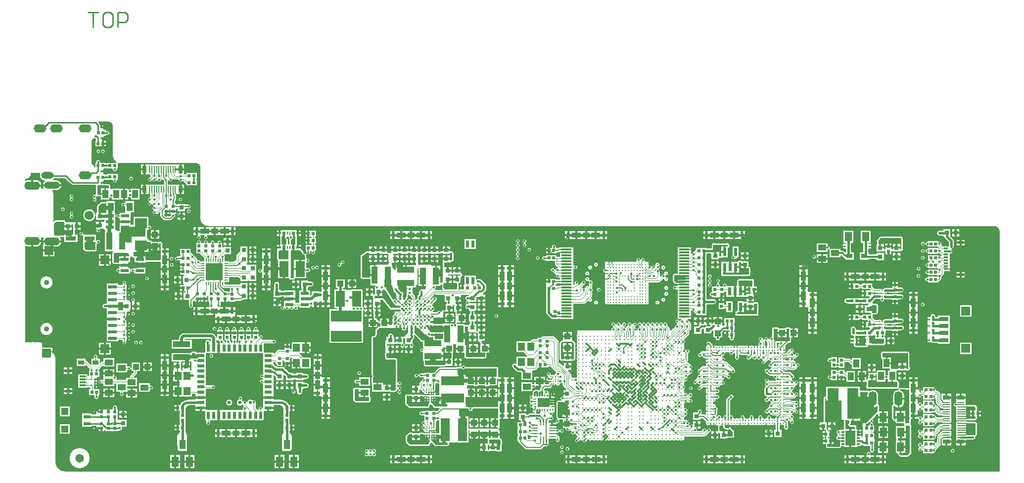
<source format=gtl>
G04*
G04 #@! TF.GenerationSoftware,Altium Limited,Altium Designer,20.0.13 (296)*
G04*
G04 Layer_Physical_Order=1*
G04 Layer_Color=255*
%FSLAX24Y24*%
%MOIN*%
G70*
G01*
G75*
%ADD13C,0.0050*%
%ADD22C,0.0100*%
%ADD25R,0.0201X0.0201*%
%ADD26R,0.0394X0.0315*%
%ADD27R,0.0098X0.0118*%
%ADD28C,0.0091*%
%ADD29R,0.0299X0.0315*%
%ADD30O,0.0551X0.0984*%
%ADD31R,0.0236X0.0551*%
%ADD32R,0.0098X0.0157*%
%ADD33R,0.0157X0.0098*%
%ADD34C,0.0079*%
%ADD35R,0.0551X0.0394*%
%ADD36R,0.0551X0.0236*%
%ADD37R,0.0453X0.0551*%
%ADD38R,0.0118X0.0098*%
%ADD39R,0.0394X0.0236*%
%ADD40R,0.0394X0.0118*%
%ADD41R,0.0709X0.0315*%
%ADD42R,0.0394X0.0394*%
%ADD43R,0.0787X0.0709*%
%ADD44R,0.0315X0.0299*%
%ADD45R,0.0201X0.0201*%
%ADD46C,0.0118*%
%ADD47R,0.0394X0.1181*%
%ADD48R,0.0354X0.0236*%
%ADD49R,0.0354X0.0610*%
%ADD50R,0.0354X0.0472*%
%ADD51R,0.0236X0.0354*%
%ADD52R,0.0610X0.0354*%
%ADD53R,0.0472X0.0354*%
%ADD54R,0.0472X0.0630*%
%ADD55R,0.0600X0.0236*%
%ADD56R,0.0600X0.0600*%
%ADD57R,0.0315X0.0118*%
%ADD58R,0.0354X0.0197*%
%ADD59R,0.1181X0.0394*%
%ADD60R,0.0394X0.0394*%
%ADD61R,0.0197X0.0118*%
%ADD62R,0.0689X0.1024*%
%ADD63R,0.0394X0.0551*%
%ADD64R,0.0472X0.0079*%
%ADD65R,0.0472X0.0315*%
%ADD66R,0.0630X0.1063*%
%ADD67R,0.0197X0.0098*%
%ADD68R,0.0098X0.0197*%
%ADD69R,0.1122X0.1122*%
%ADD70R,0.0709X0.0118*%
%ADD71R,0.0472X0.0709*%
%ADD72R,0.0433X0.0591*%
%ADD73R,0.0217X0.0217*%
%ADD74R,0.0197X0.0157*%
%ADD75R,0.0098X0.0217*%
%ADD76R,0.0591X0.0315*%
%ADD77R,0.0591X0.0591*%
%ADD78R,0.0748X0.2087*%
%ADD79R,0.0472X0.0236*%
%ADD80R,0.0472X0.0472*%
%ADD81R,0.2087X0.0748*%
%ADD82R,0.0157X0.0157*%
%ADD83R,0.0236X0.0472*%
%ADD84R,0.0591X0.1575*%
%ADD85R,0.0079X0.0472*%
%ADD86R,0.0276X0.0472*%
%ADD87R,0.1575X0.0591*%
%ADD88R,0.0394X0.0098*%
%ADD89R,0.0098X0.0394*%
%ADD90C,0.0236*%
%ADD91R,0.0197X0.0512*%
%ADD92R,0.0512X0.0197*%
%ADD172C,0.0158*%
%ADD173C,0.0045*%
%ADD174C,0.0120*%
%ADD175C,0.0118*%
%ADD176C,0.0080*%
%ADD177C,0.0150*%
%ADD178C,0.0035*%
%ADD179C,0.0060*%
%ADD180C,0.0200*%
%ADD181C,0.0180*%
%ADD182R,0.0670X0.0390*%
%ADD183R,0.1590X0.0260*%
%ADD184R,0.1170X0.0200*%
%ADD185R,0.0900X0.0150*%
%ADD186R,0.0160X0.2754*%
%ADD187R,0.1267X0.0115*%
%ADD188R,0.0150X0.0230*%
%ADD189R,0.0400X0.0497*%
%ADD190R,0.0552X0.0146*%
%ADD191R,0.0260X0.0310*%
%ADD192R,0.0100X0.0270*%
%ADD193R,0.0125X0.0312*%
%ADD194R,0.0500X0.0790*%
%ADD195R,0.1040X0.0050*%
%ADD196R,0.0210X0.0300*%
%ADD197R,0.0320X0.0290*%
%ADD198R,0.0010X0.0010*%
%ADD199R,0.0616X0.0742*%
%ADD200R,0.0720X0.1510*%
%ADD201R,0.1050X0.1500*%
%ADD202R,0.0311X0.1120*%
%ADD203R,0.0230X0.0368*%
%ADD204R,0.0800X0.0380*%
%ADD205R,0.0282X0.0620*%
%ADD206R,0.1390X0.0180*%
%ADD207R,0.0506X0.0161*%
%ADD208R,0.0510X0.0520*%
%ADD209R,0.0372X0.0404*%
%ADD210R,0.0907X0.0112*%
%ADD211R,0.0069X0.0145*%
%ADD212R,0.0117X0.0113*%
%ADD213R,0.0020X0.0020*%
%ADD214R,0.0120X0.0150*%
%ADD215R,0.0410X0.0250*%
%ADD216R,0.0320X0.0420*%
%ADD217R,0.0480X0.0190*%
%ADD218R,0.0296X0.0416*%
%ADD219R,0.0668X0.0220*%
%ADD220R,0.0084X0.0150*%
%ADD221R,0.0110X0.0091*%
%ADD222R,0.0296X0.0170*%
%ADD223R,0.0390X0.0383*%
%ADD224R,0.0560X0.0330*%
%ADD225R,0.0500X0.0270*%
%ADD226R,0.0180X0.0240*%
%ADD227R,0.0310X0.0260*%
%ADD228R,0.0230X0.0310*%
%ADD229R,0.0360X0.0400*%
%ADD230R,0.0183X0.0060*%
%ADD231R,0.0310X0.0140*%
%ADD232R,0.0250X0.0570*%
%ADD233R,0.0200X0.0480*%
%ADD234R,0.0470X0.0420*%
%ADD235R,0.0240X0.0150*%
%ADD236R,0.0337X0.0380*%
%ADD237R,0.0350X0.0500*%
%ADD238R,0.1662X0.0716*%
%ADD239R,0.0290X0.0680*%
%ADD240R,0.0270X0.1330*%
%ADD241R,0.0390X0.0300*%
%ADD242R,0.0316X0.0360*%
%ADD243R,0.0390X0.0510*%
%ADD244R,0.0580X0.0280*%
%ADD245R,0.0380X0.0240*%
%ADD246R,0.0130X0.0220*%
%ADD247R,0.0230X0.0030*%
%ADD248R,0.0190X0.0250*%
%ADD249R,0.0020X0.0070*%
%ADD250O,0.0846X0.0551*%
%ADD251O,0.0846X0.0472*%
%ADD252O,0.0846X0.0551*%
%ADD253O,0.1063X0.0472*%
%ADD254O,0.1063X0.0551*%
%ADD255C,0.0354*%
%ADD256C,0.0619*%
%ADD257C,0.0580*%
%ADD258C,0.0160*%
%ADD259C,0.0140*%
G36*
X90800Y108450D02*
X90800Y108337D01*
X90765Y108302D01*
X90596D01*
Y107926D01*
X90536D01*
Y107866D01*
X90239D01*
Y107860D01*
X90045Y107860D01*
X90010Y107895D01*
X90010Y108500D01*
X90750Y108500D01*
X90800Y108450D01*
D02*
G37*
G36*
X90613Y107120D02*
X90910D01*
Y107000D01*
X90613D01*
Y106684D01*
X90577Y106652D01*
X90484D01*
X90438Y106660D01*
X90437Y106660D01*
Y106660D01*
X90240D01*
Y106410D01*
X90120D01*
Y106660D01*
X90090D01*
Y107080D01*
X90280Y107270D01*
X90613D01*
Y107120D01*
D02*
G37*
G36*
X89910Y105940D02*
Y105364D01*
X89860Y105340D01*
X89009Y105340D01*
X88979Y105360D01*
X88928Y105371D01*
X88904Y105366D01*
X88850Y105420D01*
Y105493D01*
X88878D01*
Y105938D01*
X88890Y105950D01*
X89906D01*
X89910Y105940D01*
D02*
G37*
G36*
X94430Y105225D02*
X94435Y105165D01*
X94388Y105125D01*
X94197D01*
Y105127D01*
X93900D01*
Y105187D01*
X93840D01*
Y105484D01*
X93690D01*
Y105850D01*
X94430D01*
Y105225D01*
D02*
G37*
G36*
X87781Y106007D02*
X87781D01*
Y105810D01*
X88030D01*
X88280D01*
Y105885D01*
X88326Y105904D01*
X88379Y105851D01*
Y105493D01*
X88390D01*
Y105177D01*
X88287D01*
Y104920D01*
X88167D01*
Y105177D01*
X87773D01*
Y105120D01*
X87180D01*
X87080Y105220D01*
Y105920D01*
X87210Y106050D01*
X87210Y106050D01*
X87762D01*
X87781Y106007D01*
D02*
G37*
G36*
X92456Y105701D02*
Y105506D01*
X92320Y105370D01*
Y104650D01*
X91997D01*
Y104680D01*
X91700D01*
Y104800D01*
X91997D01*
Y105431D01*
X92027Y105468D01*
X92257D01*
Y105686D01*
X92376D01*
X92410Y105720D01*
X92456Y105701D01*
D02*
G37*
G36*
X132516Y104454D02*
X132519Y104450D01*
X132500Y104390D01*
X132494Y104387D01*
X132494Y104387D01*
X132336D01*
Y104012D01*
X132276D01*
Y103952D01*
X132058D01*
Y103720D01*
X131907D01*
Y104000D01*
X131710D01*
Y103750D01*
X131590D01*
Y104000D01*
X131500D01*
Y104470D01*
X131540Y104510D01*
X131570Y104490D01*
X132440D01*
X132460Y104510D01*
X132516Y104454D01*
D02*
G37*
G36*
X144180Y104270D02*
Y104200D01*
X144170Y104170D01*
X144117D01*
Y104229D01*
X143860D01*
X143603D01*
Y104170D01*
X143520D01*
Y104308D01*
X143320D01*
X143120D01*
Y104170D01*
X143017D01*
Y104229D01*
X142760D01*
Y104289D01*
X142700D01*
Y104539D01*
X142640D01*
Y104754D01*
X142660Y104800D01*
X142800Y104940D01*
X144180D01*
Y104270D01*
D02*
G37*
G36*
X89547Y104663D02*
X89870D01*
X89870Y104130D01*
X89240Y104130D01*
X89150Y104220D01*
X89150Y104663D01*
X89427D01*
Y104920D01*
X89547D01*
Y104663D01*
D02*
G37*
G36*
X102655Y105054D02*
X102659D01*
X102687Y105009D01*
X102687Y105004D01*
X102677Y104957D01*
X102688Y104906D01*
X102716Y104863D01*
X102750Y104840D01*
Y104526D01*
X102655D01*
Y104318D01*
Y104109D01*
X102750D01*
Y104100D01*
X102858D01*
X102900Y104058D01*
X102900Y103510D01*
X102238Y103510D01*
X102220Y103567D01*
X102220Y103940D01*
Y104060D01*
X102270Y104110D01*
X102387D01*
Y104109D01*
X102535D01*
Y104318D01*
Y104526D01*
X102432D01*
Y105054D01*
X102535D01*
Y105262D01*
X102655D01*
Y105054D01*
D02*
G37*
G36*
X113920Y104040D02*
X113787D01*
Y104073D01*
X113530D01*
X113273D01*
Y104040D01*
X112987D01*
Y104073D01*
X112730D01*
X112473D01*
Y104040D01*
X112296D01*
Y104073D01*
X112038D01*
X111781D01*
Y104040D01*
X111604D01*
Y104073D01*
X111346D01*
X111089D01*
Y104040D01*
X110967D01*
Y104073D01*
X110710D01*
X110452D01*
Y104040D01*
X110331D01*
Y104073D01*
X110073D01*
X109816D01*
Y104040D01*
X109529D01*
Y104073D01*
X109272D01*
X109014D01*
Y104040D01*
X108837D01*
Y104073D01*
X108580D01*
X108323D01*
Y104040D01*
X108180D01*
X108090Y104130D01*
Y104640D01*
X108140Y104690D01*
X113920D01*
Y104040D01*
D02*
G37*
G36*
X113918Y103892D02*
X113918Y103469D01*
X113868Y103432D01*
X113787Y103434D01*
Y103475D01*
X113530D01*
X113273D01*
Y103285D01*
X113273D01*
X113280Y103278D01*
X113280Y102020D01*
X113177Y101917D01*
X113127Y101938D01*
Y102334D01*
X112830D01*
Y102394D01*
X112770D01*
Y103085D01*
X112533D01*
X112530Y103133D01*
Y103140D01*
X111630Y103140D01*
X111630Y103882D01*
X111668Y103920D01*
X111781D01*
Y103884D01*
X112296D01*
Y103920D01*
X112473Y103920D01*
Y103884D01*
X112987D01*
Y103920D01*
X113170Y103920D01*
X113188Y103938D01*
X113273D01*
Y103884D01*
X113787D01*
Y103938D01*
X113872D01*
X113918Y103892D01*
D02*
G37*
G36*
X111089Y103884D02*
X111434D01*
X111470Y103848D01*
Y103784D01*
X111406D01*
Y103535D01*
Y103285D01*
X111470D01*
Y103103D01*
X110861D01*
Y102807D01*
X110741D01*
Y103103D01*
X110111D01*
Y102804D01*
X110065Y102785D01*
X109877Y102973D01*
Y103126D01*
X109877D01*
X109860Y103143D01*
X109860Y103285D01*
X110013D01*
Y103535D01*
Y103784D01*
X109945D01*
X109924Y103834D01*
X109974Y103884D01*
X110331D01*
Y103938D01*
X110452D01*
Y103884D01*
X110967D01*
Y103938D01*
X111089D01*
Y103884D01*
D02*
G37*
G36*
X143603Y104040D02*
X144117D01*
X144130Y103995D01*
Y103985D01*
X144117Y103940D01*
X143920D01*
Y103691D01*
X143860D01*
Y103631D01*
X143603D01*
Y103490D01*
X143553Y103440D01*
X143220Y103440D01*
X143160Y103500D01*
X143160Y103845D01*
X143260D01*
Y104045D01*
X143380D01*
Y103845D01*
X143520D01*
Y104068D01*
X143603D01*
Y104040D01*
D02*
G37*
G36*
X134090Y104122D02*
X134090Y103652D01*
X134047Y103609D01*
X133943Y103609D01*
X133907Y103644D01*
Y103690D01*
X133650D01*
Y103750D01*
X133590D01*
Y104000D01*
X133489D01*
X133453Y104035D01*
X133453Y104219D01*
X133988Y104224D01*
X134090Y104122D01*
D02*
G37*
G36*
X93603Y104500D02*
X93900D01*
X94197D01*
Y104598D01*
X94243Y104617D01*
X94280Y104580D01*
Y104247D01*
X94273D01*
Y103811D01*
Y103493D01*
X94210Y103430D01*
X93249D01*
Y103716D01*
X92974D01*
Y103498D01*
X92774D01*
Y103716D01*
X92498D01*
Y103716D01*
X92450Y103721D01*
Y103948D01*
X92456Y103996D01*
X92850D01*
Y104450D01*
X92950D01*
Y104550D01*
X93444D01*
Y104680D01*
X93603D01*
Y104500D01*
D02*
G37*
G36*
X114440Y103200D02*
X114410Y103170D01*
Y102999D01*
X114300D01*
Y102749D01*
X114240D01*
Y102689D01*
X113983D01*
Y102650D01*
X113877D01*
Y102689D01*
X113620D01*
Y102749D01*
X113560D01*
Y102999D01*
X113417D01*
X113382Y103034D01*
X113382Y103260D01*
X113388Y103285D01*
X113787D01*
Y103297D01*
X113823Y103332D01*
X113866Y103331D01*
X113879Y103333D01*
X113892Y103333D01*
X113898Y103336D01*
X113905Y103337D01*
X113916Y103345D01*
X113928Y103350D01*
X113955Y103370D01*
X114270D01*
X114440Y103200D01*
D02*
G37*
G36*
X92150Y103820D02*
Y103716D01*
X91910D01*
Y103498D01*
X91850D01*
Y103438D01*
X91474D01*
Y103290D01*
X91120D01*
Y103880D01*
X91132Y103930D01*
X92040D01*
X92150Y103820D01*
D02*
G37*
G36*
X108180Y103938D02*
X108323D01*
Y103883D01*
X108837D01*
Y103938D01*
X109014D01*
Y103884D01*
X109529D01*
X109529Y103884D01*
Y103884D01*
X109573Y103867D01*
X109630Y103810D01*
X109630Y103210D01*
X109550Y103130D01*
X108757Y103130D01*
Y102436D01*
X108697D01*
Y102376D01*
X108400D01*
Y102280D01*
X107875Y102280D01*
X107840Y102315D01*
X107840Y103704D01*
X108170Y103940D01*
X108170D01*
X108180Y103938D01*
D02*
G37*
G36*
X92498Y103280D02*
X92730D01*
Y102968D01*
X92498D01*
Y102910D01*
X92226D01*
Y103064D01*
X91850D01*
Y103184D01*
X92226D01*
Y103280D01*
Y103370D01*
X92498D01*
Y103280D01*
D02*
G37*
G36*
X132058Y103282D02*
Y102707D01*
X131440Y102702D01*
X131393Y102749D01*
X131393Y102902D01*
X131393D01*
Y102902D01*
X131590D01*
Y103152D01*
X131650D01*
Y103212D01*
X131907D01*
Y103317D01*
X132023Y103317D01*
X132058Y103282D01*
D02*
G37*
G36*
X133393Y103212D02*
X133650D01*
Y103152D01*
X133710D01*
Y102902D01*
X133907D01*
X133910Y102853D01*
Y102470D01*
X132150Y102470D01*
X132150Y102613D01*
X132216D01*
Y102988D01*
X132336D01*
Y102613D01*
X132964D01*
Y102988D01*
X133024D01*
Y103048D01*
X133242D01*
Y103310D01*
X133393D01*
Y103212D01*
D02*
G37*
G36*
X103360Y104526D02*
X103285D01*
Y104318D01*
Y104109D01*
X103360D01*
Y104100D01*
X103690Y104100D01*
X103799Y103991D01*
X103797Y103980D01*
X103808Y103925D01*
X103817Y103912D01*
X103818Y103909D01*
X103846Y103866D01*
X103889Y103838D01*
X103940Y103827D01*
X103954Y103830D01*
X103992Y103798D01*
X104013Y103528D01*
X103979Y103491D01*
X103741D01*
Y102860D01*
X103681D01*
Y102800D01*
X103266D01*
Y102275D01*
X103216Y102228D01*
X103050Y102240D01*
X103050Y103350D01*
X103050Y104109D01*
X103165D01*
Y104318D01*
Y104526D01*
X103050D01*
Y104836D01*
X103091Y104844D01*
X103134Y104873D01*
X103162Y104916D01*
X103163Y104921D01*
X103175Y104939D01*
X103185Y104987D01*
Y105015D01*
X103185Y105015D01*
X103185Y105016D01*
X103217Y105054D01*
X103360D01*
Y104526D01*
D02*
G37*
G36*
X120580Y102260D02*
Y102200D01*
X120497D01*
Y102000D01*
X120437D01*
Y101940D01*
X120237D01*
Y101840D01*
X120040D01*
X120010Y101870D01*
X120010Y102320D01*
X120520D01*
X120580Y102260D01*
D02*
G37*
G36*
X114508Y102446D02*
X114478Y102400D01*
X114300D01*
Y102151D01*
X114240D01*
Y102091D01*
X113983D01*
Y101901D01*
X114202D01*
X114241Y101874D01*
X114261Y101833D01*
Y101549D01*
X114181Y101469D01*
X113441D01*
X113331Y101579D01*
Y101864D01*
X113363Y101901D01*
X113560D01*
Y102151D01*
X113620D01*
Y102211D01*
X113877D01*
Y102400D01*
X113656D01*
X113639Y102436D01*
X113665Y102479D01*
X114496D01*
X114508Y102446D01*
D02*
G37*
G36*
X134160Y102080D02*
X134160Y101680D01*
X133989D01*
Y101480D01*
Y101280D01*
X134064D01*
X134083Y101233D01*
X134019Y101169D01*
X133753D01*
Y101080D01*
X133572D01*
Y101290D01*
X133354D01*
Y101350D01*
X133294D01*
Y101726D01*
X133220D01*
X133220Y102045D01*
X133255Y102080D01*
X134160Y102080D01*
D02*
G37*
G36*
X111650Y102454D02*
X111947D01*
Y102394D01*
X112007D01*
Y101704D01*
X112140D01*
Y101569D01*
X112041Y101470D01*
X111810D01*
X111789Y101449D01*
X111741Y101417D01*
X111709Y101369D01*
X111700Y101360D01*
Y101335D01*
X111693Y101302D01*
Y101161D01*
X111586Y101054D01*
X111551Y101001D01*
X111549Y100990D01*
X111493Y100965D01*
X111446Y100974D01*
X111444Y100975D01*
X111438Y101006D01*
X111411Y101046D01*
X111411Y101046D01*
X111322Y101135D01*
Y101168D01*
X111250Y101240D01*
Y101627D01*
X111492D01*
Y101749D01*
X111595Y101851D01*
X111590Y101856D01*
Y102900D01*
X111594Y102910D01*
X111650D01*
Y102454D01*
D02*
G37*
G36*
X110861Y101627D02*
X110887D01*
X110920Y101570D01*
X110840Y101490D01*
X110840Y101400D01*
Y100962D01*
X110796Y100934D01*
X110769Y100943D01*
X110740Y100962D01*
X110738Y100962D01*
Y100819D01*
X110728Y100812D01*
X110618D01*
Y100985D01*
X110593Y101002D01*
Y101052D01*
X110619Y101090D01*
X110631Y101153D01*
X110619Y101215D01*
X110584Y101268D01*
X110576Y101276D01*
X110523Y101311D01*
X110499Y101316D01*
X110360Y101455D01*
X110360Y101627D01*
X110741D01*
Y101924D01*
X110861D01*
Y101627D01*
D02*
G37*
G36*
X109640Y101745D02*
X109871D01*
X109875Y101638D01*
X109956Y101488D01*
X109952Y101469D01*
X109965Y101406D01*
X110000Y101353D01*
X110062Y101292D01*
X110127Y101170D01*
X110176Y101019D01*
X110140Y100969D01*
X110104Y100962D01*
X110052Y100926D01*
X110017Y100874D01*
X110006Y100820D01*
X109984Y100816D01*
X109942Y100788D01*
X109894Y100836D01*
X109494Y101519D01*
X109456Y101706D01*
X109487Y101745D01*
X109520D01*
Y102436D01*
X109640D01*
Y101745D01*
D02*
G37*
G36*
X134750Y101770D02*
X134760Y101760D01*
X134760Y100580D01*
X134710Y100530D01*
X134568Y100530D01*
X134566Y100544D01*
X134565Y100545D01*
X134565Y100547D01*
X134555Y100562D01*
X134546Y100578D01*
X134545Y100579D01*
X134544Y100580D01*
X134529Y100591D01*
X134514Y100602D01*
X134513Y100602D01*
X134511Y100603D01*
X134493Y100607D01*
X134476Y100612D01*
X134310Y100621D01*
X134308Y100621D01*
X134307Y100621D01*
X134288Y100618D01*
X134270Y100616D01*
X134269Y100615D01*
X134267Y100615D01*
X134252Y100605D01*
X134236Y100595D01*
X134235Y100594D01*
X134234Y100593D01*
X134209Y100570D01*
X133851D01*
X133849Y100584D01*
X133847Y100586D01*
X133847Y100589D01*
X133837Y100603D01*
X133829Y100618D01*
X133826Y100620D01*
X133829Y100633D01*
X133844Y100670D01*
X133950D01*
Y100919D01*
X134010D01*
Y100979D01*
X134267D01*
Y101169D01*
X134216D01*
X134182Y101219D01*
X134185Y101233D01*
X134191Y101242D01*
Y101480D01*
X134251D01*
Y101540D01*
X134452D01*
Y101680D01*
X134262D01*
Y101735D01*
X134297Y101770D01*
X134750Y101770D01*
D02*
G37*
G36*
X142510Y100420D02*
X142510Y99890D01*
X142269D01*
X142220Y99893D01*
Y100090D01*
X141970D01*
Y100210D01*
X142220D01*
Y100368D01*
X142234Y100399D01*
X142244Y100409D01*
X142269Y100410D01*
X142270D01*
X142280Y100420D01*
X142302Y100420D01*
X142510Y100420D01*
D02*
G37*
G36*
X109433Y101421D02*
X109806Y100784D01*
X109815Y100774D01*
X109822Y100764D01*
X109870Y100716D01*
X109878Y100710D01*
X109885Y100703D01*
X109895Y100699D01*
X109898Y100697D01*
X109896Y100684D01*
X109907Y100629D01*
X109937Y100583D01*
X110014Y100506D01*
X110017Y100494D01*
X110036Y100464D01*
X110048Y100428D01*
X110036Y100391D01*
X110017Y100362D01*
X110016Y100360D01*
X110166D01*
Y100240D01*
X109973D01*
X109967Y100232D01*
X109888D01*
X109849Y100224D01*
X109842Y100220D01*
X109812Y100220D01*
X109284Y100890D01*
X108688D01*
Y101001D01*
X108708Y101043D01*
X108898D01*
Y101300D01*
X108958D01*
Y101360D01*
X109207D01*
Y101445D01*
X109257Y101480D01*
X109433Y101421D01*
D02*
G37*
G36*
X91748Y100460D02*
X91997D01*
Y100260D01*
X91748D01*
Y100103D01*
X91707Y100080D01*
X91431D01*
Y100255D01*
X91031D01*
Y100455D01*
X91431D01*
Y100600D01*
X91748D01*
Y100460D01*
D02*
G37*
G36*
X93060Y100680D02*
Y100040D01*
X92436Y100040D01*
X92428Y100053D01*
X92455Y100103D01*
X92536D01*
Y100360D01*
Y100617D01*
X92516D01*
X92501Y100667D01*
X92514Y100676D01*
X92542Y100719D01*
X92543Y100720D01*
X93020D01*
X93060Y100680D01*
D02*
G37*
G36*
X114062Y100423D02*
Y99987D01*
X114137D01*
X114137Y99202D01*
X114131Y99197D01*
X114081Y99187D01*
X114040Y99160D01*
X114006D01*
X113979Y99178D01*
X113928Y99189D01*
X113877Y99178D01*
X113856Y99165D01*
X113298D01*
Y99160D01*
X112660D01*
X112660Y99533D01*
X112687Y99560D01*
X112693Y99564D01*
X112704Y99580D01*
X113320Y99580D01*
X113320Y99976D01*
X113365Y100004D01*
X113370Y100004D01*
X113415Y99995D01*
X113417Y99995D01*
X113417Y99995D01*
X113417Y99995D01*
X113464Y99987D01*
X113464Y99987D01*
X113653D01*
Y100244D01*
X113713D01*
Y100304D01*
X113963D01*
Y100459D01*
X114027Y100459D01*
X114062Y100423D01*
D02*
G37*
G36*
X141122Y100407D02*
Y100210D01*
X141372D01*
Y100150D01*
X141432D01*
Y99893D01*
X141472D01*
X141497Y99843D01*
X141480Y99820D01*
X141000D01*
X140900Y99920D01*
Y100440D01*
X141085D01*
X141122Y100407D01*
D02*
G37*
G36*
X133753Y100550D02*
Y100381D01*
X134267D01*
Y100485D01*
X134304Y100519D01*
X134470Y100510D01*
X134453Y99808D01*
X134050Y99808D01*
X133110Y99800D01*
X133107Y99913D01*
X133155Y99951D01*
X133294D01*
Y100326D01*
X133354D01*
Y100386D01*
X133572D01*
Y100524D01*
X133608Y100558D01*
X133753Y100550D01*
D02*
G37*
G36*
X132240Y99850D02*
Y99560D01*
X132238D01*
Y99160D01*
X132238Y99160D01*
X132238D01*
X132238Y99160D01*
X132225Y99115D01*
X132220Y99110D01*
X132117D01*
Y99247D01*
X131820D01*
X131523D01*
Y99190D01*
X131461Y99178D01*
X131449Y99170D01*
X131415Y99182D01*
X131399Y99197D01*
Y99276D01*
X131142D01*
X130884D01*
Y99152D01*
X130733D01*
X130727Y99157D01*
Y99273D01*
X130470D01*
X130212D01*
Y99110D01*
X130140D01*
Y99798D01*
X130170Y99820D01*
X130350D01*
Y99740D01*
X131073D01*
Y99867D01*
X131080Y99870D01*
X132232D01*
X132240Y99850D01*
D02*
G37*
G36*
X115055Y100002D02*
X115057Y99833D01*
X115051Y99827D01*
X115051D01*
Y99312D01*
X115064D01*
X115066Y99206D01*
X114970Y99110D01*
X114775D01*
Y99165D01*
X114275D01*
X114253Y99197D01*
X114275Y99247D01*
X114480D01*
Y99544D01*
Y99841D01*
X114289D01*
X114258Y99880D01*
X114271Y99946D01*
X114318Y99987D01*
X114561D01*
Y100041D01*
X115015Y100050D01*
X115055Y100002D01*
D02*
G37*
G36*
X109296Y100709D02*
X109323Y100673D01*
X109331Y100666D01*
X109732Y100157D01*
X109736Y100153D01*
X109740Y100148D01*
X109751Y100140D01*
X109762Y100131D01*
X109768Y100129D01*
X109773Y100126D01*
X109786Y100123D01*
X109800Y100119D01*
X109806Y100119D01*
X109812Y100118D01*
X109842Y100118D01*
X109852Y100120D01*
X109862Y100120D01*
X109872Y100124D01*
X109881Y100126D01*
X109883Y100127D01*
X109891Y100129D01*
X109895Y100126D01*
X109934Y100118D01*
X109969D01*
X109980Y100104D01*
X110166D01*
Y99984D01*
X110016D01*
X110017Y99982D01*
X110036Y99953D01*
X110048Y99916D01*
X110036Y99880D01*
X110017Y99850D01*
X110004Y99788D01*
X110005Y99786D01*
X109988Y99783D01*
X109945Y99754D01*
X109916Y99711D01*
X109906Y99660D01*
X109916Y99610D01*
X109945Y99567D01*
X109947Y99544D01*
X109923Y99520D01*
X109888Y99467D01*
X109875Y99404D01*
X109888Y99342D01*
X109921Y99292D01*
X109902Y99233D01*
X109888Y99211D01*
X109875Y99149D01*
X109850Y99070D01*
X109654Y99070D01*
Y99160D01*
X109358D01*
Y99220D01*
X109298D01*
Y99517D01*
X109061D01*
Y99325D01*
X109015Y99305D01*
X108867Y99453D01*
Y99517D01*
X108803D01*
X108734Y99586D01*
X108753Y99633D01*
X108788D01*
Y99890D01*
Y100147D01*
X108678D01*
Y100260D01*
X108777D01*
Y100517D01*
X108837D01*
Y100577D01*
X109087D01*
Y100774D01*
X109131Y100788D01*
X109234D01*
X109296Y100709D01*
D02*
G37*
G36*
X113298Y98580D02*
X113101D01*
X113088Y98583D01*
X113076Y98580D01*
X112863D01*
X112850Y98583D01*
X112837Y98580D01*
X112480D01*
X112285Y98825D01*
X112298Y98878D01*
X112344Y98901D01*
X112378Y98890D01*
X112407Y98871D01*
X112410Y98870D01*
Y99020D01*
X112530D01*
Y98870D01*
X112532Y98871D01*
X112584Y98906D01*
X112619Y98958D01*
X112632Y99020D01*
X112640Y99030D01*
X113298Y99030D01*
Y98580D01*
D02*
G37*
G36*
X110226Y98870D02*
X110228Y98871D01*
X110258Y98890D01*
X110294Y98902D01*
X110331Y98890D01*
X110360Y98871D01*
X110422Y98858D01*
X110484Y98871D01*
X110495Y98878D01*
X110537Y98868D01*
X110541Y98866D01*
X110550Y98855D01*
X110547Y98840D01*
X110558Y98789D01*
X110586Y98746D01*
X110629Y98718D01*
X110680Y98707D01*
X110731Y98718D01*
X110774Y98746D01*
X110802Y98789D01*
X110813Y98840D01*
X110810Y98852D01*
X110825Y98867D01*
X110857Y98880D01*
X110872Y98871D01*
X110934Y98858D01*
X110944Y98850D01*
X110944Y98574D01*
X110681Y98311D01*
X110641Y98288D01*
Y98288D01*
X110641Y98288D01*
X110444D01*
Y98038D01*
X110384D01*
Y97978D01*
X110126D01*
Y97920D01*
X110006D01*
Y98278D01*
X109944D01*
Y98335D01*
X109932Y98398D01*
X109896Y98451D01*
X109843Y98486D01*
X109781Y98499D01*
X109719Y98486D01*
X109666Y98451D01*
X109630Y98398D01*
X109618Y98335D01*
Y98278D01*
X109491D01*
Y98054D01*
X109445Y98035D01*
X109420Y98060D01*
X109420Y97240D01*
X109406Y97219D01*
X109398Y97180D01*
X109398Y96940D01*
X109406Y96901D01*
X109420Y96880D01*
Y96810D01*
X109490Y96740D01*
X110085Y96740D01*
X110120Y96705D01*
X110120Y94880D01*
X110128Y94726D01*
X110094Y94690D01*
X110059Y94689D01*
X110020Y94650D01*
X109770D01*
Y94721D01*
Y94750D01*
X109513D01*
Y94810D01*
X109453D01*
Y95060D01*
X109255D01*
X109250Y95107D01*
Y95177D01*
X108934D01*
Y94880D01*
X108814D01*
Y95177D01*
X108570D01*
Y95510D01*
X108594Y95526D01*
X108622Y95569D01*
X108633Y95620D01*
X108622Y95671D01*
X108594Y95714D01*
X108570Y95730D01*
X108570Y98230D01*
X108700Y98230D01*
X108830Y98360D01*
Y98395D01*
X108834Y98401D01*
X108842Y98440D01*
X108842Y98712D01*
X109020Y98890D01*
X110075D01*
X110091Y98879D01*
D01*
X110104Y98871D01*
X110106Y98870D01*
Y99001D01*
X110135Y99020D01*
X110226D01*
Y98870D01*
D02*
G37*
G36*
X136631Y98243D02*
X136670D01*
Y97980D01*
X135703Y97980D01*
X135583Y98100D01*
X135591Y98137D01*
X135581Y98188D01*
X135573Y98199D01*
X135573Y98813D01*
X135843D01*
Y98600D01*
X136437D01*
Y98813D01*
X136631D01*
Y98243D01*
D02*
G37*
G36*
X108273Y99501D02*
Y99280D01*
X108570D01*
Y99220D01*
X108630D01*
Y98923D01*
X108740D01*
X108740Y98440D01*
X107914Y98440D01*
Y98760D01*
X107939D01*
Y99240D01*
X107939Y99240D01*
X107914Y99250D01*
Y99369D01*
X108046Y99501D01*
X108273Y99501D01*
D02*
G37*
G36*
X111506Y98870D02*
X111508Y98871D01*
X111537Y98890D01*
X111574Y98902D01*
X111610Y98890D01*
X111640Y98871D01*
X111652Y98868D01*
X111729Y98792D01*
X111775Y98761D01*
X111780Y98760D01*
X112081Y98458D01*
X112162Y98458D01*
X112216Y98404D01*
X112219Y98386D01*
X112248Y98343D01*
X112291Y98315D01*
X112309Y98311D01*
X112423Y98197D01*
X112404Y98151D01*
X111938D01*
Y98067D01*
X111892Y98048D01*
X111382Y98558D01*
X111382Y98820D01*
X111386Y98824D01*
Y99020D01*
X111506D01*
Y98870D01*
D02*
G37*
G36*
X122170Y98082D02*
X122128Y98040D01*
X122055Y98040D01*
X122049Y98044D01*
X122010Y98052D01*
X121977D01*
Y98264D01*
X121680D01*
X121383D01*
Y98052D01*
X121360D01*
X121321Y98044D01*
X121315Y98040D01*
X121100Y98040D01*
X120950Y98190D01*
Y98740D01*
X122170D01*
Y98082D01*
D02*
G37*
G36*
X142398Y98360D02*
X142448D01*
X142454Y98310D01*
X142420Y98267D01*
X142340D01*
Y98010D01*
X142220D01*
Y98267D01*
X142030D01*
X141990Y98291D01*
Y98360D01*
X142250D01*
Y98380D01*
X142398D01*
Y98360D01*
D02*
G37*
G36*
X137420Y98045D02*
X137340Y97965D01*
X136784D01*
X136772Y97980D01*
Y98243D01*
X136867D01*
Y98540D01*
X136927D01*
Y98600D01*
X137224D01*
Y98837D01*
X137253Y98875D01*
X137420D01*
Y98045D01*
D02*
G37*
G36*
X140770Y98378D02*
X140926D01*
X140968Y98336D01*
X140968Y98224D01*
X140968Y98224D01*
X140930Y98189D01*
X140749D01*
Y98070D01*
X140928D01*
Y97950D01*
X140749D01*
Y97930D01*
X140560D01*
Y98420D01*
X140770D01*
Y98378D01*
D02*
G37*
G36*
X141527Y98360D02*
Y98360D01*
X141820D01*
X141863Y98317D01*
X141842Y98267D01*
X141742D01*
Y98010D01*
Y97753D01*
X141843D01*
X141855Y97703D01*
X141830Y97690D01*
X141790Y97680D01*
X141105Y97680D01*
X141070Y97715D01*
X141070Y97831D01*
X141120D01*
Y98010D01*
Y98189D01*
X141105D01*
X141070Y98224D01*
X141070Y98360D01*
X141526Y98360D01*
X141527Y98360D01*
D02*
G37*
G36*
X144000Y98290D02*
Y97650D01*
X143430D01*
X143377Y97703D01*
X143383Y97731D01*
X143405Y97753D01*
X143420D01*
Y98010D01*
X143480D01*
Y98070D01*
X143730D01*
Y98267D01*
X143766Y98300D01*
X143990D01*
X144000Y98290D01*
D02*
G37*
G36*
X111920Y97538D02*
X111881Y97506D01*
X111878Y97507D01*
X111827Y97497D01*
X111784Y97468D01*
X111756Y97425D01*
X111745Y97374D01*
X111756Y97324D01*
X111784Y97281D01*
X111827Y97252D01*
X111878Y97242D01*
X111881Y97242D01*
X111920Y97211D01*
Y96940D01*
X109500D01*
X109500Y97180D01*
X109689D01*
Y97430D01*
X109749D01*
Y97490D01*
X110006D01*
Y97610D01*
X110126D01*
Y97500D01*
X110641D01*
Y97591D01*
X110642Y97592D01*
X110669Y97610D01*
X110741D01*
Y97490D01*
X111256D01*
Y97589D01*
X111284Y97607D01*
X111285Y97610D01*
X111920D01*
Y97538D01*
D02*
G37*
G36*
X116430Y101290D02*
X116430Y99970D01*
X116690D01*
X116690Y99345D01*
X116690Y97432D01*
X116661Y97382D01*
X116424D01*
Y97434D01*
X116127D01*
Y97494D01*
X116067D01*
Y97791D01*
X115994D01*
X115963Y97813D01*
X115951Y97827D01*
X115949Y97844D01*
X115947Y97862D01*
X115946Y97864D01*
X115945Y97866D01*
X115936Y97881D01*
X115928Y97897D01*
X115890Y97941D01*
X115911Y97987D01*
X116140D01*
Y98184D01*
X115890D01*
Y98244D01*
X115830D01*
Y98502D01*
X115780D01*
X115742Y98527D01*
X115734Y98566D01*
X115712Y98599D01*
X115733Y98649D01*
X115839D01*
Y98907D01*
Y99164D01*
X115697D01*
Y99312D01*
X115839D01*
Y99569D01*
Y99827D01*
X115697D01*
Y99860D01*
X115630D01*
Y99982D01*
X115649Y100024D01*
X115680Y100024D01*
X115839D01*
Y100282D01*
Y100539D01*
X115680D01*
X115630Y100581D01*
Y100595D01*
X115649Y100637D01*
X115839D01*
Y100894D01*
X115899D01*
Y100954D01*
X116149D01*
Y101152D01*
X116017D01*
X116001Y101202D01*
X116034Y101224D01*
X116101Y101290D01*
X116430Y101290D01*
D02*
G37*
G36*
X114990Y98753D02*
X114950Y98713D01*
X115100Y98563D01*
X115605D01*
X115640Y98527D01*
X115640Y98081D01*
X115640Y98081D01*
Y97987D01*
X115719D01*
X115849Y97831D01*
X115831Y97791D01*
X115831D01*
Y97197D01*
X116140D01*
X116140Y96920D01*
X114859Y96920D01*
X114840Y97163D01*
Y97713D01*
X114787D01*
Y97791D01*
X114775D01*
Y98414D01*
X114478D01*
Y98534D01*
X114775D01*
Y98973D01*
X114990D01*
Y98753D01*
D02*
G37*
G36*
X96625Y97085D02*
X96981D01*
Y96965D01*
X96625D01*
Y96827D01*
Y96807D01*
X96391Y96807D01*
Y96837D01*
X95700D01*
Y96957D01*
X96391D01*
Y97174D01*
X96625D01*
Y97085D01*
D02*
G37*
G36*
X122130Y97830D02*
X122130Y96800D01*
X122090Y96760D01*
X121957Y96760D01*
Y96809D01*
X121699D01*
X121442D01*
Y96795D01*
X121407Y96760D01*
X121290Y96760D01*
X121250Y96800D01*
X121250Y97840D01*
X121360Y97950D01*
X122010D01*
X122130Y97830D01*
D02*
G37*
G36*
X114090Y97700D02*
X114149D01*
X114170Y97650D01*
X114193Y97634D01*
Y97554D01*
X114490D01*
Y97494D01*
X114550D01*
Y97197D01*
X114730D01*
Y96440D01*
X114559D01*
Y96510D01*
X114309D01*
X114060D01*
Y96440D01*
X113980D01*
Y97197D01*
X113999D01*
Y97669D01*
X114060Y97730D01*
X114090Y97700D01*
D02*
G37*
G36*
X113406Y97570D02*
Y97554D01*
X113703D01*
Y97494D01*
X113763D01*
Y97197D01*
X113870D01*
Y96827D01*
X113771D01*
Y96570D01*
X113711D01*
Y96510D01*
X113461D01*
Y96380D01*
X112100Y96380D01*
Y96674D01*
X112569D01*
Y96971D01*
X112629D01*
Y97031D01*
X113319D01*
Y97268D01*
X113219D01*
Y97449D01*
X113360Y97590D01*
X113406Y97570D01*
D02*
G37*
G36*
X144640Y96210D02*
X144684Y96166D01*
X144665Y96120D01*
X144507D01*
Y96190D01*
X143993D01*
Y96120D01*
X143545D01*
X143497Y96124D01*
Y96440D01*
X143200D01*
Y96500D01*
X143140D01*
Y96876D01*
X142920D01*
Y97100D01*
X142893Y97127D01*
X142914Y97170D01*
X144640D01*
Y96210D01*
D02*
G37*
G36*
X116920Y95581D02*
X116720D01*
Y95284D01*
X116660D01*
Y95224D01*
X116363D01*
Y95065D01*
X116328Y95030D01*
X116217Y95030D01*
Y95224D01*
X115920D01*
X115623D01*
Y95065D01*
X115588Y95030D01*
X115467Y95030D01*
Y95224D01*
X115170D01*
Y95284D01*
X115110D01*
Y95581D01*
X114873D01*
Y95581D01*
X114827Y95591D01*
Y95716D01*
X114290D01*
Y96150D01*
X114572D01*
X114587Y96128D01*
X114630Y96100D01*
X114680Y96090D01*
X114731Y96100D01*
X114774Y96128D01*
X114788Y96150D01*
X116920D01*
X116920Y95581D01*
D02*
G37*
G36*
X96339Y96023D02*
X96295Y96011D01*
X96250Y96037D01*
Y96220D01*
X96000D01*
X95750D01*
Y96023D01*
X95707Y96007D01*
X95695D01*
X95651Y96023D01*
Y96537D01*
X95651D01*
X95648Y96559D01*
X95681Y96600D01*
X96339D01*
X96339Y96023D01*
D02*
G37*
G36*
X142510Y96640D02*
X142550Y96609D01*
Y96040D01*
X142520Y96010D01*
X142457D01*
Y96138D01*
X142200D01*
X141943D01*
Y96123D01*
X141896Y96104D01*
X141800Y96200D01*
Y96640D01*
X142510D01*
D02*
G37*
G36*
X122150Y96540D02*
Y95820D01*
X122120Y95790D01*
X121930D01*
X121916Y95810D01*
X121916Y95810D01*
X121752Y95975D01*
X121771Y96021D01*
X121957D01*
Y96211D01*
X121699D01*
Y96271D01*
X121639D01*
Y96520D01*
X121560D01*
Y96580D01*
X121600Y96620D01*
X121957D01*
Y96620D01*
X122070D01*
X122150Y96540D01*
D02*
G37*
G36*
X111720Y95338D02*
Y95185D01*
X111711Y95172D01*
X111702Y95124D01*
X111702Y95124D01*
Y94989D01*
X111540D01*
Y94739D01*
X111480D01*
D01*
X111540D01*
Y94490D01*
X111720D01*
Y94390D01*
X111223D01*
Y94390D01*
X111147D01*
X111144Y94392D01*
X111105Y94400D01*
X110855D01*
X110815Y94443D01*
Y95304D01*
X110865Y95338D01*
X110865Y95338D01*
Y95338D01*
X110865Y95338D01*
X111720Y95338D01*
D02*
G37*
G36*
X144800Y95569D02*
X144723D01*
Y95210D01*
X144230D01*
X144084Y95356D01*
X144103Y95402D01*
X144190D01*
Y95652D01*
Y95901D01*
X144062D01*
X144041Y95951D01*
X144090Y96000D01*
X144507D01*
Y96018D01*
X144665D01*
X144704Y96026D01*
X144737Y96048D01*
X144752Y96070D01*
X144800D01*
Y95569D01*
D02*
G37*
G36*
X142529Y95258D02*
X143123D01*
Y95397D01*
X143169Y95439D01*
X143220Y95449D01*
X143227Y95454D01*
X143277Y95428D01*
Y95258D01*
X143514D01*
Y95634D01*
X143634D01*
Y95258D01*
X143871D01*
X143907Y95226D01*
Y94870D01*
X141933D01*
X141914Y94916D01*
X141947Y94950D01*
Y95350D01*
X142140D01*
Y95600D01*
X142200D01*
Y95660D01*
X142457D01*
Y95770D01*
X142529D01*
Y95258D01*
D02*
G37*
G36*
X116363Y94556D02*
X116660D01*
Y94496D01*
X116720D01*
Y94199D01*
X116957D01*
Y94478D01*
X117007Y94503D01*
X117023Y94491D01*
Y93814D01*
Y93650D01*
X114890Y93650D01*
Y93722D01*
X114867Y93746D01*
X114867Y94108D01*
X114958Y94199D01*
X115110D01*
Y94496D01*
X115170D01*
Y94556D01*
X115467D01*
Y94728D01*
X115623Y94728D01*
Y94556D01*
X115920D01*
X116217D01*
Y94728D01*
X116363D01*
Y94556D01*
D02*
G37*
G36*
X121402Y94499D02*
X121659D01*
Y94379D01*
X121402D01*
Y94290D01*
X120910D01*
Y94640D01*
X121402D01*
Y94499D01*
D02*
G37*
G36*
X110040Y93730D02*
X109970Y93660D01*
X109000D01*
X108920Y93740D01*
X108920Y94099D01*
X108930Y94100D01*
X108930Y94100D01*
Y94270D01*
X109000Y94340D01*
X109255D01*
Y94272D01*
X109513D01*
X109770D01*
Y94340D01*
X110040D01*
Y93730D01*
D02*
G37*
G36*
X107500Y94750D02*
X107500Y94750D01*
X107633D01*
Y94566D01*
X108008D01*
Y94506D01*
X108068D01*
Y94209D01*
X108320D01*
X108320Y93950D01*
X107430D01*
X107340Y94040D01*
X107340Y94720D01*
X107380Y94760D01*
X107496Y94760D01*
X107500Y94750D01*
D02*
G37*
G36*
X113053Y94200D02*
X113940D01*
Y94080D01*
X113053D01*
Y93745D01*
X113575D01*
Y93568D01*
X112765D01*
X112515Y93869D01*
X112526Y93922D01*
X112559Y93929D01*
X112584Y93945D01*
X112602Y93933D01*
Y94060D01*
X112662D01*
Y94120D01*
X112790D01*
X112777Y94139D01*
X112794Y94163D01*
X112805Y94218D01*
X112829Y94248D01*
X113053Y94248D01*
Y94200D01*
D02*
G37*
G36*
X111115Y94288D02*
X111223D01*
Y94201D01*
X111480D01*
X111737D01*
Y94288D01*
X111890Y94288D01*
X111899Y94279D01*
X111899Y94279D01*
X111945Y94248D01*
X112000Y94237D01*
X112000Y94237D01*
X112032D01*
X112048Y94218D01*
X112059Y94163D01*
X112075Y94139D01*
X112062Y94120D01*
X112190D01*
Y94060D01*
X112250D01*
Y93933D01*
X112269Y93945D01*
X112293Y93929D01*
X112333Y93921D01*
X112362Y93881D01*
X112373Y93827D01*
X112385Y93808D01*
X112275Y93588D01*
X111035D01*
X110855Y93768D01*
Y94298D01*
X111105D01*
X111115Y94288D01*
D02*
G37*
G36*
X144473Y94720D02*
X144720D01*
Y92470D01*
X144689Y92430D01*
X144515D01*
X144467Y92435D01*
Y92790D01*
X144131D01*
X143795D01*
Y92700D01*
X143749Y92681D01*
X143660Y92770D01*
Y93627D01*
X143710Y93644D01*
X143732Y93616D01*
X143811Y93555D01*
X143902Y93518D01*
X143940Y93513D01*
Y94100D01*
X144000D01*
Y94160D01*
X144379D01*
Y94317D01*
X144366Y94415D01*
X144328Y94506D01*
X144268Y94584D01*
X144189Y94645D01*
X144098Y94682D01*
X144108Y94730D01*
X144463D01*
X144473Y94720D01*
D02*
G37*
G36*
X117023Y93083D02*
Y92767D01*
X116880D01*
Y92470D01*
Y92173D01*
X116988D01*
X117007Y92127D01*
X116970Y92090D01*
X115016Y92090D01*
Y92907D01*
X114681D01*
Y92020D01*
X114561D01*
Y92907D01*
X114400D01*
X114387Y93404D01*
X114422Y93440D01*
X115003D01*
X115027Y93410D01*
X115038Y93359D01*
X115066Y93316D01*
X115109Y93288D01*
X115160Y93277D01*
X115211Y93288D01*
X115254Y93316D01*
X115282Y93359D01*
X115293Y93410D01*
X115317Y93440D01*
X117023D01*
Y93083D01*
D02*
G37*
G36*
X121402Y93870D02*
Y93591D01*
X121599D01*
Y93841D01*
X121719D01*
Y93591D01*
X121790D01*
Y93481D01*
X121720D01*
Y93184D01*
Y92887D01*
X121790D01*
Y92828D01*
X121781Y92821D01*
X121740Y92806D01*
X121709Y92827D01*
X121658Y92837D01*
X121608Y92827D01*
X121565Y92798D01*
X121559Y92790D01*
X121110Y92790D01*
X121030Y92870D01*
X121030Y93830D01*
X121070Y93870D01*
X121402Y93870D01*
D02*
G37*
G36*
X111830Y92760D02*
X111830Y91812D01*
X111737D01*
X111728Y91810D01*
X111232Y91810D01*
X111223Y91812D01*
X111182D01*
X111179Y91814D01*
X111140Y91822D01*
X111032D01*
X110993Y91814D01*
X110987Y91810D01*
X110850D01*
Y92727D01*
X110900Y92760D01*
X110900Y92760D01*
Y92760D01*
X110900Y92760D01*
X111830Y92760D01*
D02*
G37*
G36*
X149190Y93520D02*
Y93300D01*
X149087D01*
Y93100D01*
Y92900D01*
X149190D01*
Y92790D01*
X149139Y92739D01*
X148536D01*
Y92772D01*
Y92930D01*
Y93087D01*
Y93245D01*
Y93402D01*
Y93560D01*
Y93580D01*
X149130D01*
X149190Y93520D01*
D02*
G37*
G36*
X141920Y94546D02*
X141937Y94500D01*
X141902Y94415D01*
X141889Y94317D01*
Y94160D01*
X142268D01*
Y94100D01*
X142328D01*
Y93513D01*
X142366Y93518D01*
X142457Y93555D01*
X142536Y93616D01*
X142550Y93634D01*
X142600Y93617D01*
X142600Y93230D01*
X141841Y92471D01*
X141806Y92464D01*
X141770Y92440D01*
X141590Y92440D01*
X141590Y91576D01*
X141548Y91534D01*
X141498Y91540D01*
Y91606D01*
X141300D01*
Y91704D01*
X141498D01*
Y91781D01*
X141300D01*
Y91841D01*
X141240D01*
Y92000D01*
X141213D01*
Y92059D01*
X141150D01*
Y92320D01*
X140731D01*
X140703Y92363D01*
X140770Y92430D01*
Y92627D01*
X140869D01*
Y93770D01*
X140929D01*
Y93830D01*
X141403D01*
Y94550D01*
X141918D01*
X141920Y94546D01*
D02*
G37*
G36*
X139116Y94127D02*
Y93830D01*
X139590D01*
Y93770D01*
X139650D01*
Y92627D01*
X140064D01*
Y92680D01*
X140310D01*
X140310Y92037D01*
X140273Y92000D01*
X140039D01*
Y92000D01*
X139989Y91975D01*
X139966Y91979D01*
X139916Y91969D01*
X139873Y91940D01*
X139844Y91897D01*
X139834Y91847D01*
X139844Y91796D01*
X139863Y91767D01*
Y91752D01*
X139863Y91752D01*
X139873Y91704D01*
X139900Y91664D01*
Y91620D01*
X139820Y91540D01*
X139820Y91310D01*
X139840Y91330D01*
X139870Y91330D01*
X139907D01*
X139916Y91324D01*
X139952Y91317D01*
X139955Y91315D01*
X140010Y91304D01*
X140039D01*
Y91288D01*
X140237D01*
Y91212D01*
X140039D01*
Y90894D01*
X140003Y90860D01*
X139200Y90860D01*
X139200Y91040D01*
X139360D01*
Y91240D01*
Y91440D01*
X139235D01*
Y91510D01*
X139350D01*
Y91710D01*
Y91910D01*
X139214D01*
X139204Y91961D01*
X139200Y91967D01*
Y92060D01*
X139160Y92100D01*
Y92507D01*
X139060D01*
X139060Y94150D01*
X139066Y94154D01*
X139116Y94127D01*
D02*
G37*
G36*
X149190Y92418D02*
Y91688D01*
X149142Y91640D01*
X149094D01*
X149088Y91644D01*
X149026Y91657D01*
X148536D01*
Y91670D01*
Y91827D01*
Y91985D01*
Y92142D01*
Y92300D01*
Y92453D01*
X149154D01*
X149190Y92418D01*
D02*
G37*
G36*
X132179Y92218D02*
X132179Y92218D01*
X132190Y92163D01*
X132221Y92117D01*
X132269Y92069D01*
X132269Y92069D01*
X132315Y92038D01*
X132370Y92027D01*
X132370Y92027D01*
X132517D01*
X132517Y92027D01*
X132572Y92038D01*
X132618Y92069D01*
X132621D01*
X132830Y91860D01*
Y91570D01*
X132826Y91560D01*
X132469D01*
Y91590D01*
X132219D01*
Y91650D01*
X132159D01*
Y91907D01*
X131970D01*
X131930Y91933D01*
Y92246D01*
X131930Y92290D01*
X132179D01*
Y92218D01*
D02*
G37*
G36*
X135668Y92172D02*
X135668Y92007D01*
X135610D01*
Y91530D01*
X135610Y91530D01*
X135511D01*
Y91690D01*
X135262D01*
X135012D01*
Y91651D01*
X134962Y91627D01*
X134940Y91644D01*
Y92230D01*
X134980Y92250D01*
X135590D01*
X135668Y92172D01*
D02*
G37*
G36*
X115747Y91988D02*
X115793Y91979D01*
Y91743D01*
X116090D01*
X116387D01*
Y91979D01*
X116437Y91980D01*
X116473D01*
X116523Y91979D01*
Y91743D01*
X116820D01*
Y91623D01*
X116523D01*
Y91490D01*
X116387D01*
Y91623D01*
X116150D01*
Y91386D01*
X116310D01*
Y91077D01*
X116121D01*
Y90820D01*
X116061D01*
Y90760D01*
X115811D01*
Y90690D01*
X115060Y90690D01*
X115060Y91349D01*
X115093Y91386D01*
X115330D01*
Y91683D01*
X115390D01*
Y91743D01*
X115687D01*
Y91938D01*
X115733Y91988D01*
X115747D01*
D02*
G37*
G36*
X113500Y91133D02*
X113610D01*
Y90990D01*
X112800D01*
X112550Y91292D01*
X112561Y91345D01*
X112594Y91351D01*
X112619Y91368D01*
X112637Y91355D01*
Y91483D01*
X112697D01*
Y91543D01*
X112825D01*
X112812Y91561D01*
X112829Y91586D01*
X112835Y91617D01*
X112861Y91655D01*
X112916Y91666D01*
X112923Y91670D01*
X113045Y91670D01*
Y91133D01*
X113380D01*
Y92020D01*
X113500D01*
Y91133D01*
D02*
G37*
G36*
X138958Y92698D02*
Y92507D01*
X138661D01*
Y92310D01*
X138911D01*
Y92250D01*
X138971D01*
Y91993D01*
X139063D01*
X139076Y91980D01*
X139087Y91950D01*
X139057Y91910D01*
X138887D01*
Y91770D01*
X139087D01*
Y91650D01*
X138887D01*
Y91510D01*
X139133D01*
Y91440D01*
X138897D01*
Y91300D01*
X139097D01*
Y91180D01*
X138897D01*
Y91100D01*
X138660D01*
X138610Y91150D01*
Y91767D01*
X138389D01*
Y92727D01*
X138929D01*
X138958Y92698D01*
D02*
G37*
G36*
X111150Y91710D02*
X111223D01*
Y91611D01*
X111480D01*
X111737D01*
Y91710D01*
X111925Y91710D01*
X111934Y91702D01*
X111934Y91702D01*
X111980Y91671D01*
X112035Y91660D01*
X112035Y91660D01*
X112067D01*
X112083Y91640D01*
X112094Y91586D01*
X112110Y91561D01*
X112098Y91543D01*
X112225D01*
Y91483D01*
X112285D01*
Y91355D01*
X112304Y91368D01*
X112328Y91351D01*
X112368Y91343D01*
X112397Y91304D01*
X112408Y91249D01*
X112420Y91231D01*
X112310Y91010D01*
X111070D01*
X110890Y91190D01*
Y91578D01*
X111032Y91720D01*
X111140D01*
X111150Y91710D01*
D02*
G37*
G36*
X117184Y91286D02*
X117161Y90650D01*
X116909Y90650D01*
Y90760D01*
X116659D01*
X116410D01*
Y90650D01*
X116310Y90650D01*
Y90976D01*
X116349Y90983D01*
X116360Y90990D01*
X116410Y90964D01*
Y90880D01*
X116599D01*
Y91077D01*
X116412D01*
Y91352D01*
X116414Y91354D01*
X117116Y91354D01*
X117184Y91286D01*
D02*
G37*
G36*
X144760Y90440D02*
X144600Y90280D01*
X144140D01*
X144031Y90389D01*
X144050Y90435D01*
X144071D01*
Y90850D01*
Y91265D01*
X143950D01*
Y91435D01*
X144090D01*
Y91850D01*
X144150D01*
Y91910D01*
X144486D01*
Y92265D01*
X144526Y92290D01*
X144760D01*
Y90440D01*
D02*
G37*
G36*
X142614Y93034D02*
Y92910D01*
X142950D01*
Y92850D01*
X143010D01*
Y92435D01*
X143180D01*
Y92265D01*
X143029D01*
Y91850D01*
Y91435D01*
X143180D01*
Y91265D01*
X143010D01*
Y90850D01*
Y90435D01*
X143180D01*
Y90323D01*
X143169Y90277D01*
X143011D01*
Y90000D01*
X142891D01*
Y90277D01*
X142410D01*
Y91178D01*
X142430Y91198D01*
X142412Y91216D01*
Y91431D01*
X142410D01*
Y92896D01*
X142568Y93053D01*
X142614Y93034D01*
D02*
G37*
%LPC*%
G36*
X90476Y108302D02*
X90239D01*
Y107986D01*
X90476D01*
Y108302D01*
D02*
G37*
G36*
X94197Y105484D02*
X93960D01*
Y105247D01*
X94197D01*
Y105484D01*
D02*
G37*
G36*
X88280Y105690D02*
X88090D01*
Y105493D01*
X88280D01*
Y105690D01*
D02*
G37*
G36*
X87970D02*
X87781D01*
Y105493D01*
X87970D01*
Y105690D01*
D02*
G37*
G36*
X132216Y104387D02*
X132058D01*
Y104072D01*
X132216D01*
Y104387D01*
D02*
G37*
G36*
X143520Y104568D02*
X143380D01*
Y104428D01*
X143520D01*
Y104568D01*
D02*
G37*
G36*
X143260D02*
X143120D01*
Y104428D01*
X143260D01*
Y104568D01*
D02*
G37*
G36*
X144117Y104539D02*
X143920D01*
Y104349D01*
X144117D01*
Y104539D01*
D02*
G37*
G36*
X143800D02*
X143603D01*
Y104349D01*
X143800D01*
Y104539D01*
D02*
G37*
G36*
X143017D02*
X142820D01*
Y104349D01*
X143017D01*
Y104539D01*
D02*
G37*
G36*
X112987Y104383D02*
X112790D01*
Y104193D01*
X112987D01*
Y104383D01*
D02*
G37*
G36*
X110967D02*
X110770D01*
Y104193D01*
X110967D01*
Y104383D01*
D02*
G37*
G36*
X113787D02*
X113590D01*
Y104193D01*
X113787D01*
Y104383D01*
D02*
G37*
G36*
X111604D02*
X111406D01*
Y104193D01*
X111604D01*
Y104383D01*
D02*
G37*
G36*
X112296D02*
X112098D01*
Y104193D01*
X112296D01*
Y104383D01*
D02*
G37*
G36*
X109529D02*
X109332D01*
Y104193D01*
X109529D01*
Y104383D01*
D02*
G37*
G36*
X110331D02*
X110133D01*
Y104193D01*
X110331D01*
Y104383D01*
D02*
G37*
G36*
X110013D02*
X109816D01*
Y104193D01*
X110013D01*
Y104383D01*
D02*
G37*
G36*
X111978D02*
X111781D01*
Y104193D01*
X111978D01*
Y104383D01*
D02*
G37*
G36*
X109212D02*
X109014D01*
Y104193D01*
X109212D01*
Y104383D01*
D02*
G37*
G36*
X113470D02*
X113273D01*
Y104193D01*
X113470D01*
Y104383D01*
D02*
G37*
G36*
X111286D02*
X111089D01*
Y104193D01*
X111286D01*
Y104383D01*
D02*
G37*
G36*
X110650D02*
X110452D01*
Y104193D01*
X110650D01*
Y104383D01*
D02*
G37*
G36*
X112670D02*
X112473D01*
Y104193D01*
X112670D01*
Y104383D01*
D02*
G37*
G36*
X108837Y104382D02*
X108640D01*
Y104193D01*
X108837D01*
Y104382D01*
D02*
G37*
G36*
X108520D02*
X108323D01*
Y104193D01*
X108520D01*
Y104382D01*
D02*
G37*
G36*
X112987Y103784D02*
X112790D01*
Y103595D01*
X112987D01*
Y103784D01*
D02*
G37*
G36*
X113787D02*
X113590D01*
Y103595D01*
X113787D01*
Y103784D01*
D02*
G37*
G36*
X112296D02*
X112098D01*
Y103595D01*
X112296D01*
Y103784D01*
D02*
G37*
G36*
X111978D02*
X111781D01*
Y103595D01*
X111978D01*
Y103784D01*
D02*
G37*
G36*
X113470D02*
X113273D01*
Y103595D01*
X113470D01*
Y103784D01*
D02*
G37*
G36*
X112670D02*
X112473D01*
Y103595D01*
X112670D01*
Y103784D01*
D02*
G37*
G36*
X112987Y103475D02*
X112790D01*
Y103285D01*
X112987D01*
Y103475D01*
D02*
G37*
G36*
X112670D02*
X112473D01*
Y103285D01*
X112670D01*
Y103475D01*
D02*
G37*
G36*
X112296D02*
X112098D01*
Y103285D01*
X112296D01*
Y103475D01*
D02*
G37*
G36*
X111978D02*
X111781D01*
Y103285D01*
X111978D01*
Y103475D01*
D02*
G37*
G36*
X112890Y103085D02*
Y102454D01*
X113127D01*
Y103085D01*
X112890D01*
D02*
G37*
G36*
X110967Y103784D02*
X110770D01*
Y103595D01*
X110967D01*
Y103784D01*
D02*
G37*
G36*
X110331D02*
X110133D01*
Y103595D01*
X110331D01*
Y103784D01*
D02*
G37*
G36*
X111286D02*
X111089D01*
Y103595D01*
X111286D01*
Y103784D01*
D02*
G37*
G36*
X110650D02*
X110452D01*
Y103595D01*
X110650D01*
Y103784D01*
D02*
G37*
G36*
X111286Y103475D02*
X111089D01*
Y103285D01*
X111286D01*
Y103475D01*
D02*
G37*
G36*
X110967D02*
X110770D01*
Y103285D01*
X110967D01*
Y103475D01*
D02*
G37*
G36*
X110650D02*
X110452D01*
Y103285D01*
X110650D01*
Y103475D01*
D02*
G37*
G36*
X110331D02*
X110133D01*
Y103285D01*
X110331D01*
Y103475D01*
D02*
G37*
G36*
X143800Y103940D02*
X143603D01*
Y103751D01*
X143800D01*
Y103940D01*
D02*
G37*
G36*
X133907Y104000D02*
X133710D01*
Y103810D01*
X133907D01*
Y104000D01*
D02*
G37*
G36*
X94197Y104300D02*
X94000D01*
Y104103D01*
X94197D01*
Y104300D01*
D02*
G37*
G36*
X93800D02*
X93603D01*
Y104103D01*
X93800D01*
Y104300D01*
D02*
G37*
G36*
X93444Y104350D02*
X93050D01*
Y103996D01*
X93444D01*
Y104350D01*
D02*
G37*
G36*
X113877Y102999D02*
X113680D01*
Y102809D01*
X113877D01*
Y102999D01*
D02*
G37*
G36*
X114180D02*
X113983D01*
Y102809D01*
X114180D01*
Y102999D01*
D02*
G37*
G36*
X91790Y103716D02*
X91474D01*
Y103558D01*
X91790D01*
Y103716D01*
D02*
G37*
G36*
X109529Y103784D02*
X109332D01*
Y103595D01*
X109529D01*
Y103784D01*
D02*
G37*
G36*
X109212D02*
X109014D01*
Y103595D01*
X109212D01*
Y103784D01*
D02*
G37*
G36*
X108837Y103784D02*
X108640D01*
Y103594D01*
X108837D01*
Y103784D01*
D02*
G37*
G36*
X108520D02*
X108323D01*
Y103594D01*
X108520D01*
Y103784D01*
D02*
G37*
G36*
X109529Y103475D02*
X109332D01*
Y103285D01*
X109529D01*
Y103475D01*
D02*
G37*
G36*
X109212D02*
X109014D01*
Y103285D01*
X109212D01*
Y103475D01*
D02*
G37*
G36*
X108837Y103474D02*
X108640D01*
Y103284D01*
X108837D01*
Y103474D01*
D02*
G37*
G36*
X108520D02*
X108323D01*
Y103284D01*
X108520D01*
Y103474D01*
D02*
G37*
G36*
X108637Y103126D02*
X108400D01*
Y102496D01*
X108637D01*
Y103126D01*
D02*
G37*
G36*
X131907Y103092D02*
X131710D01*
Y102902D01*
X131907D01*
Y103092D01*
D02*
G37*
G36*
X133590Y103092D02*
X133393D01*
Y102902D01*
X133590D01*
Y103092D01*
D02*
G37*
G36*
X133242Y102928D02*
X133084D01*
Y102613D01*
X133242D01*
Y102928D01*
D02*
G37*
G36*
X103621Y103491D02*
X103266D01*
Y102920D01*
X103621D01*
Y103491D01*
D02*
G37*
G36*
X120377Y102200D02*
X120237D01*
Y102060D01*
X120377D01*
Y102200D01*
D02*
G37*
G36*
X114180Y102400D02*
X113983D01*
Y102211D01*
X114180D01*
Y102400D01*
D02*
G37*
G36*
X113877Y102091D02*
X113680D01*
Y101901D01*
X113877D01*
Y102091D01*
D02*
G37*
G36*
X133869Y101680D02*
X133728D01*
Y101540D01*
X133869D01*
Y101680D01*
D02*
G37*
G36*
X133572Y101726D02*
X133414D01*
Y101410D01*
X133572D01*
Y101726D01*
D02*
G37*
G36*
X133869Y101420D02*
X133728D01*
Y101280D01*
X133869D01*
Y101420D01*
D02*
G37*
G36*
X111887Y102334D02*
X111650D01*
Y101704D01*
X111887D01*
Y102334D01*
D02*
G37*
G36*
X134452Y101420D02*
X134311D01*
Y101280D01*
X134452D01*
Y101420D01*
D02*
G37*
G36*
X134267Y100859D02*
X134070D01*
Y100670D01*
X134267D01*
Y100859D01*
D02*
G37*
G36*
X109207Y101240D02*
X109018D01*
Y101043D01*
X109207D01*
Y101240D01*
D02*
G37*
G36*
X92845Y100617D02*
X92656D01*
Y100420D01*
X92845D01*
Y100617D01*
D02*
G37*
G36*
Y100300D02*
X92656D01*
Y100103D01*
X92845D01*
Y100300D01*
D02*
G37*
G36*
X113963Y100184D02*
X113773D01*
Y99987D01*
X113963D01*
Y100184D01*
D02*
G37*
G36*
X114049Y99841D02*
X113813D01*
Y99604D01*
X114049D01*
Y99841D01*
D02*
G37*
G36*
X113693D02*
X113456D01*
Y99604D01*
X113693D01*
Y99841D01*
D02*
G37*
G36*
X114049Y99484D02*
X113813D01*
Y99247D01*
X114049D01*
Y99484D01*
D02*
G37*
G36*
X113693D02*
X113456D01*
Y99247D01*
X113693D01*
Y99484D01*
D02*
G37*
G36*
X141312Y100090D02*
X141122D01*
Y99893D01*
X141312D01*
Y100090D01*
D02*
G37*
G36*
X134267Y100261D02*
X134070D01*
Y100071D01*
X134267D01*
Y100261D01*
D02*
G37*
G36*
X133950D02*
X133753D01*
Y100071D01*
X133950D01*
Y100261D01*
D02*
G37*
G36*
X133572Y100266D02*
X133414D01*
Y99951D01*
X133572D01*
Y100266D01*
D02*
G37*
G36*
X131399Y99586D02*
X131202D01*
Y99396D01*
X131399D01*
Y99586D01*
D02*
G37*
G36*
X131082D02*
X130884D01*
Y99396D01*
X131082D01*
Y99586D01*
D02*
G37*
G36*
X130727Y99582D02*
X130530D01*
Y99393D01*
X130727D01*
Y99582D01*
D02*
G37*
G36*
X130410D02*
X130212D01*
Y99393D01*
X130410D01*
Y99582D01*
D02*
G37*
G36*
X132117Y99604D02*
X131880D01*
Y99367D01*
X132117D01*
Y99604D01*
D02*
G37*
G36*
X131760D02*
X131523D01*
Y99367D01*
X131760D01*
Y99604D01*
D02*
G37*
G36*
X114837Y99841D02*
X114600D01*
Y99604D01*
X114837D01*
Y99841D01*
D02*
G37*
G36*
Y99484D02*
X114600D01*
Y99247D01*
X114837D01*
Y99484D01*
D02*
G37*
G36*
X109087Y100457D02*
X108897D01*
Y100260D01*
X109087D01*
Y100457D01*
D02*
G37*
G36*
X109097Y100147D02*
X108908D01*
Y99950D01*
X109097D01*
Y100147D01*
D02*
G37*
G36*
Y99830D02*
X108908D01*
Y99633D01*
X109097D01*
Y99830D01*
D02*
G37*
G36*
X109654Y99517D02*
X109418D01*
Y99280D01*
X109654D01*
Y99517D01*
D02*
G37*
G36*
X110324Y98288D02*
X110126D01*
Y98098D01*
X110324D01*
Y98288D01*
D02*
G37*
G36*
X109573Y95060D02*
Y94870D01*
X109770D01*
Y95060D01*
X109573D01*
D02*
G37*
G36*
X136437Y98480D02*
X136200D01*
Y98243D01*
X136437D01*
Y98480D01*
D02*
G37*
G36*
X136080D02*
X135843D01*
Y98243D01*
X136080D01*
Y98480D01*
D02*
G37*
G36*
X108510Y99160D02*
X108273D01*
Y98923D01*
X108510D01*
Y99160D01*
D02*
G37*
G36*
X121977Y98621D02*
X121740D01*
Y98384D01*
X121977D01*
Y98621D01*
D02*
G37*
G36*
X121620D02*
X121383D01*
Y98384D01*
X121620D01*
Y98621D01*
D02*
G37*
G36*
X137224Y98480D02*
X136987D01*
Y98243D01*
X137224D01*
Y98480D01*
D02*
G37*
G36*
X141622Y98267D02*
X141432D01*
Y98070D01*
X141622D01*
Y98267D01*
D02*
G37*
G36*
X141359Y98189D02*
X141240D01*
Y98070D01*
X141359D01*
Y98189D01*
D02*
G37*
G36*
Y97950D02*
X141240D01*
Y97831D01*
X141359D01*
Y97950D01*
D02*
G37*
G36*
X141622Y97950D02*
X141432D01*
Y97753D01*
X141622D01*
Y97950D01*
D02*
G37*
G36*
X143730Y97950D02*
X143540D01*
Y97753D01*
X143730D01*
Y97950D01*
D02*
G37*
G36*
X110641Y97380D02*
X110444D01*
Y97190D01*
X110641D01*
Y97380D01*
D02*
G37*
G36*
X110324D02*
X110126D01*
Y97190D01*
X110324D01*
Y97380D01*
D02*
G37*
G36*
X111256Y97369D02*
X111059D01*
Y97180D01*
X111256D01*
Y97369D01*
D02*
G37*
G36*
X110939D02*
X110741D01*
Y97180D01*
X110939D01*
Y97369D01*
D02*
G37*
G36*
X110006D02*
X109809D01*
Y97180D01*
X110006D01*
Y97369D01*
D02*
G37*
G36*
X116149Y100834D02*
X115959D01*
Y100637D01*
X116149D01*
Y100834D01*
D02*
G37*
G36*
Y100539D02*
X115959D01*
Y100342D01*
X116149D01*
Y100539D01*
D02*
G37*
G36*
Y100222D02*
X115959D01*
Y100024D01*
X116149D01*
Y100222D01*
D02*
G37*
G36*
Y99827D02*
X115959D01*
Y99629D01*
X116149D01*
Y99827D01*
D02*
G37*
G36*
Y99509D02*
X115959D01*
Y99312D01*
X116149D01*
Y99509D01*
D02*
G37*
G36*
Y99164D02*
X115959D01*
Y98967D01*
X116149D01*
Y99164D01*
D02*
G37*
G36*
Y98847D02*
X115959D01*
Y98649D01*
X116149D01*
Y98847D01*
D02*
G37*
G36*
X116140Y98502D02*
X115950D01*
Y98304D01*
X116140D01*
Y98502D01*
D02*
G37*
G36*
X116424Y97791D02*
X116187D01*
Y97554D01*
X116424D01*
Y97791D01*
D02*
G37*
G36*
X115541Y98502D02*
X115352D01*
Y98304D01*
X115541D01*
Y98502D01*
D02*
G37*
G36*
X115232D02*
X115042D01*
Y98304D01*
X115232D01*
Y98502D01*
D02*
G37*
G36*
X115541Y98184D02*
X115352D01*
Y97987D01*
X115541D01*
Y98184D01*
D02*
G37*
G36*
X115232D02*
X115042D01*
Y97987D01*
X115232D01*
Y98184D01*
D02*
G37*
G36*
X115637Y97791D02*
X115400D01*
Y97554D01*
X115637D01*
Y97791D01*
D02*
G37*
G36*
X115280D02*
X115043D01*
Y97554D01*
X115280D01*
Y97791D01*
D02*
G37*
G36*
X115637Y97434D02*
X115400D01*
Y97197D01*
X115637D01*
Y97434D01*
D02*
G37*
G36*
X115280D02*
X115043D01*
Y97197D01*
X115280D01*
Y97434D01*
D02*
G37*
G36*
X121977Y97833D02*
X121740D01*
Y97596D01*
X121977D01*
Y97833D01*
D02*
G37*
G36*
X121620D02*
X121383D01*
Y97596D01*
X121620D01*
Y97833D01*
D02*
G37*
G36*
X121977Y97476D02*
X121740D01*
Y97239D01*
X121977D01*
Y97476D01*
D02*
G37*
G36*
X121620D02*
X121383D01*
Y97239D01*
X121620D01*
Y97476D01*
D02*
G37*
G36*
X121957Y97119D02*
X121759D01*
Y96929D01*
X121957D01*
Y97119D01*
D02*
G37*
G36*
X121639D02*
X121442D01*
Y96929D01*
X121639D01*
Y97119D01*
D02*
G37*
G36*
X114430Y97434D02*
X114193D01*
Y97197D01*
X114430D01*
Y97434D01*
D02*
G37*
G36*
X114559Y96827D02*
X114369D01*
Y96630D01*
X114559D01*
Y96827D01*
D02*
G37*
G36*
X114249D02*
X114060D01*
Y96630D01*
X114249D01*
Y96827D01*
D02*
G37*
G36*
X113643Y97434D02*
X113406D01*
Y97197D01*
X113643D01*
Y97434D01*
D02*
G37*
G36*
X113319Y96911D02*
X112689D01*
Y96674D01*
X113319D01*
Y96911D01*
D02*
G37*
G36*
X113651Y96827D02*
X113461D01*
Y96630D01*
X113651D01*
Y96827D01*
D02*
G37*
G36*
X143497Y96876D02*
X143260D01*
Y96560D01*
X143497D01*
Y96876D01*
D02*
G37*
G36*
X144507Y96500D02*
X144310D01*
Y96310D01*
X144507D01*
Y96500D01*
D02*
G37*
G36*
X144190D02*
X143993D01*
Y96310D01*
X144190D01*
Y96500D01*
D02*
G37*
G36*
X116217Y95581D02*
X115980D01*
Y95344D01*
X116217D01*
Y95581D01*
D02*
G37*
G36*
X115467D02*
X115230D01*
Y95344D01*
X115467D01*
Y95581D01*
D02*
G37*
G36*
X116600D02*
X116363D01*
Y95344D01*
X116600D01*
Y95581D01*
D02*
G37*
G36*
X115860D02*
X115623D01*
Y95344D01*
X115860D01*
Y95581D01*
D02*
G37*
G36*
X96250Y96537D02*
X96060D01*
Y96340D01*
X96250D01*
Y96537D01*
D02*
G37*
G36*
X95940D02*
X95750D01*
Y96340D01*
X95940D01*
Y96537D01*
D02*
G37*
G36*
X142457Y96448D02*
X142260D01*
Y96258D01*
X142457D01*
Y96448D01*
D02*
G37*
G36*
X142140D02*
X141943D01*
Y96258D01*
X142140D01*
Y96448D01*
D02*
G37*
G36*
X121957Y96520D02*
X121759D01*
Y96331D01*
X121957D01*
Y96520D01*
D02*
G37*
G36*
X111420Y94989D02*
X111223D01*
Y94799D01*
X111420D01*
Y94989D01*
D02*
G37*
G36*
Y94679D02*
X111223D01*
Y94490D01*
X111420D01*
Y94679D01*
D02*
G37*
G36*
X144507Y95901D02*
X144310D01*
Y95712D01*
X144507D01*
Y95901D01*
D02*
G37*
G36*
Y95592D02*
X144310D01*
Y95402D01*
X144507D01*
Y95592D01*
D02*
G37*
G36*
X142457Y95540D02*
X142260D01*
Y95350D01*
X142457D01*
Y95540D01*
D02*
G37*
G36*
X116600Y94436D02*
X116363D01*
Y94199D01*
X116600D01*
Y94436D01*
D02*
G37*
G36*
X116217D02*
X115980D01*
Y94199D01*
X116217D01*
Y94436D01*
D02*
G37*
G36*
X115860D02*
X115623D01*
Y94199D01*
X115860D01*
Y94436D01*
D02*
G37*
G36*
X115467D02*
X115230D01*
Y94199D01*
X115467D01*
Y94436D01*
D02*
G37*
G36*
X109770Y94152D02*
X109573D01*
Y93962D01*
X109770D01*
Y94152D01*
D02*
G37*
G36*
X109453D02*
X109255D01*
Y93962D01*
X109453D01*
Y94152D01*
D02*
G37*
G36*
X107948Y94446D02*
X107633D01*
Y94209D01*
X107948D01*
Y94446D01*
D02*
G37*
G36*
X112790Y94000D02*
X112722D01*
Y93933D01*
X112763Y93960D01*
X112790Y94000D01*
D02*
G37*
G36*
X112130D02*
X112062D01*
X112090Y93960D01*
X112130Y93933D01*
Y94000D01*
D02*
G37*
G36*
X111737Y94081D02*
X111540D01*
Y93891D01*
X111737D01*
Y94081D01*
D02*
G37*
G36*
X111420D02*
X111223D01*
Y93891D01*
X111420D01*
Y94081D01*
D02*
G37*
G36*
X144379Y94040D02*
X144060D01*
Y93513D01*
X144098Y93518D01*
X144189Y93555D01*
X144268Y93616D01*
X144328Y93694D01*
X144366Y93785D01*
X144379Y93883D01*
Y94040D01*
D02*
G37*
G36*
X144467Y93265D02*
X144191D01*
Y92910D01*
X144467D01*
Y93265D01*
D02*
G37*
G36*
X144071D02*
X143795D01*
Y92910D01*
X144071D01*
Y93265D01*
D02*
G37*
G36*
X116387Y92767D02*
X116150D01*
Y92530D01*
X116387D01*
Y92767D01*
D02*
G37*
G36*
X115687D02*
X115450D01*
Y92530D01*
X115687D01*
Y92767D01*
D02*
G37*
G36*
X116030D02*
X115793D01*
Y92530D01*
X116030D01*
Y92767D01*
D02*
G37*
G36*
X115330D02*
X115093D01*
Y92530D01*
X115330D01*
Y92767D01*
D02*
G37*
G36*
X116760D02*
X116523D01*
Y92530D01*
X116760D01*
Y92767D01*
D02*
G37*
G36*
Y92410D02*
X116523D01*
Y92173D01*
X116760D01*
Y92410D01*
D02*
G37*
G36*
X116387D02*
X116150D01*
Y92173D01*
X116387D01*
Y92410D01*
D02*
G37*
G36*
X116030D02*
X115793D01*
Y92173D01*
X116030D01*
Y92410D01*
D02*
G37*
G36*
X115687D02*
X115450D01*
Y92173D01*
X115687D01*
Y92410D01*
D02*
G37*
G36*
X115330D02*
X115093D01*
Y92173D01*
X115330D01*
Y92410D01*
D02*
G37*
G36*
X121600Y93481D02*
X121363D01*
Y93244D01*
X121600D01*
Y93481D01*
D02*
G37*
G36*
Y93124D02*
X121363D01*
Y92887D01*
X121600D01*
Y93124D01*
D02*
G37*
G36*
X111737Y92399D02*
X111540D01*
Y92209D01*
X111737D01*
Y92399D01*
D02*
G37*
G36*
X111420D02*
X111223D01*
Y92209D01*
X111420D01*
Y92399D01*
D02*
G37*
G36*
X111737Y92089D02*
X111540D01*
Y91900D01*
X111737D01*
Y92089D01*
D02*
G37*
G36*
X111420D02*
X111223D01*
Y91900D01*
X111420D01*
Y92089D01*
D02*
G37*
G36*
X148967Y93300D02*
X148827D01*
Y93160D01*
X148967D01*
Y93300D01*
D02*
G37*
G36*
Y93040D02*
X148827D01*
Y92900D01*
X148967D01*
Y93040D01*
D02*
G37*
G36*
X142208Y94040D02*
X141889D01*
Y93883D01*
X141902Y93785D01*
X141940Y93694D01*
X142000Y93616D01*
X142078Y93555D01*
X142170Y93518D01*
X142208Y93513D01*
Y94040D01*
D02*
G37*
G36*
X141403Y93710D02*
X140989D01*
Y92627D01*
X141403D01*
Y93710D01*
D02*
G37*
G36*
X141498Y92000D02*
X141360D01*
Y91901D01*
X141498D01*
Y92000D01*
D02*
G37*
G36*
X139530Y93710D02*
X139116D01*
Y92627D01*
X139530D01*
Y93710D01*
D02*
G37*
G36*
X139759Y92507D02*
X139569D01*
Y92310D01*
X139759D01*
Y92507D01*
D02*
G37*
G36*
X139449D02*
X139260D01*
Y92310D01*
X139449D01*
Y92507D01*
D02*
G37*
G36*
X139759Y92190D02*
X139569D01*
Y91993D01*
X139759D01*
Y92190D01*
D02*
G37*
G36*
X139449D02*
X139260D01*
Y91993D01*
X139449D01*
Y92190D01*
D02*
G37*
G36*
X139610Y91910D02*
X139470D01*
Y91770D01*
X139610D01*
Y91910D01*
D02*
G37*
G36*
Y91650D02*
X139470D01*
Y91510D01*
X139610D01*
Y91650D01*
D02*
G37*
G36*
X139620Y91440D02*
X139480D01*
Y91300D01*
X139620D01*
Y91440D01*
D02*
G37*
G36*
Y91180D02*
X139480D01*
Y91040D01*
X139620D01*
Y91180D01*
D02*
G37*
G36*
X132279Y91907D02*
Y91710D01*
X132469D01*
Y91907D01*
X132279D01*
D02*
G37*
G36*
X135511Y92007D02*
X135322D01*
Y91810D01*
X135511D01*
Y92007D01*
D02*
G37*
G36*
X135202D02*
X135012D01*
Y91810D01*
X135202D01*
Y92007D01*
D02*
G37*
G36*
X116030Y91623D02*
X115793D01*
Y91386D01*
X116030D01*
Y91623D01*
D02*
G37*
G36*
X115687D02*
X115450D01*
Y91386D01*
X115687D01*
Y91623D01*
D02*
G37*
G36*
X116001Y91077D02*
X115811D01*
Y90880D01*
X116001D01*
Y91077D01*
D02*
G37*
G36*
X112825Y91423D02*
X112757D01*
Y91355D01*
X112798Y91382D01*
X112825Y91423D01*
D02*
G37*
G36*
X138851Y92190D02*
X138661D01*
Y91993D01*
X138851D01*
Y92190D01*
D02*
G37*
G36*
X112165Y91423D02*
X112098D01*
X112125Y91382D01*
X112165Y91355D01*
Y91423D01*
D02*
G37*
G36*
X111737Y91491D02*
X111540D01*
Y91301D01*
X111737D01*
Y91491D01*
D02*
G37*
G36*
X111420D02*
X111223D01*
Y91301D01*
X111420D01*
Y91491D01*
D02*
G37*
G36*
X116909Y91077D02*
X116719D01*
Y90880D01*
X116909D01*
Y91077D01*
D02*
G37*
G36*
X144486Y91790D02*
X144210D01*
Y91435D01*
X144486D01*
Y91790D01*
D02*
G37*
G36*
X144467Y91265D02*
X144191D01*
Y90910D01*
X144467D01*
Y91265D01*
D02*
G37*
G36*
Y90790D02*
X144191D01*
Y90435D01*
X144467D01*
Y90790D01*
D02*
G37*
G36*
X142890Y92790D02*
X142614D01*
Y92435D01*
X142890D01*
Y92790D01*
D02*
G37*
G36*
X142909Y92265D02*
X142633D01*
Y91910D01*
X142909D01*
Y92265D01*
D02*
G37*
G36*
Y91790D02*
X142633D01*
Y91435D01*
X142909D01*
Y91790D01*
D02*
G37*
G36*
X142890Y91265D02*
X142614D01*
Y90910D01*
X142890D01*
Y91265D01*
D02*
G37*
G36*
Y90790D02*
X142614D01*
Y90435D01*
X142890D01*
Y90790D01*
D02*
G37*
%LPD*%
D13*
X150776Y105373D02*
G03*
X150426Y105723I-350J0D01*
G01*
X147740Y104758D02*
G03*
X147681Y104900I-200J0D01*
G01*
X147740Y104758D02*
G03*
X147681Y104900I-200J0D01*
G01*
X147052Y105018D02*
G03*
X147109Y104907I198J31D01*
G01*
X147052Y105018D02*
G03*
X147109Y104907I198J31D01*
G01*
X147589Y104196D02*
G03*
X147740Y104390I-49J194D01*
G01*
X147669Y104044D02*
G03*
X147589Y104196I-185J0D01*
G01*
X147484Y103859D02*
G03*
X147669Y104044I0J185D01*
G01*
X146862Y104683D02*
G03*
X146727Y104717I-101J-118D01*
G01*
X146919Y104567D02*
G03*
X146862Y104683I-148J0D01*
G01*
X146754Y105482D02*
G03*
X146754Y105082I0J-200D01*
G01*
X146909Y104512D02*
G03*
X146919Y104565I-137J53D01*
G01*
Y104567D02*
G03*
X146862Y104683I-148J0D01*
G01*
X146909Y104512D02*
G03*
X146919Y104565I-137J53D01*
G01*
X145953Y104715D02*
G03*
X145792Y104588I-8J-155D01*
G01*
X146635Y104335D02*
G03*
X146655Y104309I126J76D01*
G01*
X146635Y104335D02*
G03*
X146655Y104309I126J76D01*
G01*
X145792Y104532D02*
G03*
X145953Y104405I152J28D01*
G01*
X145792Y104588D02*
G03*
X145792Y104532I-152J-28D01*
G01*
X145952Y104235D02*
G03*
X145792Y104107I-7J-155D01*
G01*
X145793Y104050D02*
G03*
X145952Y103925I152J30D01*
G01*
X145792Y104107D02*
G03*
X145793Y104050I-152J-30D01*
G01*
X146830Y103768D02*
G03*
X146725Y103781I-70J-138D01*
G01*
X146619Y102891D02*
G03*
X146608Y102859I141J-64D01*
G01*
X147029Y102422D02*
G03*
X147072Y102527I-104J104D01*
G01*
X147029Y102422D02*
G03*
X147072Y102527I-104J105D01*
G01*
X146868Y102100D02*
G03*
X146912Y102204I-104J104D01*
G01*
X146868Y102099D02*
G03*
X146912Y102204I-104J105D01*
G01*
X146725Y102003D02*
G03*
X146815Y102046I-15J147D01*
G01*
X146725Y102003D02*
G03*
X146814Y102046I-15J147D01*
G01*
X146614Y102408D02*
G03*
X146609Y102375I150J-41D01*
G01*
X146049Y103375D02*
G03*
X146073Y103344I128J74D01*
G01*
X146049Y103375D02*
G03*
X146073Y103344I128J74D01*
G01*
X145785Y103610D02*
G03*
X145785Y103610I-155J0D01*
G01*
X145952Y103262D02*
G03*
X145952Y102955I-20J-154D01*
G01*
Y102788D02*
G03*
X145952Y102479I-12J-155D01*
G01*
X145505Y102875D02*
G03*
X145505Y102875I-155J0D01*
G01*
X145952Y102305D02*
G03*
X145892Y102297I-12J-155D01*
G01*
Y102003D02*
G03*
X145952Y101995I48J147D01*
G01*
X145501Y102383D02*
G03*
X145501Y102383I-155J0D01*
G01*
X145892Y102297D02*
G03*
X145892Y102003I8J-147D01*
G01*
X144370Y101447D02*
G03*
X144170Y101647I-200J0D01*
G01*
X143100Y101600D02*
G03*
X142970Y101552I0J-200D01*
G01*
X143100Y101600D02*
G03*
X142970Y101552I0J-200D01*
G01*
X142970D02*
G03*
X142802Y101536I-70J-155D01*
G01*
D02*
G03*
X142618Y101544I-98J-139D01*
G01*
X140333Y104061D02*
G03*
X140203Y104115I-131J-131D01*
G01*
X140333Y104061D02*
G03*
X140203Y104115I-131J-131D01*
G01*
X139384Y104301D02*
G03*
X139254Y104454I-155J0D01*
G01*
X139375Y104252D02*
G03*
X139384Y104301I-147J50D01*
G01*
X139254Y104149D02*
G03*
X139319Y104176I-26J153D01*
G01*
X140272Y103599D02*
G03*
X140376Y103547I131J131D01*
G01*
X140272Y103599D02*
G03*
X140376Y103547I131J131D01*
G01*
X138453Y103686D02*
G03*
X138453Y103640I-153J-23D01*
G01*
X133128Y103573D02*
G03*
X133156Y103611I-104J104D01*
G01*
X133128Y103573D02*
G03*
X133156Y103611I-104J105D01*
G01*
X145785Y100450D02*
G03*
X145785Y100450I-155J0D01*
G01*
X146509Y99650D02*
G03*
X146450Y99788I-200J-3D01*
G01*
X146509Y99650D02*
G03*
X146450Y99788I-200J-3D01*
G01*
X146449Y99789D02*
G03*
X146108Y99634I-141J-141D01*
G01*
X144170Y101247D02*
G03*
X144370Y101447I0J200D01*
G01*
Y100987D02*
G03*
X144170Y101187I-200J0D01*
G01*
Y100787D02*
G03*
X144370Y100987I0J200D01*
G01*
X142703Y100803D02*
G03*
X142750Y100809I0J200D01*
G01*
X143052Y100801D02*
G03*
X143107Y100793I55J192D01*
G01*
X143052Y100801D02*
G03*
X143107Y100793I55J192D01*
G01*
X143055Y100769D02*
G03*
X143052Y100801I-155J0D01*
G01*
X142750Y100809D02*
G03*
X143055Y100769I150J-40D01*
G01*
X146230Y97866D02*
G03*
X146323Y97851I78J184D01*
G01*
X146230Y97866D02*
G03*
X146323Y97851I78J184D01*
G01*
X144370Y99350D02*
G03*
X144170Y99550I-200J0D01*
G01*
X143097Y99500D02*
G03*
X142970Y99455I0J-200D01*
G01*
D02*
G03*
X142802Y99439I-70J-155D01*
G01*
D02*
G03*
X142618Y99447I-98J-139D01*
G01*
X141904Y99375D02*
G03*
X141889Y99325I147J-75D01*
G01*
X144170Y99150D02*
G03*
X144370Y99350I0J200D01*
G01*
X144400Y98890D02*
G03*
X144200Y99090I-200J0D01*
G01*
Y98690D02*
G03*
X144400Y98890I0J200D01*
G01*
X140520Y100900D02*
G03*
X140520Y100500I0J-200D01*
G01*
X141149Y98823D02*
G03*
X140749Y98823I-200J0D01*
G01*
X135446Y98296D02*
G03*
X135339Y98236I13J-147D01*
G01*
D02*
G03*
X135303Y98135I119J-99D01*
G01*
X135029Y97955D02*
G03*
X135022Y97999I-148J0D01*
G01*
X135863Y97779D02*
G03*
X135830Y97729I101J-101D01*
G01*
X135863Y97779D02*
G03*
X135830Y97729I101J-101D01*
G01*
X135127Y97722D02*
G03*
X135029Y97722I-49J-163D01*
G01*
X135230Y98208D02*
G03*
X134941Y98103I-138J-71D01*
G01*
X134799Y98245D02*
G03*
X134636Y97991I-111J-108D01*
G01*
X135029Y97955D02*
G03*
X135022Y97999I-148J0D01*
G01*
X134649Y97979D02*
G03*
X134535Y97780I34J-151D01*
G01*
X132781Y103789D02*
G03*
X132898Y103503I72J-137D01*
G01*
X132998D02*
G03*
X133102Y103547I0J148D01*
G01*
X132998Y103503D02*
G03*
X133102Y103547I0J148D01*
G01*
X130119Y103978D02*
G03*
X130046Y103897I71J-138D01*
G01*
X126931Y103470D02*
G03*
X126623Y103495I-155J0D01*
G01*
D02*
G03*
X126322Y103422I-153J-25D01*
G01*
X127920Y103150D02*
G03*
X127592Y103085I-170J0D01*
G01*
X127899Y103068D02*
G03*
X127920Y103150I-149J82D01*
G01*
X127592Y103085D02*
G03*
X127399Y103089I-99J-119D01*
G01*
X127937Y102966D02*
G03*
X127899Y103068I-155J0D01*
G01*
X126922Y103418D02*
G03*
X126931Y103470I-146J52D01*
G01*
X126911Y103380D02*
G03*
X126922Y103418I-135J59D01*
G01*
X126911Y103380D02*
G03*
X126922Y103418I-135J59D01*
G01*
X127354Y103049D02*
G03*
X127170Y103111I-131J-83D01*
G01*
X123786Y103150D02*
G03*
X123786Y103150I-170J0D01*
G01*
X131987Y102051D02*
G03*
X131783Y101904I-155J0D01*
G01*
X131880D02*
G03*
X131987Y102051I-49J147D01*
G01*
X131438D02*
G03*
X131312Y102203I-155J0D01*
G01*
X131438Y102356D02*
G03*
X131253Y102203I-155J0D01*
G01*
X131312D02*
G03*
X131438Y102356I-29J152D01*
G01*
X131324Y101902D02*
G03*
X131438Y102051I-41J149D01*
G01*
X131253Y102203D02*
G03*
X131228Y101906I29J-152D01*
G01*
X132435Y101757D02*
G03*
X132138Y101695I-155J0D01*
G01*
X131987Y101757D02*
G03*
X131880Y101904I-155J0D01*
G01*
X131974Y101695D02*
G03*
X131987Y101757I-142J61D01*
G01*
X131783Y101904D02*
G03*
X131690Y101695I49J-147D01*
G01*
X131425Y101757D02*
G03*
X131324Y101902I-155J0D01*
G01*
X131412Y101695D02*
G03*
X131425Y101757I-142J61D01*
G01*
X131385Y101653D02*
G03*
X131412Y101695I-115J104D01*
G01*
X131228Y101906D02*
G03*
X131385Y101653I41J-149D01*
G01*
X128965Y102592D02*
G03*
X128851Y102557I0J-200D01*
G01*
X128965Y102592D02*
G03*
X128851Y102557I0J-200D01*
G01*
D02*
G03*
X128788Y102494I106J-170D01*
G01*
X128851Y102557D02*
G03*
X128788Y102494I106J-170D01*
G01*
Y102494D02*
G03*
X128751Y102379I163J-115D01*
G01*
X128788Y102494D02*
G03*
X128751Y102379I163J-115D01*
G01*
X128308Y102392D02*
G03*
X128510Y102559I32J167D01*
G01*
X128302Y102332D02*
G03*
X128309Y102376I-148J45D01*
G01*
X128510Y102166D02*
G03*
X128302Y102332I-170J0D01*
G01*
X128314Y102953D02*
G03*
X128314Y102953I-170J0D01*
G01*
X127861Y102832D02*
G03*
X127937Y102966I-78J134D01*
G01*
X124180Y102924D02*
G03*
X124099Y102646I36J-161D01*
G01*
X127935Y102700D02*
G03*
X127861Y102832I-155J0D01*
G01*
X128510Y102559D02*
G03*
X128172Y102530I-170J0D01*
G01*
D02*
G03*
X128016Y102447I-19J-154D01*
G01*
X128171Y102185D02*
G03*
X128510Y102166I169J-19D01*
G01*
X124104Y102642D02*
G03*
X124180Y102598I117J117D01*
G01*
X124104Y102642D02*
G03*
X124180Y102598I117J117D01*
G01*
X128751Y102086D02*
G03*
X128810Y101945I200J0D01*
G01*
X128751Y102086D02*
G03*
X128810Y101945I200J0D01*
G01*
X128898Y101857D02*
G03*
X129039Y101798I141J141D01*
G01*
X128898Y101857D02*
G03*
X129039Y101798I142J141D01*
G01*
X128976Y101749D02*
G03*
X128957Y101454I-56J-145D01*
G01*
X128510Y101575D02*
G03*
X128510Y101575I-170J0D01*
G01*
X127844Y101919D02*
G03*
X127949Y101963I0J148D01*
G01*
X127844Y101919D02*
G03*
X127949Y101963I0J148D01*
G01*
X127181Y101924D02*
G03*
X127219Y101919I38J143D01*
G01*
X123960Y101453D02*
G03*
X123960Y101453I-155J0D01*
G01*
X121043Y103935D02*
G03*
X121154Y103978I0J165D01*
G01*
X121107Y104329D02*
G03*
X120990Y104280I0J-165D01*
G01*
X121107Y104329D02*
G03*
X120990Y104280I0J-165D01*
G01*
X121043Y103935D02*
G03*
X121154Y103978I0J165D01*
G01*
X122382Y102971D02*
G03*
X122205Y103124I-155J0D01*
G01*
X120935Y104370D02*
G03*
X120605Y104370I-165J0D01*
G01*
X118950Y104743D02*
G03*
X118748Y104596I-155J0D01*
G01*
X118842D02*
G03*
X118950Y104743I-47J148D01*
G01*
Y104448D02*
G03*
X118842Y104596I-155J0D01*
G01*
X118748D02*
G03*
X118950Y104448I47J-148D01*
G01*
X119272Y104157D02*
G03*
X119272Y104157I-155J0D01*
G01*
X118397Y104596D02*
G03*
X118504Y104743I-48J148D01*
G01*
D02*
G03*
X118303Y104595I-155J0D01*
G01*
X118506Y104448D02*
G03*
X118397Y104596I-155J0D01*
G01*
X118390Y104298D02*
G03*
X118506Y104448I-39J150D01*
G01*
X118495Y104151D02*
G03*
X118390Y104298I-155J0D01*
G01*
X118303Y104595D02*
G03*
X118301Y104301I48J-148D01*
G01*
D02*
G03*
X118295Y104002I39J-150D01*
G01*
X118385D02*
G03*
X118495Y104151I-45J148D01*
G01*
Y103854D02*
G03*
X118385Y104002I-155J0D01*
G01*
X118295D02*
G03*
X118272Y103715I45J-148D01*
G01*
X120809Y103203D02*
G03*
X120858Y103094I148J0D01*
G01*
X120809Y103203D02*
G03*
X120858Y103094I148J0D01*
G01*
X120833Y102890D02*
G03*
X120781Y102924I-104J-104D01*
G01*
X120833Y102890D02*
G03*
X120781Y102924I-105J-104D01*
G01*
X120110Y103755D02*
G03*
X120110Y103425I0J-165D01*
G01*
X119842Y103601D02*
G03*
X119842Y103601I-155J0D01*
G01*
X118412Y103717D02*
G03*
X118495Y103854I-72J137D01*
G01*
X118499Y103577D02*
G03*
X118412Y103717I-155J0D01*
G01*
X118272Y103715D02*
G03*
X118499Y103577I72J-137D01*
G01*
X123392Y102953D02*
G03*
X123392Y102953I-170J0D01*
G01*
X122164Y102829D02*
G03*
X122382Y102971I63J142D01*
G01*
X123195Y102559D02*
G03*
X123195Y102559I-170J0D01*
G01*
X123396Y102006D02*
G03*
X123187Y102113I-145J-26D01*
G01*
X123187Y102113D02*
G03*
X123195Y102166I-162J53D01*
G01*
D02*
G03*
X123109Y102017I-170J0D01*
G01*
X122937Y101930D02*
G03*
X122644Y102001I-155J0D01*
G01*
X122458Y101930D02*
G03*
X122155Y101882I-155J0D01*
G01*
X123416Y101930D02*
G03*
X123396Y102006I-155J0D01*
G01*
X123109Y102017D02*
G03*
X123104Y101980I143J-37D01*
G01*
X123399Y101858D02*
G03*
X123416Y101930I-137J72D01*
G01*
Y101435D02*
G03*
X123365Y101551I-155J0D01*
G01*
X122853Y101792D02*
G03*
X122937Y101930I-71J138D01*
G01*
X123104Y101726D02*
G03*
X122855Y101582I-79J-151D01*
G01*
X123365Y101551D02*
G03*
X123399Y101645I-113J94D01*
G01*
Y101363D02*
G03*
X123416Y101435I-137J72D01*
G01*
X123365Y101551D02*
G03*
X123399Y101645I-113J94D01*
G01*
X122450Y101882D02*
G03*
X122458Y101930I-148J48D01*
G01*
X122855Y101582D02*
G03*
X122734Y101593I-73J-137D01*
G01*
X122483Y101839D02*
G03*
X122450Y101791I104J-105D01*
G01*
X122482Y101839D02*
G03*
X122450Y101791I104J-104D01*
G01*
X121011Y102941D02*
G03*
X120878Y102846I9J-155D01*
G01*
X120781Y102924D02*
G03*
X120670Y102636I-71J-138D01*
G01*
X120808Y102498D02*
G03*
X120880Y102458I105J104D01*
G01*
X120808Y102498D02*
G03*
X120880Y102458I104J104D01*
G01*
Y102458D02*
G03*
X121068Y102245I140J-66D01*
G01*
X115733Y102206D02*
G03*
X115680Y102214I-53J-177D01*
G01*
X115733Y102206D02*
G03*
X115680Y102214I-53J-177D01*
G01*
X115929Y102152D02*
G03*
X115798Y102206I-131J-131D01*
G01*
X115929Y102152D02*
G03*
X115798Y102206I-131J-131D01*
G01*
X121030Y101752D02*
G03*
X120985Y101745I0J-148D01*
G01*
X121030Y101752D02*
G03*
X120985Y101745I0J-148D01*
G01*
X116244Y101760D02*
G03*
X116190Y101891I-185J0D01*
G01*
X116244Y101760D02*
G03*
X116190Y101891I-185J0D01*
G01*
Y101348D02*
G03*
X116244Y101479I-131J131D01*
G01*
X116190Y101348D02*
G03*
X116244Y101479I-131J131D01*
G01*
X131296Y101030D02*
G03*
X131385Y100985I117J117D01*
G01*
Y101313D02*
G03*
X131293Y101033I25J-163D01*
G01*
X131296Y101030D02*
G03*
X131385Y100985I117J117D01*
G01*
X131745Y100652D02*
G03*
X131545Y100852I-200J0D01*
G01*
Y100452D02*
G03*
X131745Y100652I0J200D01*
G01*
X128510Y101181D02*
G03*
X128510Y101181I-170J0D01*
G01*
X128314Y100788D02*
G03*
X128314Y100788I-170J0D01*
G01*
X127920Y100591D02*
G03*
X127920Y100591I-170J0D01*
G01*
X130251Y99851D02*
G03*
X130325Y99811I104J104D01*
G01*
X130251Y99851D02*
G03*
X130325Y99811I105J104D01*
G01*
X130046Y100050D02*
G03*
X130138Y99963I143J60D01*
G01*
X129181Y99452D02*
G03*
X129087Y99474I-81J-132D01*
G01*
D02*
G03*
X129033Y99460I13J-154D01*
G01*
X129181Y99452D02*
G03*
X129087Y99474I-81J-132D01*
G01*
D02*
G03*
X129033Y99460I13J-154D01*
G01*
X132190Y99065D02*
G03*
X132142Y99058I0J-175D01*
G01*
X131498Y99211D02*
G03*
X131424Y99183I31J-198D01*
G01*
X132190Y99065D02*
G03*
X132142Y99058I0J-175D01*
G01*
X131498Y99211D02*
G03*
X131424Y99183I31J-198D01*
G01*
Y98637D02*
G03*
X131470Y98671I-96J175D01*
G01*
X131424Y98637D02*
G03*
X131470Y98671I-96J175D01*
G01*
X131095Y99012D02*
G03*
X131084Y99061I-155J-9D01*
G01*
X132892Y98057D02*
G03*
X132943Y98181I-124J124D01*
G01*
X132892Y98057D02*
G03*
X132943Y98181I-124J124D01*
G01*
X132584Y98195D02*
G03*
X132881Y98046I173J-25D01*
G01*
X131645Y98170D02*
G03*
X131995Y98170I175J0D01*
G01*
X131499Y97726D02*
G03*
X131454Y97809I-162J-33D01*
G01*
X131499Y97726D02*
G03*
X131454Y97809I-162J-33D01*
G01*
X129873Y99384D02*
G03*
X129804Y99452I-138J-71D01*
G01*
X129873Y99384D02*
G03*
X129804Y99452I-138J-71D01*
G01*
X130056Y99140D02*
G03*
X130013Y99245I-148J0D01*
G01*
X130056Y99140D02*
G03*
X130013Y99244I-148J0D01*
G01*
X129252Y99352D02*
G03*
X129181Y99452I-152J-32D01*
G01*
X129330D02*
G03*
X129252Y99352I66J-132D01*
G01*
D02*
G03*
X129181Y99452I-152J-32D01*
G01*
X129033Y99460D02*
G03*
X128933Y99320I47J-140D01*
G01*
Y99310D02*
G03*
X128976Y99206I148J0D01*
G01*
X128933Y99310D02*
G03*
X128976Y99205I148J0D01*
G01*
X127854Y99177D02*
G03*
X127566Y99178I-144J-57D01*
G01*
X127854Y99177D02*
G03*
X127566Y99178I-144J-57D01*
G01*
X128445Y99120D02*
G03*
X128145Y99175I-155J0D01*
G01*
X129033Y99120D02*
G03*
X128936Y99014I47J-140D01*
G01*
X128437Y99072D02*
G03*
X128445Y99120I-148J48D01*
G01*
X127561Y99183D02*
G03*
X127275Y99175I-142J-63D01*
G01*
X128145D02*
G03*
X127855Y99175I-145J-55D01*
G01*
X127275Y99175D02*
G03*
X126987Y99181I-145J-55D01*
G01*
X127561Y99183D02*
G03*
X127275Y99175I-142J-63D01*
G01*
X128445Y99120D02*
G03*
X128145Y99175I-155J0D01*
G01*
X128437Y99072D02*
G03*
X128445Y99120I-148J48D01*
G01*
X128145Y99175D02*
G03*
X127855Y99175I-145J-55D01*
G01*
X130013Y98734D02*
G03*
X130056Y98838I-104J104D01*
G01*
X130013Y98734D02*
G03*
X130056Y98838I-104J105D01*
G01*
X128934Y99012D02*
G03*
X128914Y98987I104J-104D01*
G01*
X128935Y99012D02*
G03*
X128914Y98987I104J-105D01*
G01*
X128612Y98824D02*
G03*
X128568Y98929I-148J0D01*
G01*
X128612Y98824D02*
G03*
X128568Y98929I-148J0D01*
G01*
X129890Y98393D02*
G03*
X129934Y98497I-104J104D01*
G01*
X129890Y98393D02*
G03*
X129934Y98497I-104J105D01*
G01*
X129643Y97943D02*
G03*
X129582Y98066I-155J0D01*
G01*
Y97820D02*
G03*
X129643Y97943I-94J123D01*
G01*
X129582Y97820D02*
G03*
X129643Y97943I-94J123D01*
G01*
D02*
G03*
X129582Y98066I-155J0D01*
G01*
X126470Y100452D02*
G03*
X126667Y100452I98J139D01*
G01*
X126864D02*
G03*
X127071Y100460I98J139D01*
G01*
X125486Y100452D02*
G03*
X125683Y100452I98J139D01*
G01*
D02*
G03*
X125880Y100452I98J139D01*
G01*
X126273D02*
G03*
X126470Y100452I98J139D01*
G01*
X126667D02*
G03*
X126864Y100452I98J139D01*
G01*
X125092D02*
G03*
X125289Y100452I98J139D01*
G01*
D02*
G03*
X125486Y100452I98J139D01*
G01*
X124294Y100460D02*
G03*
X124502Y100452I109J131D01*
G01*
X123786Y100591D02*
G03*
X123786Y100591I-170J0D01*
G01*
X124698Y100452D02*
G03*
X124895Y100452I98J139D01*
G01*
D02*
G03*
X125092Y100452I98J139D01*
G01*
X124502D02*
G03*
X124698Y100452I98J139D01*
G01*
X123356Y100957D02*
G03*
X123399Y101061I-104J104D01*
G01*
X123355Y100957D02*
G03*
X123399Y101061I-104J105D01*
G01*
X123392Y100788D02*
G03*
X123323Y100925I-170J0D01*
G01*
X123085Y100687D02*
G03*
X123392Y100788I137J101D01*
G01*
X122810Y100473D02*
G03*
X122915Y100516I0J148D01*
G01*
X122810Y100473D02*
G03*
X122915Y100516I0J148D01*
G01*
X125880Y100452D02*
G03*
X126076Y100452I98J139D01*
G01*
D02*
G03*
X126273Y100452I98J139D01*
G01*
X116008Y101177D02*
G03*
X116050Y101208I-89J162D01*
G01*
X116008Y101177D02*
G03*
X116050Y101208I-89J162D01*
G01*
X120226Y99908D02*
G03*
X120285Y99767I200J0D01*
G01*
X120226Y99908D02*
G03*
X120285Y99767I200J0D01*
G01*
X126978Y99191D02*
G03*
X126697Y99181I-138J-71D01*
G01*
X127275Y99175D02*
G03*
X126987Y99181I-145J-55D01*
G01*
X126978Y99191D02*
G03*
X126697Y99181I-138J-71D01*
G01*
X126688Y99191D02*
G03*
X126395Y99120I-138J-71D01*
G01*
X126173Y99260D02*
G03*
X126116Y99224I47J-140D01*
G01*
X126173Y99260D02*
G03*
X126115Y99224I47J-140D01*
G01*
X126688Y99191D02*
G03*
X126395Y99120I-138J-71D01*
G01*
D02*
G03*
X126479Y98982I155J0D01*
G01*
X126395Y99120D02*
G03*
X126173Y99260I-155J0D01*
G01*
X126395Y99120D02*
G03*
X126173Y99260I-155J0D01*
G01*
X126395Y99120D02*
G03*
X126479Y98982I155J0D01*
G01*
X126278Y98970D02*
G03*
X126395Y99120I-38J150D01*
G01*
X126278Y98970D02*
G03*
X126395Y99120I-38J150D01*
G01*
X126033Y99142D02*
G03*
X125729Y99084I-153J-22D01*
G01*
X126033Y99142D02*
G03*
X125729Y99084I-153J-22D01*
G01*
X125280Y99161D02*
G03*
X125059Y99258I-150J-41D01*
G01*
X125280Y99161D02*
G03*
X125059Y99258I-150J-41D01*
G01*
X125675Y99120D02*
G03*
X125382Y99191I-155J0D01*
G01*
X125675Y99120D02*
G03*
X125382Y99191I-155J0D01*
G01*
X125059Y99258D02*
G03*
X124965Y99136I53J-138D01*
G01*
X125591Y98982D02*
G03*
X125675Y99120I-71J138D01*
G01*
X125591Y98982D02*
G03*
X125675Y99120I-71J138D01*
G01*
X124905Y99196D02*
G03*
X124704Y98980I-135J-76D01*
G01*
X124905Y99196D02*
G03*
X124704Y98980I-135J-76D01*
G01*
X125627Y98963D02*
G03*
X125595Y98916I104J-105D01*
G01*
X126395Y98780D02*
G03*
X126244Y98935I-155J0D01*
G01*
X125627Y98963D02*
G03*
X125595Y98916I104J-104D01*
G01*
D02*
G03*
X125542Y98933I-75J-136D01*
G01*
X125595Y98916D02*
G03*
X125542Y98933I-75J-136D01*
G01*
X126528D02*
G03*
X126395Y98780I22J-153D01*
G01*
X126528Y98933D02*
G03*
X126395Y98780I22J-153D01*
G01*
D02*
G03*
X126244Y98935I-155J0D01*
G01*
X124750Y98934D02*
G03*
X124623Y98730I20J-154D01*
G01*
X126395Y98780D02*
G03*
X126403Y98732I155J0D01*
G01*
X126395Y98780D02*
G03*
X126403Y98732I155J0D01*
G01*
X126387Y98730D02*
G03*
X126395Y98780I-147J50D01*
G01*
X126387Y98730D02*
G03*
X126395Y98780I-147J50D01*
G01*
X124750Y98934D02*
G03*
X124623Y98730I20J-154D01*
G01*
X122323Y98459D02*
G03*
X122318Y98199I128J-132D01*
G01*
D02*
G03*
X122318Y97943I132J-128D01*
G01*
X120521Y99530D02*
G03*
X120611Y99478I142J141D01*
G01*
X120521Y99530D02*
G03*
X120611Y99478I141J141D01*
G01*
X117055Y99677D02*
G03*
X117055Y99677I-155J0D01*
G01*
X120826Y98314D02*
G03*
X120722Y98357I-104J-104D01*
G01*
X120826Y98314D02*
G03*
X120722Y98357I-105J-104D01*
G01*
X120047D02*
G03*
X119943Y98314I0J-148D01*
G01*
X120047Y98357D02*
G03*
X119943Y98314I0J-148D01*
G01*
X121123Y97957D02*
G03*
X121080Y98061I-148J0D01*
G01*
X121123Y97957D02*
G03*
X121079Y98061I-148J0D01*
G01*
X119366Y98150D02*
G03*
X119262Y98107I0J-148D01*
G01*
X119366Y98150D02*
G03*
X119261Y98107I0J-148D01*
G01*
X146528Y94764D02*
G03*
X146407Y94851I-140J-66D01*
G01*
X143252Y95703D02*
G03*
X143148Y95725I-83J-131D01*
G01*
X146855Y94460D02*
G03*
X146814Y94536I-145J-29D01*
G01*
X146855Y94460D02*
G03*
X146814Y94536I-145J-29D01*
G01*
X147683Y93675D02*
G03*
X147839Y93543I147J15D01*
G01*
Y93854D02*
G03*
X147683Y93675I-2J-155D01*
G01*
X146726Y94624D02*
G03*
X146621Y94668I-104J-104D01*
G01*
X146726Y94624D02*
G03*
X146621Y94668I-105J-104D01*
G01*
X146557Y94675D02*
G03*
X146528Y94764I-148J0D01*
G01*
X146557Y94675D02*
G03*
X146528Y94764I-148J0D01*
G01*
X146407Y94091D02*
G03*
X146462Y94109I-19J154D01*
G01*
X145600Y94664D02*
G03*
X145580Y94700I-138J-53D01*
G01*
X145600Y94664D02*
G03*
X145580Y94700I-138J-53D01*
G01*
Y94234D02*
G03*
X145600Y94269I-118J88D01*
G01*
X145580Y94234D02*
G03*
X145600Y94269I-118J88D01*
G01*
X145580Y94700D02*
G03*
X145302Y94704I-140J-66D01*
G01*
X143975Y94716D02*
G03*
X143599Y94317I25J-400D01*
G01*
X142668D02*
G03*
X142016Y94628I-401J0D01*
G01*
X145302Y94229D02*
G03*
X145580Y94234I138J71D01*
G01*
Y93788D02*
G03*
X145302Y93793I-140J-66D01*
G01*
X145600Y93753D02*
G03*
X145580Y93788I-138J-53D01*
G01*
X145600Y93753D02*
G03*
X145580Y93788I-138J-53D01*
G01*
X146462Y93829D02*
G03*
X146487Y93748I148J0D01*
G01*
X146520Y93687D02*
G03*
X146500Y93731I-149J-42D01*
G01*
X146462Y93829D02*
G03*
X146487Y93748I148J0D01*
G01*
Y93748D02*
G03*
X146407Y93796I-116J-103D01*
G01*
X146780Y93452D02*
G03*
X146855Y93424I88J118D01*
G01*
X146780Y93452D02*
G03*
X146855Y93424I88J118D01*
G01*
X145580Y93322D02*
G03*
X145600Y93358I-118J88D01*
G01*
X145580Y93322D02*
G03*
X145600Y93358I-118J88D01*
G01*
X145307Y93309D02*
G03*
X145580Y93322I133J80D01*
G01*
X143599Y93883D02*
G03*
X143623Y93749I401J0D01*
G01*
X142641Y93738D02*
G03*
X142668Y93883I-373J145D01*
G01*
X140775Y96804D02*
G03*
X140670Y96847I-105J-104D01*
G01*
X140774Y96804D02*
G03*
X140670Y96847I-104J-104D01*
G01*
X139925Y96530D02*
G03*
X139875Y96531I-28J-152D01*
G01*
X140782Y96379D02*
G03*
X140828Y96348I105J104D01*
G01*
X140783Y96379D02*
G03*
X140828Y96348I104J104D01*
G01*
X140403Y95966D02*
G03*
X140375Y95987I-104J-104D01*
G01*
X140403Y95965D02*
G03*
X140375Y95987I-105J-104D01*
G01*
X137200Y96922D02*
G03*
X137306Y97069I-48J147D01*
G01*
X137057Y97192D02*
G03*
X137034Y97173I81J-123D01*
G01*
X137306Y97069D02*
G03*
X137057Y97192I-155J0D01*
G01*
X139371Y96876D02*
G03*
X139255Y96828I0J-165D01*
G01*
X139371Y96876D02*
G03*
X139255Y96828I0J-165D01*
G01*
X139233Y96807D02*
G03*
X139425Y96543I117J-117D01*
G01*
X136990Y96773D02*
G03*
X137095Y96817I0J148D01*
G01*
X136990Y96773D02*
G03*
X137094Y96816I0J148D01*
G01*
X137097Y96534D02*
G03*
X137053Y96639I-148J0D01*
G01*
X137097Y96534D02*
G03*
X137053Y96639I-148J0D01*
G01*
X136715Y97501D02*
G03*
X136587Y97427I0J-148D01*
G01*
X136976Y97371D02*
G03*
X136737Y97501I-155J0D01*
G01*
X136429Y97559D02*
G03*
X136398Y97657I-170J0D01*
G01*
X136398Y97264D02*
G03*
X136429Y97362I-139J98D01*
G01*
X136398Y97461D02*
G03*
X136429Y97559I-139J98D01*
G01*
Y97362D02*
G03*
X136398Y97461I-170J0D01*
G01*
X136884Y97229D02*
G03*
X136976Y97371I-62J142D01*
G01*
X136958Y96704D02*
G03*
X136976Y96773I-137J73D01*
G01*
X137027Y96665D02*
G03*
X136958Y96704I-104J-104D01*
G01*
X137027Y96665D02*
G03*
X136958Y96704I-105J-104D01*
G01*
X136972Y97111D02*
G03*
X136870Y97221I-150J-37D01*
G01*
X136425Y96732D02*
G03*
X136491Y96769I-34J138D01*
G01*
X136425Y96732D02*
G03*
X136491Y96769I-34J138D01*
G01*
X139875Y96224D02*
G03*
X139925Y96225I21J154D01*
G01*
X137366Y96383D02*
G03*
X137311Y96501I-155J0D01*
G01*
X137267Y96238D02*
G03*
X137366Y96383I-56J145D01*
G01*
X137311Y96501D02*
G03*
X137111Y96501I-100J-108D01*
G01*
X136976Y96008D02*
G03*
X137080Y96051I0J148D01*
G01*
X136976Y96008D02*
G03*
X137080Y96051I0J148D01*
G01*
X136759Y95904D02*
G03*
X136643Y95952I-117J-117D01*
G01*
X136759Y95904D02*
G03*
X136643Y95952I-117J-117D01*
G01*
X136426D02*
G03*
X136429Y95984I-167J32D01*
G01*
X137005Y95590D02*
G03*
X136957Y95707I-165J0D01*
G01*
X140395Y95556D02*
G03*
X140454Y95520I105J104D01*
G01*
X140396Y95556D02*
G03*
X140454Y95520I104J104D01*
G01*
X139389Y95686D02*
G03*
X139389Y95391I-48J-148D01*
G01*
X137187Y95059D02*
G03*
X137271Y95197I-71J138D01*
G01*
X136805Y95429D02*
G03*
X137005Y95590I35J161D01*
G01*
X137271Y95197D02*
G03*
X136978Y95268I-155J0D01*
G01*
X136971Y95261D02*
G03*
X136896Y95337I-141J-63D01*
G01*
X135696Y95433D02*
G03*
X135698Y95354I161J-35D01*
G01*
X135540Y95622D02*
G03*
X135696Y95433I151J-35D01*
G01*
X137271Y94410D02*
G03*
X136978Y94481I-155J0D01*
G01*
X136974Y94864D02*
G03*
X137024Y94897I-55J137D01*
G01*
X136974Y94864D02*
G03*
X137024Y94897I-55J137D01*
G01*
X136984Y94809D02*
G03*
X136974Y94864I-155J0D01*
G01*
X136900Y94671D02*
G03*
X136984Y94809I-71J138D01*
G01*
X136973Y94476D02*
G03*
X136894Y94553I-140J-66D01*
G01*
X137187Y94272D02*
G03*
X137271Y94410I-71J138D01*
G01*
X136918Y94065D02*
G03*
X137023Y94109I0J148D01*
G01*
X136918Y94065D02*
G03*
X137023Y94108I0J148D01*
G01*
X136820Y94044D02*
G03*
X136794Y94065I-104J-104D01*
G01*
X136820Y94044D02*
G03*
X136794Y94065I-105J-104D01*
G01*
X137213Y93726D02*
G03*
X137271Y93847I-97J121D01*
G01*
D02*
G03*
X137064Y93993I-155J0D01*
G01*
X137271Y93606D02*
G03*
X137213Y93726I-155J0D01*
G01*
X137271Y93222D02*
G03*
X137187Y93360I-155J0D01*
G01*
X137094Y93452D02*
G03*
X137271Y93606I22J153D01*
G01*
X148604Y92597D02*
G03*
X148637Y92611I-49J157D01*
G01*
X148639Y92581D02*
G03*
X148604Y92597I-85J-142D01*
G01*
X148639Y92581D02*
G03*
X148604Y92597I-85J-142D01*
G01*
X146483Y92998D02*
G03*
X146407Y93031I-98J-120D01*
G01*
X146606Y92994D02*
G03*
X146711Y92950I105J104D01*
G01*
X146606Y92994D02*
G03*
X146711Y92950I104J104D01*
G01*
X145600Y92842D02*
G03*
X145580Y92877I-138J-53D01*
G01*
X145600Y92842D02*
G03*
X145580Y92877I-138J-53D01*
G01*
Y92877D02*
G03*
X145302Y92882I-140J-66D01*
G01*
X145315Y92720D02*
G03*
X145340Y92644I147J8D01*
G01*
X145315Y92720D02*
G03*
X145340Y92644I147J8D01*
G01*
D02*
G03*
X145315Y92569I122J-83D01*
G01*
X145340Y92644D02*
G03*
X145315Y92569I122J-83D01*
G01*
Y92569D02*
G03*
X145580Y92411I125J-91D01*
G01*
X146583Y92433D02*
G03*
X146614Y92478I-104J105D01*
G01*
X146779Y92401D02*
G03*
X146674Y92357I0J-148D01*
G01*
X146779Y92401D02*
G03*
X146674Y92357I0J-148D01*
G01*
X146583Y92433D02*
G03*
X146614Y92478I-104J104D01*
G01*
X146407Y92269D02*
G03*
X146536Y92386I-21J154D01*
G01*
X146474Y92157D02*
G03*
X146443Y92112I104J-104D01*
G01*
X146474Y92157D02*
G03*
X146443Y92112I104J-105D01*
G01*
X146443D02*
G03*
X146407Y92127I-77J-126D01*
G01*
X145580Y92411D02*
G03*
X145600Y92447I-118J88D01*
G01*
X145580Y92411D02*
G03*
X145600Y92447I-118J88D01*
G01*
X149210Y91494D02*
G03*
X149206Y91532I-184J0D01*
G01*
X149026Y91310D02*
G03*
X149210Y91494I0J184D01*
G01*
X146855Y91943D02*
G03*
X146826Y91925I62J-134D01*
G01*
X146855Y91943D02*
G03*
X146826Y91925I62J-134D01*
G01*
X147805Y90586D02*
G03*
X147805Y90586I-155J0D01*
G01*
X146540Y91511D02*
G03*
X146536Y91549I-155J0D01*
G01*
X146407Y91358D02*
G03*
X146540Y91511I-21J154D01*
G01*
X145600Y91931D02*
G03*
X145580Y91966I-138J-53D01*
G01*
X145600Y91931D02*
G03*
X145580Y91966I-138J-53D01*
G01*
X145340Y91733D02*
G03*
X145315Y91658I122J-83D01*
G01*
X145340Y91733D02*
G03*
X145315Y91658I122J-83D01*
G01*
X145580Y91500D02*
G03*
X145600Y91536I-118J88D01*
G01*
X145580Y91500D02*
G03*
X145600Y91536I-118J88D01*
G01*
X145315Y91808D02*
G03*
X145340Y91733I147J8D01*
G01*
X145315Y91808D02*
G03*
X145340Y91733I147J8D01*
G01*
X145580Y91966D02*
G03*
X145315Y91808I-140J-66D01*
G01*
X145315Y91658D02*
G03*
X145580Y91500I125J-91D01*
G01*
X146510Y91148D02*
G03*
X146407Y91209I-125J-92D01*
G01*
X146536Y90637D02*
G03*
X146595Y90674I-45J140D01*
G01*
X145600Y91020D02*
G03*
X145580Y91055I-138J-53D01*
G01*
X145600Y91020D02*
G03*
X145580Y91055I-138J-53D01*
G01*
X145315Y90897D02*
G03*
X145340Y90822I147J8D01*
G01*
X145580Y91055D02*
G03*
X145315Y90897I-140J-66D01*
G01*
X145315Y90897D02*
G03*
X145340Y90822I147J8D01*
G01*
Y90822D02*
G03*
X145315Y90747I122J-83D01*
G01*
X145340Y90822D02*
G03*
X145315Y90747I122J-83D01*
G01*
X146536Y90637D02*
G03*
X146595Y90673I-45J140D01*
G01*
X146540Y90600D02*
G03*
X146536Y90637I-155J0D01*
G01*
X146407Y90446D02*
G03*
X146540Y90600I-21J154D01*
G01*
X145580Y90589D02*
G03*
X145600Y90625I-118J88D01*
G01*
X145580Y90589D02*
G03*
X145600Y90625I-118J88D01*
G01*
X145315Y90747D02*
G03*
X145580Y90589I125J-91D01*
G01*
X142336Y92594D02*
G03*
X142271Y92720I-155J0D01*
G01*
X142055Y92504D02*
G03*
X142095Y92465I126J90D01*
G01*
X142267D02*
G03*
X142336Y92594I-86J129D01*
G01*
Y92336D02*
G03*
X142267Y92465I-155J0D01*
G01*
X142095D02*
G03*
X142038Y92396I86J-129D01*
G01*
Y92396D02*
G03*
X142005Y92325I112J-96D01*
G01*
X136978Y93151D02*
G03*
X137271Y93222I138J71D01*
G01*
X136976Y92872D02*
G03*
X136891Y93010I-155J0D01*
G01*
X136835Y93067D02*
G03*
X136973Y93155I-1J155D01*
G01*
X135733Y92941D02*
G03*
X135719Y92910I132J-81D01*
G01*
X136901Y92739D02*
G03*
X136976Y92872I-80J133D01*
G01*
X136950Y92628D02*
G03*
X136907Y92733I-148J0D01*
G01*
X136976Y92522D02*
G03*
X136950Y92607I-155J0D01*
G01*
X135719Y92910D02*
G03*
X135700Y92835I147J-76D01*
G01*
X135719Y92910D02*
G03*
X135700Y92835I147J-76D01*
G01*
Y92805D02*
G03*
X135570Y92777I-32J-167D01*
G01*
X136950Y92628D02*
G03*
X136907Y92733I-148J0D01*
G01*
X136569Y92551D02*
G03*
X136625Y92598I-69J139D01*
G01*
X136655Y92529D02*
G03*
X136705Y92419I148J0D01*
G01*
X136590Y92472D02*
G03*
X136569Y92551I-165J0D01*
G01*
X136590Y92472D02*
G03*
X136569Y92551I-165J0D01*
G01*
X136705Y92419D02*
G03*
X136976Y92522I115J103D01*
G01*
X136260Y92143D02*
G03*
X136590Y92143I165J0D01*
G01*
X136161Y92302D02*
G03*
X136260Y92271I98J139D01*
G01*
X136030Y92274D02*
G03*
X136161Y92302I32J167D01*
G01*
X135570Y92302D02*
G03*
X135700Y92274I98J139D01*
G01*
X142043Y90608D02*
G03*
X142075Y90510I165J0D01*
G01*
X142111Y90475D02*
G03*
X142373Y90608I98J133D01*
G01*
X142140Y90384D02*
G03*
X142111Y90475I-155J0D01*
G01*
X142075Y90510D02*
G03*
X141853Y90302I-90J-126D01*
G01*
X142116D02*
G03*
X142140Y90384I-131J82D01*
G01*
X141523Y90956D02*
G03*
X141625Y90916I117J144D01*
G01*
X141523Y90956D02*
G03*
X141625Y90916I117J144D01*
G01*
X134389Y97698D02*
G03*
X134192Y97698I-98J-139D01*
G01*
X134535Y97723D02*
G03*
X134389Y97698I-48J-163D01*
G01*
X133995D02*
G03*
X133798Y97698I-98J-139D01*
G01*
X134192D02*
G03*
X133995Y97698I-98J-139D01*
G01*
X133602D02*
G03*
X133405Y97698I-98J-139D01*
G01*
X133798D02*
G03*
X133602Y97698I-98J-139D01*
G01*
X133275Y97064D02*
G03*
X133386Y97021I111J122D01*
G01*
X133275Y97064D02*
G03*
X133386Y97021I111J122D01*
G01*
X134757Y96777D02*
G03*
X134837Y96707I130J69D01*
G01*
X134135Y96874D02*
G03*
X134430Y96804I155J-4D01*
G01*
X134441Y96815D02*
G03*
X134644Y96726I145J55D01*
G01*
D02*
G03*
X134714Y96766I-34J143D01*
G01*
X134644Y96726D02*
G03*
X134714Y96766I-34J143D01*
G01*
X133780Y96987D02*
G03*
X133897Y96705I117J-117D01*
G01*
X133780Y96987D02*
G03*
X133897Y96705I117J-117D01*
G01*
X133897D02*
G03*
X134014Y96753I0J165D01*
G01*
X133897Y96705D02*
G03*
X134014Y96753I0J165D01*
G01*
X133208Y97698D02*
G03*
X133011Y97698I-98J-139D01*
G01*
X133405D02*
G03*
X133208Y97698I-98J-139D01*
G01*
X133011D02*
G03*
X132814Y97698I-98J-139D01*
G01*
D02*
G03*
X132617Y97698I-98J-139D01*
G01*
X132568Y97199D02*
G03*
X132733Y97026I165J-9D01*
G01*
X132617Y97698D02*
G03*
X132420Y97698I-98J-139D01*
G01*
X132741Y97026D02*
G03*
X132858Y97074I0J165D01*
G01*
X132741Y97026D02*
G03*
X132858Y97074I0J165D01*
G01*
X132945Y96870D02*
G03*
X133275Y96870I165J0D01*
G01*
X135246Y96699D02*
G03*
X135302Y96646I126J77D01*
G01*
D02*
G03*
X135397Y96621I85J130D01*
G01*
X135246Y96699D02*
G03*
X135302Y96646I126J77D01*
G01*
X135270Y96494D02*
G03*
X135418Y96215I117J-117D01*
G01*
X134820Y96690D02*
G03*
X135029Y96482I71J-138D01*
G01*
X135336Y96133D02*
G03*
X135260Y96076I51J-147D01*
G01*
X135233Y96104D02*
G03*
X135000Y95870I-117J-117D01*
G01*
X133015Y95956D02*
G03*
X132984Y96049I-155J0D01*
G01*
X132994Y95879D02*
G03*
X133015Y95956I-134J78D01*
G01*
X132984Y96049D02*
G03*
X132942Y96135I-146J-18D01*
G01*
X132984Y96049D02*
G03*
X132942Y96135I-146J-18D01*
G01*
X132756Y95836D02*
G03*
X132994Y95879I104J104D01*
G01*
X132690Y95957D02*
G03*
X132734Y95858I147J5D01*
G01*
X132690Y95957D02*
G03*
X132734Y95857I147J5D01*
G01*
X132680Y95901D02*
G03*
X132690Y95956I-145J55D01*
G01*
X132542Y95776D02*
G03*
X132680Y95901I-22J164D01*
G01*
X132224Y97698D02*
G03*
X132027Y97698I-98J-139D01*
G01*
X132420D02*
G03*
X132224Y97698I-98J-139D01*
G01*
X131317Y97947D02*
G03*
X131079Y97718I-117J-117D01*
G01*
X132027Y97698D02*
G03*
X131830Y97698I-98J-139D01*
G01*
D02*
G03*
X131633Y97698I-98J-139D01*
G01*
D02*
G03*
X131499Y97726I-98J-139D01*
G01*
X131079Y97718D02*
G03*
X131002Y97461I62J-159D01*
G01*
D02*
G03*
X130974Y97328I139J-98D01*
G01*
X130753D02*
G03*
X130649Y97285I0J-148D01*
G01*
X130753Y97328D02*
G03*
X130649Y97284I0J-148D01*
G01*
X132420Y97223D02*
G03*
X132568Y97199I98J139D01*
G01*
X132347Y97194D02*
G03*
X132420Y97223I-25J168D01*
G01*
X132298Y97074D02*
G03*
X132347Y97191I-117J117D01*
G01*
X132325Y96760D02*
G03*
X132136Y96911I-155J0D01*
G01*
X130535Y97171D02*
G03*
X130732Y96943I71J-138D01*
G01*
D02*
G03*
X130813Y96878I138J90D01*
G01*
X129951Y97310D02*
G03*
X129668Y97397I-155J0D01*
G01*
X129951Y97310D02*
G03*
X129668Y97397I-155J0D01*
G01*
X122318Y97943D02*
G03*
X122318Y97687I132J-128D01*
G01*
D02*
G03*
X122318Y97431I132J-128D01*
G01*
X129668Y97397D02*
G03*
X129582Y97459I-128J-87D01*
G01*
X129668Y97397D02*
G03*
X129582Y97459I-128J-87D01*
G01*
X129872Y97175D02*
G03*
X129951Y97310I-76J135D01*
G01*
X129872Y97175D02*
G03*
X129951Y97310I-76J135D01*
G01*
X122318Y97431D02*
G03*
X122318Y97175I132J-128D01*
G01*
D02*
G03*
X122318Y96919I132J-128D01*
G01*
D02*
G03*
X122318Y96663I132J-128D01*
G01*
X132282Y96653D02*
G03*
X132325Y96760I-112J107D01*
G01*
X132467Y96610D02*
G03*
X132363Y96653I-104J-104D01*
G01*
X130974Y96804D02*
G03*
X131002Y96673I167J-32D01*
G01*
D02*
G03*
X131002Y96476I139J-98D01*
G01*
X132468Y96609D02*
G03*
X132363Y96653I-105J-104D01*
G01*
X131002Y96476D02*
G03*
X130978Y96329I139J-98D01*
G01*
X130839Y96852D02*
G03*
X130956Y96804I117J117D01*
G01*
X130839Y96852D02*
G03*
X130956Y96804I117J117D01*
G01*
X130802Y96329D02*
G03*
X130698Y96285I0J-148D01*
G01*
X130802Y96329D02*
G03*
X130698Y96285I0J-148D01*
G01*
X130482Y96069D02*
G03*
X130451Y96025I104J-105D01*
G01*
D02*
G03*
X130579Y95793I134J-77D01*
G01*
X130481Y96069D02*
G03*
X130451Y96025I104J-104D01*
G01*
X129803Y96583D02*
G03*
X129847Y96687I-104J104D01*
G01*
X129803Y96582D02*
G03*
X129847Y96687I-104J105D01*
G01*
X129922Y96521D02*
G03*
X129818Y96564I-104J-104D01*
G01*
X129922Y96521D02*
G03*
X129818Y96564I-105J-104D01*
G01*
X130135Y96250D02*
G03*
X130060Y96383I-155J0D01*
G01*
X130135Y96250D02*
G03*
X130060Y96383I-155J0D01*
G01*
X130015Y96099D02*
G03*
X130135Y96250I-35J151D01*
G01*
Y95948D02*
G03*
X130015Y96099I-155J0D01*
G01*
D02*
G03*
X130135Y96250I-35J151D01*
G01*
X122318Y96663D02*
G03*
X122318Y96407I132J-128D01*
G01*
D02*
G03*
X122318Y96152I132J-128D01*
G01*
X130056Y95813D02*
G03*
X130135Y95948I-76J135D01*
G01*
X130056Y95813D02*
G03*
X130135Y95948I-76J135D01*
G01*
D02*
G03*
X130015Y96099I-155J0D01*
G01*
X135199Y95671D02*
G03*
X135316Y95622I117J117D01*
G01*
X135199Y95671D02*
G03*
X135316Y95622I117J117D01*
G01*
X132699Y95558D02*
G03*
X132656Y95662I-148J0D01*
G01*
X135242Y95419D02*
G03*
X135032Y95199I-126J-90D01*
G01*
D02*
G03*
X135026Y94943I85J-130D01*
G01*
D02*
G03*
X134931Y94782I91J-161D01*
G01*
X132570Y95411D02*
G03*
X132699Y95558I-18J146D01*
G01*
X132389Y95512D02*
G03*
X132570Y95411I146J51D01*
G01*
X132241Y95425D02*
G03*
X132325Y95563I-71J138D01*
G01*
Y95169D02*
G03*
X132136Y95320I-155J0D01*
G01*
X132122Y95021D02*
G03*
X132325Y95169I48J148D01*
G01*
X131860Y94851D02*
G03*
X131964Y94895I0J148D01*
G01*
X131860Y94851D02*
G03*
X131964Y94894I0J148D01*
G01*
X131702Y94771D02*
G03*
X131705Y94803I-167J32D01*
G01*
X131900Y94723D02*
G03*
X131784Y94771I-117J-117D01*
G01*
X131705Y94803D02*
G03*
X131698Y94851I-170J0D01*
G01*
X131900Y94723D02*
G03*
X131784Y94771I-117J-117D01*
G01*
X131955Y94600D02*
G03*
X131907Y94717I-165J0D01*
G01*
X134931Y94409D02*
G03*
X135108Y94224I185J0D01*
G01*
X132910Y94245D02*
G03*
X132628Y94362I-165J0D01*
G01*
X132861Y94128D02*
G03*
X132910Y94245I-117J117D01*
G01*
X135282Y93926D02*
G03*
X135304Y93897I127J75D01*
G01*
X135050Y94166D02*
G03*
X135116Y93850I66J-151D01*
G01*
X135132D02*
G03*
X135249Y93898I0J165D01*
G01*
X135132Y93850D02*
G03*
X135249Y93898I0J165D01*
G01*
X132402Y94136D02*
G03*
X132354Y94019I117J-117D01*
G01*
X132402Y94136D02*
G03*
X132354Y94019I117J-117D01*
G01*
X131745Y94441D02*
G03*
X131955Y94600I45J159D01*
G01*
X131907Y94103D02*
G03*
X131955Y94220I-117J117D01*
G01*
X131783Y94048D02*
G03*
X131899Y94096I0J165D01*
G01*
X131955Y94220D02*
G03*
X131741Y94378I-165J0D01*
G01*
X131783Y94048D02*
G03*
X131899Y94096I0J165D01*
G01*
X131705Y94016D02*
G03*
X131702Y94048I-170J0D01*
G01*
X130515Y95729D02*
G03*
X130436Y95553I71J-138D01*
G01*
X129835Y95653D02*
G03*
X129940Y95696I0J148D01*
G01*
X129835Y95653D02*
G03*
X129940Y95697I0J148D01*
G01*
X130971Y95190D02*
G03*
X130978Y95147I170J7D01*
G01*
Y94853D02*
G03*
X131002Y94705I163J-49D01*
G01*
X130440Y95144D02*
G03*
X130634Y95050I146J53D01*
G01*
X130534Y94950D02*
G03*
X130698Y94697I52J-146D01*
G01*
X130192Y95313D02*
G03*
X130438Y95142I101J-118D01*
G01*
X130155Y94812D02*
G03*
X130155Y94812I-155J0D01*
G01*
X129772Y95523D02*
G03*
X129833Y95646I-95J123D01*
G01*
X129772Y95523D02*
G03*
X129833Y95646I-95J123D01*
G01*
X129828Y95404D02*
G03*
X129772Y95523I-155J0D01*
G01*
X129828Y95404D02*
G03*
X129772Y95523I-155J0D01*
G01*
X129739Y95264D02*
G03*
X129828Y95404I-66J140D01*
G01*
X122318Y95896D02*
G03*
X122318Y95640I132J-128D01*
G01*
D02*
G03*
X122269Y95544I132J-128D01*
G01*
X129739Y95264D02*
G03*
X129828Y95404I-66J140D01*
G01*
X129651Y95234D02*
G03*
X129739Y95264I0J148D01*
G01*
X129651Y95234D02*
G03*
X129739Y95264I0J148D01*
G01*
X129673Y94872D02*
G03*
X129582Y95013I-155J0D01*
G01*
X129673Y94872D02*
G03*
X129582Y95013I-155J0D01*
G01*
Y94731D02*
G03*
X129673Y94872I-64J141D01*
G01*
X129582Y94731D02*
G03*
X129673Y94872I-64J141D01*
G01*
X131002Y94705D02*
G03*
X131002Y94508I139J-98D01*
G01*
X131705Y94409D02*
G03*
X131702Y94441I-170J0D01*
G01*
Y94378D02*
G03*
X131705Y94409I-167J32D01*
G01*
X131002Y94508D02*
G03*
X131002Y94311I139J-98D01*
G01*
D02*
G03*
X131002Y94114I139J-98D01*
G01*
D02*
G03*
X131002Y93917I139J-98D01*
G01*
X131506Y93848D02*
G03*
X131705Y94016I29J168D01*
G01*
X131002Y93917D02*
G03*
X131002Y93720I139J-98D01*
G01*
X130061Y94220D02*
G03*
X130145Y94358I-71J138D01*
G01*
X130061Y94220D02*
G03*
X130145Y94358I-71J138D01*
G01*
D02*
G03*
X129852Y94429I-155J0D01*
G01*
X130145Y94358D02*
G03*
X129852Y94429I-155J0D01*
G01*
X130145Y93952D02*
G03*
X129947Y94101I-155J0D01*
G01*
X129806Y94383D02*
G03*
X129605Y94508I-153J-23D01*
G01*
X129806Y94383D02*
G03*
X129605Y94508I-153J-23D01*
G01*
X130145Y93952D02*
G03*
X129947Y94101I-155J0D01*
G01*
X129938Y93806D02*
G03*
X130145Y93952I52J146D01*
G01*
X129938Y93806D02*
G03*
X130145Y93952I52J146D01*
G01*
X121264Y96494D02*
G03*
X121160Y96538I-104J-104D01*
G01*
X121264Y96494D02*
G03*
X121160Y96538I-105J-104D01*
G01*
X122318Y96152D02*
G03*
X122318Y95896I132J-128D01*
G01*
X122269Y95544D02*
G03*
X122207Y95537I-14J-154D01*
G01*
X121976Y95722D02*
G03*
X121932Y95826I-148J0D01*
G01*
X121976Y95722D02*
G03*
X121932Y95826I-148J0D01*
G01*
X120777Y95738D02*
G03*
X120651Y95725I-47J-158D01*
G01*
X121232Y95120D02*
G03*
X121322Y95147I0J165D01*
G01*
X120587Y95775D02*
G03*
X120568Y95822I-145J-29D01*
G01*
X120587Y95775D02*
G03*
X120568Y95822I-145J-29D01*
G01*
X120408Y95258D02*
G03*
X120428Y95187I164J8D01*
G01*
X120568Y95822D02*
G03*
X120298Y95681I-148J-46D01*
G01*
X120362Y95582D02*
G03*
X120403Y95258I41J-160D01*
G01*
X120298Y95681D02*
G03*
X120338Y95606I144J30D01*
G01*
X120298Y95681D02*
G03*
X120338Y95606I144J30D01*
G01*
X118234Y96482D02*
G03*
X117990Y96169I-103J-172D01*
G01*
X119470Y95983D02*
G03*
X119574Y96026I0J148D01*
G01*
X119470Y95983D02*
G03*
X119575Y96026I0J148D01*
G01*
X118210Y95949D02*
G03*
X118351Y95890I142J141D01*
G01*
X118210Y95949D02*
G03*
X118351Y95890I141J141D01*
G01*
X121322Y95044D02*
G03*
X121366Y94939I148J0D01*
G01*
X121322Y95044D02*
G03*
X121366Y94939I148J0D01*
G01*
X120719Y94944D02*
G03*
X120887Y95060I11J164D01*
G01*
D02*
G03*
X121209Y95108I157J47D01*
G01*
X120689Y94902D02*
G03*
X120719Y94944I-117J117D01*
G01*
X120689Y94902D02*
G03*
X120719Y94944I-117J117D01*
G01*
X120483Y94765D02*
G03*
X120600Y94813I0J165D01*
G01*
X120483Y94765D02*
G03*
X120600Y94813I0J165D01*
G01*
X120434Y94506D02*
G03*
X120437Y94540I-144J34D01*
G01*
X120428Y95187D02*
G03*
X120408Y95108I145J-79D01*
G01*
X119882Y94916D02*
G03*
X119834Y94799I117J-117D01*
G01*
X119882Y94916D02*
G03*
X119834Y94799I117J-117D01*
G01*
X120313Y94686D02*
G03*
X120207Y94686I-53J-146D01*
G01*
X120437Y94540D02*
G03*
X120313Y94686I-148J0D01*
G01*
X120207D02*
G03*
X120164Y94672I23J-146D01*
G01*
X120207Y94686D02*
G03*
X120164Y94672I23J-146D01*
G01*
X119764Y94695D02*
G03*
X119650Y94735I-114J-145D01*
G01*
X119834Y94729D02*
G03*
X119764Y94695I45J-179D01*
G01*
X119834Y94729D02*
G03*
X119764Y94695I45J-179D01*
G01*
X121377Y94281D02*
G03*
X121267Y93997I-27J-153D01*
G01*
X121377Y94281D02*
G03*
X121267Y93997I-27J-153D01*
G01*
X119429Y95115D02*
G03*
X119387Y95111I-9J-155D01*
G01*
X119364Y94815D02*
G03*
X119575Y94958I56J145D01*
G01*
X119540Y94735D02*
G03*
X119409Y94681I0J-185D01*
G01*
X119540Y94735D02*
G03*
X119409Y94681I0J-185D01*
G01*
X119357Y94628D02*
G03*
X119324Y94584I131J-131D01*
G01*
X119357Y94628D02*
G03*
X119324Y94584I131J-131D01*
G01*
D02*
G03*
X119302Y94497I163J-87D01*
G01*
X119324Y94584D02*
G03*
X119302Y94497I163J-87D01*
G01*
Y94328D02*
G03*
X119150Y94298I-52J-138D01*
G01*
X119167Y94049D02*
G03*
X119118Y93984I103J-129D01*
G01*
X119150Y94298D02*
G03*
X119167Y94049I100J-118D01*
G01*
X119118Y93984D02*
G03*
X119168Y93767I130J-85D01*
G01*
X135304Y93741D02*
G03*
X135277Y93704I104J-104D01*
G01*
D02*
G03*
X135260Y93576I131J-83D01*
G01*
D02*
G03*
X135211Y93542I67J-151D01*
G01*
X135260Y93576D02*
G03*
X135211Y93542I67J-151D01*
G01*
X135274Y93138D02*
G03*
X135304Y93094I135J60D01*
G01*
X135274Y93138D02*
G03*
X135304Y93094I135J60D01*
G01*
X135019Y93109D02*
G03*
X135248Y93113I113J120D01*
G01*
X135018Y93349D02*
G03*
X135019Y93109I98J-120D01*
G01*
X132857Y92910D02*
G03*
X132684Y93013I-147J-50D01*
G01*
X134825Y92910D02*
G03*
X134524Y92861I-147J-50D01*
G01*
X131772Y92962D02*
G03*
X131821Y93078I-117J117D01*
G01*
X132354Y93011D02*
G03*
X132170Y92898I-34J-151D01*
G01*
X132089Y92860D02*
G03*
X131807Y92977I-165J0D01*
G01*
X135413Y92984D02*
G03*
X135518Y92941I105J104D01*
G01*
X135416Y92910D02*
G03*
X135114Y92861I-147J-50D01*
G01*
X135414Y92984D02*
G03*
X135518Y92941I104J104D01*
G01*
X134235Y92910D02*
G03*
X133933Y92861I-147J-50D01*
G01*
X135114Y92861D02*
G03*
X135110Y92824I161J-37D01*
G01*
X135440D02*
G03*
X135416Y92910I-165J0D01*
G01*
X134524Y92861D02*
G03*
X134519Y92824I161J-37D01*
G01*
X134849D02*
G03*
X134825Y92910I-165J0D01*
G01*
X135110Y92805D02*
G03*
X134980Y92777I-32J-167D01*
G01*
X135570D02*
G03*
X135440Y92805I-98J-139D01*
G01*
X134980Y92777D02*
G03*
X134849Y92805I-98J-139D01*
G01*
X134519D02*
G03*
X134389Y92777I-32J-167D01*
G01*
X133933Y92861D02*
G03*
X133929Y92824I161J-37D01*
G01*
X134259D02*
G03*
X134235Y92910I-165J0D01*
G01*
X134389Y92777D02*
G03*
X134259Y92805I-98J-139D01*
G01*
X133929D02*
G03*
X133798Y92777I-32J-167D01*
G01*
X133644Y92910D02*
G03*
X133342Y92861I-147J-50D01*
G01*
Y92861D02*
G03*
X133338Y92824I161J-37D01*
G01*
X133668D02*
G03*
X133644Y92910I-165J0D01*
G01*
X133208Y92777D02*
G03*
X133011Y92777I-98J-139D01*
G01*
X133798D02*
G03*
X133668Y92805I-98J-139D01*
G01*
X133338D02*
G03*
X133208Y92777I-32J-167D01*
G01*
X132881Y92824D02*
G03*
X132857Y92910I-165J0D01*
G01*
X132170Y92898D02*
G03*
X132157Y92805I150J-68D01*
G01*
X132078Y92801D02*
G03*
X132089Y92860I-154J59D01*
G01*
X133011Y92777D02*
G03*
X132881Y92805I-98J-139D01*
G01*
X132157Y92805D02*
G03*
X132078Y92801I-32J-167D01*
G01*
X131696Y93569D02*
G03*
X131705Y93622I-162J53D01*
G01*
X131821Y93406D02*
G03*
X131705Y93563I-165J0D01*
G01*
X131705Y93622D02*
G03*
X131506Y93790I-170J0D01*
G01*
X131002Y93720D02*
G03*
X131002Y93524I139J-98D01*
G01*
X131821Y93406D02*
G03*
X131705Y93563I-165J0D01*
G01*
X131002Y93524D02*
G03*
X131002Y93327I139J-98D01*
G01*
X130774Y93241D02*
G03*
X130492Y93357I-165J0D01*
G01*
X131002Y93327D02*
G03*
X131002Y93130I139J-98D01*
G01*
X130768Y93197D02*
G03*
X130774Y93241I-159J44D01*
G01*
X131002Y93130D02*
G03*
X130971Y93041I139J-98D01*
G01*
X130763Y93088D02*
G03*
X130768Y93128I-160J40D01*
G01*
X130486Y93351D02*
G03*
X130438Y93235I117J-117D01*
G01*
X130486Y93351D02*
G03*
X130438Y93235I117J-117D01*
G01*
X130763Y93088D02*
G03*
X130768Y93128I-160J40D01*
G01*
X129769Y93849D02*
G03*
X129873Y93806I104J104D01*
G01*
X129769Y93849D02*
G03*
X129873Y93806I104J104D01*
G01*
X129582Y93815D02*
G03*
X129769Y93849I71J138D01*
G01*
X129582Y93815D02*
G03*
X129769Y93849I71J138D01*
G01*
X129808Y93337D02*
G03*
X129582Y93474I-155J0D01*
G01*
X129794Y93273D02*
G03*
X129808Y93337I-142J63D01*
G01*
X129794Y93273D02*
G03*
X129808Y93337I-142J63D01*
G01*
D02*
G03*
X129582Y93474I-155J0D01*
G01*
X129757Y93210D02*
G03*
X129794Y93273I-104J105D01*
G01*
X129757Y93211D02*
G03*
X129794Y93273I-104J104D01*
G01*
X129808Y93081D02*
G03*
X129749Y93202I-155J0D01*
G01*
X129808Y93081D02*
G03*
X129749Y93202I-155J0D01*
G01*
X131772Y92962D02*
G03*
X131821Y93078I-117J117D01*
G01*
X130971Y93041D02*
G03*
X130856Y93088I-115J-118D01*
G01*
X130971Y93041D02*
G03*
X130856Y93088I-115J-118D01*
G01*
X131792Y92961D02*
G03*
X131757Y92910I117J-117D01*
G01*
X131792Y92961D02*
G03*
X131757Y92910I117J-117D01*
G01*
X130107Y92378D02*
G03*
X129930Y92302I-41J-150D01*
G01*
X130107Y92378D02*
G03*
X129930Y92302I-41J-150D01*
G01*
X129724Y92943D02*
G03*
X129808Y93081I-71J138D01*
G01*
X129724Y92943D02*
G03*
X129808Y93081I-71J138D01*
G01*
X129582Y92817D02*
G03*
X129630Y92849I-57J136D01*
G01*
X129582Y92817D02*
G03*
X129629Y92848I-57J136D01*
G01*
X129908Y92333D02*
G03*
X129948Y92437I-115J104D01*
G01*
X129908Y92333D02*
G03*
X129948Y92437I-115J104D01*
G01*
D02*
G03*
X129834Y92587I-155J0D01*
G01*
X129739Y92681D02*
G03*
X129597Y92720I-104J-104D01*
G01*
X129930Y92302D02*
G03*
X129908Y92333I-136J-74D01*
G01*
X129930Y92302D02*
G03*
X129908Y92333I-136J-74D01*
G01*
X129948Y92437D02*
G03*
X129834Y92587I-155J0D01*
G01*
X135373Y92302D02*
G03*
X135570Y92302I98J139D01*
G01*
X134783D02*
G03*
X134980Y92302I98J139D01*
G01*
X133011D02*
G03*
X133208Y92302I98J139D01*
G01*
X134980D02*
G03*
X135176Y92302I98J139D01*
G01*
D02*
G03*
X135373Y92302I98J139D01*
G01*
X134389D02*
G03*
X134586Y92302I98J139D01*
G01*
D02*
G03*
X134783Y92302I98J139D01*
G01*
X133995D02*
G03*
X134192Y92302I98J139D01*
G01*
D02*
G03*
X134389Y92302I98J139D01*
G01*
X133602D02*
G03*
X133798Y92302I98J139D01*
G01*
D02*
G03*
X133995Y92302I98J139D01*
G01*
X133208D02*
G03*
X133405Y92302I98J139D01*
G01*
D02*
G03*
X133602Y92302I98J139D01*
G01*
X132814D02*
G03*
X133011Y92302I98J139D01*
G01*
X132420D02*
G03*
X132617Y92302I98J139D01*
G01*
D02*
G03*
X132814Y92302I98J139D01*
G01*
X132307Y92271D02*
G03*
X132420Y92302I15J170D01*
G01*
X131633D02*
G03*
X131803Y92286I98J139D01*
G01*
X131436Y92302D02*
G03*
X131633Y92302I98J139D01*
G01*
X131239Y92302D02*
G03*
X131436Y92302I98J139D01*
G01*
X131384Y91974D02*
G03*
X131088Y92038I-155J0D01*
G01*
X131378Y91932D02*
G03*
X131384Y91974I-149J42D01*
G01*
D02*
G03*
X131088Y92038I-155J0D01*
G01*
X131378Y91932D02*
G03*
X131384Y91974I-149J42D01*
G01*
X131346Y91873D02*
G03*
X131378Y91932I-117J101D01*
G01*
X131346Y91873D02*
G03*
X131378Y91932I-117J101D01*
G01*
X131307Y91840D02*
G03*
X131346Y91873I-78J134D01*
G01*
X131307Y91840D02*
G03*
X131346Y91873I-78J134D01*
G01*
X131002Y92539D02*
G03*
X131239Y92302I139J-98D01*
G01*
X131061Y92012D02*
G03*
X130762Y92017I-150J-38D01*
G01*
X131061Y92012D02*
G03*
X130762Y92017I-150J-38D01*
G01*
X130430Y91974D02*
G03*
X130411Y92050I-155J0D01*
G01*
X130430Y91974D02*
G03*
X130411Y92050I-155J0D01*
G01*
X130931Y91526D02*
G03*
X131036Y91569I0J148D01*
G01*
X130931Y91526D02*
G03*
X131036Y91569I0J148D01*
G01*
X129232Y91285D02*
G03*
X129492Y91289I128J132D01*
G01*
X128976Y91285D02*
G03*
X129232Y91285I128J132D01*
G01*
X127952Y91285D02*
G03*
X128208Y91285I128J132D01*
G01*
X128720D02*
G03*
X128976Y91285I128J132D01*
G01*
X127697Y91285D02*
G03*
X127952Y91285I128J132D01*
G01*
X126929Y91285D02*
G03*
X127185Y91285I128J132D01*
G01*
D02*
G03*
X127441Y91285I128J132D01*
G01*
X128464D02*
G03*
X128720Y91285I128J132D01*
G01*
X127441Y91285D02*
G03*
X127697Y91285I128J132D01*
G01*
X128208D02*
G03*
X128464Y91285I128J132D01*
G01*
X126417Y91285D02*
G03*
X126673Y91285I128J132D01*
G01*
D02*
G03*
X126929Y91285I128J132D01*
G01*
X125905D02*
G03*
X126161Y91285I128J132D01*
G01*
X125649D02*
G03*
X125905Y91285I128J132D01*
G01*
X125393D02*
G03*
X125649Y91285I128J132D01*
G01*
X125137D02*
G03*
X125393Y91285I128J132D01*
G01*
X126161Y91285D02*
G03*
X126417Y91285I128J132D01*
G01*
X124626Y91285D02*
G03*
X124882Y91285I128J132D01*
G01*
D02*
G03*
X125137Y91285I128J132D01*
G01*
X121000Y92720D02*
G03*
X120889Y92498I27J-153D01*
G01*
X120736Y93070D02*
G03*
X120711Y93154I-155J0D01*
G01*
X120660Y92937D02*
G03*
X120736Y93070I-79J133D01*
G01*
X120771Y92781D02*
G03*
X120660Y92937I-165J0D01*
G01*
X120606Y92616D02*
G03*
X120771Y92781I0J165D01*
G01*
X121982Y92442D02*
G03*
X122057Y92422I75J127D01*
G01*
X122267D02*
G03*
X122274Y92387I183J19D01*
G01*
X121982Y92442D02*
G03*
X122057Y92422I75J127D01*
G01*
X122118Y92387D02*
G03*
X122014Y92344I0J-148D01*
G01*
X122118Y92387D02*
G03*
X122014Y92344I0J-148D01*
G01*
X121528Y92074D02*
G03*
X121729Y91908I154J-19D01*
G01*
X121528Y92074D02*
G03*
X121729Y91908I154J-19D01*
G01*
X121457Y91930D02*
G03*
X121358Y92074I-155J0D01*
G01*
X121338Y92081D02*
G03*
X121165Y92002I-36J-151D01*
G01*
X121182Y92567D02*
G03*
X121149Y92663I-155J0D01*
G01*
X120983Y92419D02*
G03*
X121182Y92567I44J149D01*
G01*
X121165Y92002D02*
G03*
X120983Y92079I-137J-72D01*
G01*
X119162Y93762D02*
G03*
X119305Y93492I94J-123D01*
G01*
X119166Y93142D02*
G03*
X119036Y93088I0J-185D01*
G01*
X119166Y93142D02*
G03*
X119036Y93088I0J-185D01*
G01*
X118493Y92606D02*
G03*
X118521Y92555I187J71D01*
G01*
X118493Y92606D02*
G03*
X118521Y92555I187J71D01*
G01*
X122993Y91236D02*
G03*
X123090Y91285I-31J181D01*
G01*
X122188Y91724D02*
G03*
X122252Y91663I134J78D01*
G01*
X121941Y91908D02*
G03*
X122188Y91724I113J-106D01*
G01*
X121941Y91908D02*
G03*
X122188Y91724I113J-106D01*
G01*
X122268Y91647D02*
G03*
X122318Y91545I182J26D01*
G01*
D02*
G03*
X122268Y91444I132J-128D01*
G01*
X122188Y91724D02*
G03*
X122252Y91663I134J78D01*
G01*
X124114Y91285D02*
G03*
X124370Y91285I128J132D01*
G01*
D02*
G03*
X124626Y91285I128J132D01*
G01*
X123602Y91285D02*
G03*
X123858Y91285I128J132D01*
G01*
D02*
G03*
X124114Y91285I128J132D01*
G01*
X123090D02*
G03*
X123346Y91285I128J132D01*
G01*
D02*
G03*
X123602Y91285I128J132D01*
G01*
X122690Y91234D02*
G03*
X122968Y91211I145J55D01*
G01*
X122477Y91235D02*
G03*
X122578Y91285I-26J182D01*
G01*
D02*
G03*
X122690Y91234I128J132D01*
G01*
X122252Y91427D02*
G03*
X122460Y91219I71J-138D01*
G01*
X122252Y91427D02*
G03*
X122460Y91219I71J-138D01*
G01*
X122690Y91234D02*
G03*
X122968Y91211I145J55D01*
G01*
X120983Y91781D02*
G03*
X121165Y91858I44J149D01*
G01*
D02*
G03*
X121457Y91930I137J72D01*
G01*
X121178Y91500D02*
G03*
X121134Y91605I-148J0D01*
G01*
X121178Y91500D02*
G03*
X121134Y91604I-148J0D01*
G01*
X121182Y91297D02*
G03*
X121178Y91335I-155J0D01*
G01*
X120883Y91352D02*
G03*
X121182Y91297I145J-56D01*
G01*
X121470Y90838D02*
G03*
X121470Y90838I-155J0D01*
G01*
X121845Y90716D02*
G03*
X121845Y90716I-155J0D01*
G01*
X121467Y90489D02*
G03*
X121467Y90489I-155J0D01*
G01*
X121098Y91641D02*
G03*
X120994Y91684I-104J-104D01*
G01*
X121098Y91640D02*
G03*
X120994Y91684I-105J-104D01*
G01*
X119055Y91619D02*
G03*
X119146Y91588I90J117D01*
G01*
X119055Y91619D02*
G03*
X119146Y91588I90J117D01*
G01*
X120270Y90845D02*
G03*
X120435Y91010I0J165D01*
G01*
X120270Y90845D02*
G03*
X120435Y91010I0J165D01*
G01*
X119856Y90635D02*
G03*
X119973Y90684I0J165D01*
G01*
X119856Y90635D02*
G03*
X119973Y90684I0J165D01*
G01*
X118343Y91205D02*
G03*
X118390Y91106I164J18D01*
G01*
X118343Y91205D02*
G03*
X118390Y91106I164J18D01*
G01*
X118813Y90684D02*
G03*
X118930Y90635I117J117D01*
G01*
X118813Y90684D02*
G03*
X118930Y90635I117J117D01*
G01*
X104705Y103960D02*
G03*
X104698Y104008I-155J0D01*
G01*
X104368Y103890D02*
G03*
X104395Y103980I-138J90D01*
G01*
X104403Y104008D02*
G03*
X104705Y103960I148J-48D01*
G01*
X106695Y103307D02*
G03*
X106389Y103272I-155J0D01*
G01*
X106479Y103165D02*
G03*
X106695Y103307I61J143D01*
G01*
X106483Y103129D02*
G03*
X106479Y103165I-155J0D01*
G01*
X106389Y103272D02*
G03*
X106483Y103129I-61J-143D01*
G01*
X104065Y103980D02*
G03*
X104092Y103890I165J0D01*
G01*
D02*
G03*
X104368Y103890I138J70D01*
G01*
X104334Y103401D02*
G03*
X104139Y103551I-155J0D01*
G01*
X104121Y103258D02*
G03*
X104334Y103401I58J144D01*
G01*
X104969Y102950D02*
G03*
X104678Y103023I-155J0D01*
G01*
X104683Y102868D02*
G03*
X104969Y102950I131J82D01*
G01*
X104678Y103023D02*
G03*
X104683Y102868I-131J-82D01*
G01*
X104399Y102782D02*
G03*
X104234Y102947I-165J0D01*
G01*
Y102617D02*
G03*
X104399Y102782I0J165D01*
G01*
X102853Y105029D02*
G03*
X102884Y104982I136J58D01*
G01*
X102853Y105029D02*
G03*
X102885Y104982I136J58D01*
G01*
X102886Y104981D02*
G03*
X102926Y104862I154J-14D01*
G01*
X96919Y106267D02*
G03*
X97463Y105723I544J0D01*
G01*
X97015Y104993D02*
G03*
X96974Y105098I-155J0D01*
G01*
X96746D02*
G03*
X97015Y104993I114J-105D01*
G01*
X98395Y104660D02*
G03*
X98087Y104637I-155J0D01*
G01*
X97472Y104638D02*
G03*
X97475Y104671I-151J33D01*
G01*
X97935Y104660D02*
G03*
X97627Y104637I-155J0D01*
G01*
X97475Y104993D02*
G03*
X97434Y105098I-155J0D01*
G01*
X97207D02*
G03*
X97475Y104993I114J-105D01*
G01*
Y104671D02*
G03*
X97169Y104638I-155J0D01*
G01*
X97015Y104677D02*
G03*
X96710Y104638I-155J0D01*
G01*
X97010D02*
G03*
X97015Y104677I-150J39D01*
G01*
X101098Y102840D02*
G03*
X101098Y102634I-116J-103D01*
G01*
X99378Y103845D02*
G03*
X99335Y103740I104J-105D01*
G01*
X99378Y103845D02*
G03*
X99335Y103740I104J-104D01*
G01*
X98628Y103740D02*
G03*
X98601Y103824I-148J0D01*
G01*
X98615Y103681D02*
G03*
X98628Y103740I-135J59D01*
G01*
X98607Y103641D02*
G03*
X98615Y103680I-147J49D01*
G01*
X96961Y103395D02*
G03*
X96782Y103463I-132J-81D01*
G01*
X115663Y102214D02*
G03*
X115563Y102185I0J-185D01*
G01*
X115663Y102214D02*
G03*
X115563Y102185I0J-185D01*
G01*
X108721Y101720D02*
G03*
X108683Y101582I114J-105D01*
G01*
X112851Y101616D02*
G03*
X112838Y101679I-155J0D01*
G01*
X112784Y101489D02*
G03*
X112851Y101616I-89J127D01*
G01*
X112690Y100975D02*
G03*
X112612Y100931I38J-160D01*
G01*
X112690Y100975D02*
G03*
X112612Y100931I38J-160D01*
G01*
X111100Y100972D02*
G03*
X111062Y100944I90J-160D01*
G01*
X110967Y101118D02*
G03*
X110998Y101074I135J60D01*
G01*
X110967Y101118D02*
G03*
X110998Y101074I135J60D01*
G01*
X111062Y100944D02*
G03*
X110967Y100993I-128J-132D01*
G01*
X105098Y101332D02*
G03*
X105043Y101338I-55J-218D01*
G01*
X114960Y101063D02*
G03*
X114878Y100712I0J-185D01*
G01*
X115115Y100580D02*
G03*
X115112Y100612I-155J0D01*
G01*
X114878Y100712D02*
G03*
X114853Y100468I82J-132D01*
G01*
D02*
G03*
X114957Y100130I104J-153D01*
G01*
X112933Y100830D02*
G03*
X112690Y100975I-165J0D01*
G01*
X112885Y100713D02*
G03*
X112933Y100830I-117J117D01*
G01*
X112805Y100658D02*
G03*
X112870Y100698I-52J157D01*
G01*
X113516Y100592D02*
G03*
X113530Y100527I165J0D01*
G01*
X115467Y99889D02*
G03*
X115432Y99997I-185J0D01*
G01*
X115132D02*
G03*
X115097Y99889I150J-108D01*
G01*
X113028Y100061D02*
G03*
X112912Y100013I0J-165D01*
G01*
X113193Y99966D02*
G03*
X113043Y100061I-150J-70D01*
G01*
X113028D02*
G03*
X112912Y100013I0J-165D01*
G01*
X112805Y100658D02*
G03*
X112870Y100698I-52J157D01*
G01*
X112602Y100428D02*
G03*
X112644Y100497I-132J128D01*
G01*
X112650Y100334D02*
G03*
X112602Y100428I-181J-34D01*
G01*
X112772Y100175D02*
G03*
X112650Y100334I-165J0D01*
G01*
X108168Y100179D02*
G03*
X108158Y100235I-155J0D01*
G01*
X112724Y100058D02*
G03*
X112772Y100175I-117J117D01*
G01*
X107964Y100326D02*
G03*
X107931Y100311I49J-147D01*
G01*
X107939Y100043D02*
G03*
X107975Y100029I74J136D01*
G01*
X104610Y101840D02*
G03*
X104410Y102040I-200J0D01*
G01*
X102301Y101824D02*
G03*
X102242Y101965I-200J0D01*
G01*
X102240Y101967D02*
G03*
X101901Y101798I-141J-141D01*
G01*
X102301Y101824D02*
G03*
X102242Y101965I-200J0D01*
G01*
X104410Y101640D02*
G03*
X104610Y101840I0J200D01*
G01*
X99525Y102236D02*
G03*
X99606Y102194I105J104D01*
G01*
X99526Y102236D02*
G03*
X99606Y102194I104J104D01*
G01*
X98467Y101549D02*
G03*
X98504Y101545I38J143D01*
G01*
X98467Y101549D02*
G03*
X98504Y101545I38J143D01*
G01*
X98923D02*
G03*
X98914Y101476I156J-54D01*
G01*
X104392Y100348D02*
G03*
X104428Y100345I32J152D01*
G01*
X103555Y100210D02*
G03*
X103520Y100308I-155J0D01*
G01*
X103248Y100178D02*
G03*
X103555Y100210I152J32D01*
G01*
X102945Y100178D02*
G03*
X103248Y100178I152J32D01*
G01*
X102642D02*
G03*
X102945Y100178I152J32D01*
G01*
X102568Y100344D02*
G03*
X102407Y100341I-78J-134D01*
G01*
D02*
G03*
X102379Y100319I83J-131D01*
G01*
D02*
G03*
X102642Y100178I111J-109D01*
G01*
X99677Y100672D02*
G03*
X99794Y100720I0J165D01*
G01*
X99677Y100672D02*
G03*
X99794Y100720I0J165D01*
G01*
X98323Y100322D02*
G03*
X98335Y100384I-153J61D01*
G01*
X97528D02*
G03*
X97540Y100322I165J0D01*
G01*
X96919Y109731D02*
G03*
X96676Y109975I-244J0D01*
G01*
X95104Y108907D02*
G03*
X95205Y108868I100J108D01*
G01*
X95104Y108907D02*
G03*
X95205Y108868I100J108D01*
G01*
X94819Y108809D02*
G03*
X95105Y108893I131J84D01*
G01*
X95472Y108822D02*
G03*
X95673Y108751I138J71D01*
G01*
X93503Y109044D02*
G03*
X93591Y108748I31J-152D01*
G01*
X91405Y109996D02*
G03*
X91557Y109975I152J522D01*
G01*
X91355Y109570D02*
G03*
X91351Y109605I-155J0D01*
G01*
X92442Y108958D02*
G03*
X92442Y108958I-155J0D01*
G01*
X94026Y108835D02*
G03*
X94227Y108748I144J58D01*
G01*
D02*
G03*
X94300Y108788I-32J144D01*
G01*
X94227Y108748D02*
G03*
X94300Y108788I-32J144D01*
G01*
X93907Y108748D02*
G03*
X93980Y108788I-32J144D01*
G01*
X93707Y108832D02*
G03*
X93907Y108748I143J61D01*
G01*
X93591D02*
G03*
X93664Y108788I-32J144D01*
G01*
X93907Y108748D02*
G03*
X93980Y108788I-32J144D01*
G01*
X93591Y108748D02*
G03*
X93664Y108788I-32J144D01*
G01*
X92236Y108275D02*
G03*
X92132Y108249I-17J-154D01*
G01*
X96337Y107070D02*
G03*
X96199Y107224I-155J0D01*
G01*
D02*
G03*
X96140Y107235I-59J-154D01*
G01*
X96199Y106916D02*
G03*
X96337Y107070I-17J154D01*
G01*
X96140Y106905D02*
G03*
X96199Y106916I0J165D01*
G01*
X96337Y106752D02*
G03*
X96337Y106752I-155J0D01*
G01*
X95765Y107544D02*
G03*
X95765Y107544I-155J0D01*
G01*
X95365Y107836D02*
G03*
X95362Y107868I-165J0D01*
G01*
X95365Y107836D02*
G03*
X95362Y107868I-165J0D01*
G01*
X95317Y107453D02*
G03*
X95365Y107570I-117J117D01*
G01*
X95317Y107453D02*
G03*
X95365Y107570I-117J117D01*
G01*
X95232Y106333D02*
G03*
X95281Y106450I-117J117D01*
G01*
D02*
G03*
X95259Y106532I-165J0D01*
G01*
X94951Y106120D02*
G03*
X95067Y106168I0J165D01*
G01*
X94951Y106120D02*
G03*
X95067Y106168I0J165D01*
G01*
X94423D02*
G03*
X94540Y106120I117J117D01*
G01*
X94423Y106168D02*
G03*
X94540Y106120I117J117D01*
G01*
X93492Y107692D02*
G03*
X93397Y107604I42J-142D01*
G01*
X93686Y107219D02*
G03*
X93761Y107121I144J33D01*
G01*
D02*
G03*
X93788Y107106I89J127D01*
G01*
X93472Y107390D02*
G03*
X93686Y107219I62J-142D01*
G01*
X93788Y107106D02*
G03*
X93788Y106822I62J-142D01*
G01*
X93397Y107604D02*
G03*
X93472Y107390I137J-72D01*
G01*
X92132Y107702D02*
G03*
X92236Y107676I87J128D01*
G01*
X91797Y107357D02*
G03*
X91797Y107062I-48J-148D01*
G01*
X94053Y106550D02*
G03*
X94158Y106594I0J148D01*
G01*
X93788Y106822D02*
G03*
X93935Y106550I62J-142D01*
G01*
X94053D02*
G03*
X94158Y106593I0J148D01*
G01*
X94228Y106432D02*
G03*
X94276Y106316I165J0D01*
G01*
X94228Y106432D02*
G03*
X94276Y106316I165J0D01*
G01*
X91468Y106587D02*
G03*
X91353Y106580I-48J-148D01*
G01*
Y106300D02*
G03*
X91468Y106292I67J140D01*
G01*
X91014Y112526D02*
G03*
X90770Y112770I-244J0D01*
G01*
X90855Y112040D02*
G03*
X90680Y112215I-175J0D01*
G01*
Y111865D02*
G03*
X90855Y112040I0J175D01*
G01*
X91014Y110518D02*
G03*
X91272Y110055I544J0D01*
G01*
X91208Y109415D02*
G03*
X91355Y109570I-8J155D01*
G01*
X91032Y109560D02*
G03*
X91208Y109415I148J0D01*
G01*
X91032Y108820D02*
G03*
X91133Y108680I148J0D01*
G01*
D02*
G03*
X91355Y108820I67J140D01*
G01*
X90234Y112594D02*
G03*
X90185Y112688I-172J-29D01*
G01*
X90234Y112594D02*
G03*
X90185Y112688I-172J-29D01*
G01*
X90545Y110790D02*
G03*
X90235Y110790I-155J0D01*
G01*
D02*
G03*
X90545Y110790I155J0D01*
G01*
X90235D02*
G03*
X90235Y110790I-155J0D01*
G01*
X90242Y110067D02*
G03*
X89892Y110067I-175J0D01*
G01*
X89660Y111544D02*
G03*
X89812Y111687I-150J313D01*
G01*
X89842Y109754D02*
G03*
X89660Y109965I-332J-102D01*
G01*
X85179Y108900D02*
G03*
X85566Y109286I0J386D01*
G01*
X87056Y108873D02*
G03*
X87135Y108955I-218J288D01*
G01*
X86134Y109306D02*
G03*
X86452Y108800I331J-145D01*
G01*
X85370Y108892D02*
G03*
X85172Y108840I0J-401D01*
G01*
X90858Y107669D02*
G03*
X90962Y107647I82J131D01*
G01*
X89928Y107630D02*
G03*
X89985Y107750I-98J120D01*
G01*
Y107510D02*
G03*
X89928Y107630I-155J0D01*
G01*
X89732D02*
G03*
X89985Y107510I98J-120D01*
G01*
X91353Y106580D02*
G03*
X91259Y106483I47J-140D01*
G01*
Y106397D02*
G03*
X91353Y106300I141J43D01*
G01*
X89898Y106528D02*
G03*
X89898Y106441I-432J-44D01*
G01*
Y106528D02*
G03*
X89898Y106441I-432J-44D01*
G01*
X88216Y108566D02*
G03*
X88340Y108515I124J124D01*
G01*
X88216Y108566D02*
G03*
X88340Y108515I124J124D01*
G01*
X87621Y108511D02*
G03*
X87260Y108873I-361J0D01*
G01*
Y108150D02*
G03*
X87621Y108511I0J361D01*
G01*
X89883Y107896D02*
G03*
X89732Y107630I-53J-146D01*
G01*
X88368Y107660D02*
G03*
X88425Y107780I-98J120D01*
G01*
D02*
G03*
X88172Y107660I-155J0D01*
G01*
D02*
G03*
X88425Y107540I98J-120D01*
G01*
D02*
G03*
X88368Y107660I-155J0D01*
G01*
X86452Y108800D02*
G03*
X86372Y108306I217J-289D01*
G01*
X86282Y108492D02*
G03*
X85882Y108892I-401J0D01*
G01*
X86237Y108306D02*
G03*
X86282Y108492I-355J185D01*
G01*
X87070Y107960D02*
G03*
X87013Y108150I-347J0D01*
G01*
X88368Y106490D02*
G03*
X88425Y106610I-98J120D01*
G01*
X87843Y106886D02*
G03*
X87843Y106886I-155J0D01*
G01*
X88425Y106370D02*
G03*
X88368Y106490I-155J0D01*
G01*
X88425Y106610D02*
G03*
X88172Y106490I-155J0D01*
G01*
D02*
G03*
X88425Y106370I98J-120D01*
G01*
X96535Y103790D02*
G03*
X96502Y103839I-137J-55D01*
G01*
X95406Y103731D02*
G03*
X95313Y103702I0J-165D01*
G01*
X96782Y103481D02*
G03*
X96739Y103586I-148J0D01*
G01*
X96782Y103481D02*
G03*
X96739Y103586I-148J0D01*
G01*
X95332Y103399D02*
G03*
X95458Y103401I60J154D01*
G01*
X95406Y103731D02*
G03*
X95313Y103702I0J-165D01*
G01*
X95313D02*
G03*
X95332Y103399I39J-150D01*
G01*
X93675Y105660D02*
G03*
X93469Y105806I-155J0D01*
G01*
Y105514D02*
G03*
X93675Y105660I51J146D01*
G01*
X95171Y103550D02*
G03*
X95171Y103550I-155J0D01*
G01*
X95176Y103138D02*
G03*
X95176Y103138I-155J0D01*
G01*
X92429Y102897D02*
G03*
X92251Y102835I-49J-147D01*
G01*
X96473Y100322D02*
G03*
X96485Y100384I-153J61D01*
G01*
X96155D02*
G03*
X96456Y100290I165J0D01*
G01*
D02*
G03*
X96473Y100322I-136J93D01*
G01*
X92251Y102665D02*
G03*
X92429Y102603I129J85D01*
G01*
X93510Y102213D02*
G03*
X93510Y102213I-155J0D01*
G01*
X92575Y101680D02*
G03*
X92575Y101680I-155J0D01*
G01*
X92508Y100642D02*
G03*
X92575Y100770I-88J128D01*
G01*
Y101220D02*
G03*
X92575Y101220I-155J0D01*
G01*
Y100770D02*
G03*
X92332Y100642I-155J0D01*
G01*
X90228Y105440D02*
G03*
X90194Y105537I-155J0D01*
G01*
X89952D02*
G03*
X90228Y105440I121J-97D01*
G01*
X89997Y104555D02*
G03*
X90228Y104690I76J135D01*
G01*
D02*
G03*
X89966Y104802I-155J0D01*
G01*
X89079Y105202D02*
G03*
X89083Y105238I-151J36D01*
G01*
D02*
G03*
X89007Y105105I-155J0D01*
G01*
X87621Y104712D02*
G03*
X87507Y104993I-401J0D01*
G01*
X87220Y104312D02*
G03*
X87621Y104712I0J401D01*
G01*
X86376Y104936D02*
G03*
X86357Y104520I333J-223D01*
G01*
X86282Y104732D02*
G03*
X86227Y104936I-401J0D01*
G01*
X85882Y104331D02*
G03*
X86282Y104732I0J401D01*
G01*
X85172Y104384D02*
G03*
X85370Y104331I198J348D01*
G01*
X91449Y102910D02*
G03*
X91449Y102610I-39J-150D01*
G01*
X91967Y101892D02*
G03*
X91975Y101940I-148J48D01*
G01*
D02*
G03*
X91672Y101892I-155J0D01*
G01*
X91973Y101407D02*
G03*
X91980Y101455I-148J48D01*
G01*
X91985Y100994D02*
G03*
X91981Y101026I-155J-4D01*
G01*
X87029Y101953D02*
G03*
X87029Y101953I-445J0D01*
G01*
X90515Y100540D02*
G03*
X90384Y100486I0J-185D01*
G01*
X90515Y100540D02*
G03*
X90384Y100486I0J-185D01*
G01*
X90379Y100481D02*
G03*
X90552Y100170I131J-131D01*
G01*
X115466Y99235D02*
G03*
X115459Y99287I-185J0D01*
G01*
X115104D02*
G03*
X115096Y99235I178J-52D01*
G01*
X112488Y98385D02*
G03*
X112497Y98437I-146J52D01*
G01*
X111387Y98258D02*
G03*
X111395Y98311I-177J53D01*
G01*
D02*
G03*
X111383Y98377I-185J0D01*
G01*
X111333Y98093D02*
G03*
X111387Y98224I-131J131D01*
G01*
X111333Y98093D02*
G03*
X111387Y98224I-131J131D01*
G01*
X111044Y97753D02*
G03*
X111035Y97704I146J-52D01*
G01*
X111345Y97701D02*
G03*
X111281Y97827I-155J0D01*
G01*
Y97576D02*
G03*
X111345Y97701I-91J125D01*
G01*
X110716Y97806D02*
G03*
X110666Y97850I-125J-92D01*
G01*
X110741Y97753D02*
G03*
X110716Y97806I-150J-39D01*
G01*
X110746Y97714D02*
G03*
X110741Y97753I-155J0D01*
G01*
X110444Y97763D02*
G03*
X110436Y97714I147J-49D01*
G01*
X110716Y97622D02*
G03*
X110746Y97704I-125J92D01*
G01*
X110666Y97578D02*
G03*
X110716Y97622I-75J136D01*
G01*
X111962Y97505D02*
G03*
X111913Y97223I-84J-130D01*
G01*
X114584Y96343D02*
G03*
X114540Y96288I96J-121D01*
G01*
X114825Y96277D02*
G03*
X114584Y96343I-145J-55D01*
G01*
X113096Y96235D02*
G03*
X112979Y96187I0J-165D01*
G01*
X113096Y96235D02*
G03*
X112979Y96187I0J-165D01*
G01*
X112900Y95121D02*
G03*
X113028Y95115I70J149D01*
G01*
X112020Y95483D02*
G03*
X111869Y95375I-3J-155D01*
G01*
X111803Y95837D02*
G03*
X111647Y95726I0J-165D01*
G01*
D02*
G03*
X111649Y95613I-143J-59D01*
G01*
D02*
G03*
X111803Y95507I154J59D01*
G01*
X111723Y95229D02*
G03*
X111679Y95124I104J-105D01*
G01*
X111722Y95229D02*
G03*
X111679Y95124I104J-104D01*
G01*
X110525Y95130D02*
G03*
X110247Y95225I-155J0D01*
G01*
Y95035D02*
G03*
X110525Y95130I123J95D01*
G01*
X102237Y97445D02*
G03*
X102133Y97401I0J-148D01*
G01*
X102086Y97952D02*
G03*
X101916Y98107I-155J0D01*
G01*
X101866Y97811D02*
G03*
X102086Y97952I65J141D01*
G01*
X101137Y98128D02*
G03*
X101197Y98251I-95J123D01*
G01*
D02*
G03*
X100905Y98324I-155J0D01*
G01*
X101156Y98107D02*
G03*
X101107Y98098I0J-148D01*
G01*
X101156Y98107D02*
G03*
X101107Y98098I0J-148D01*
G01*
X102237Y97445D02*
G03*
X102133Y97401I0J-148D01*
G01*
X107805Y95830D02*
G03*
X107805Y95830I-155J0D01*
G01*
X104291Y95601D02*
G03*
X104076Y95816I-215J0D01*
G01*
X107460Y95425D02*
G03*
X107460Y95095I0J-165D01*
G01*
X104076Y95386D02*
G03*
X104291Y95601I0J215D01*
G01*
X104295Y95000D02*
G03*
X104080Y95215I-215J0D01*
G01*
Y94785D02*
G03*
X104295Y95000I0J215D01*
G01*
X102603Y96249D02*
G03*
X102578Y96268I-141J-162D01*
G01*
X102603Y96249D02*
G03*
X102578Y96268I-141J-162D01*
G01*
D02*
G03*
X102525Y96292I-115J-181D01*
G01*
X102075Y96318D02*
G03*
X102015Y96349I-128J-173D01*
G01*
X102578Y96268D02*
G03*
X102525Y96292I-115J-181D01*
G01*
X112807Y94610D02*
G03*
X112829Y94691I-144J81D01*
G01*
X112827Y94533D02*
G03*
X112807Y94610I-164J0D01*
G01*
Y94610D02*
G03*
X112829Y94691I-144J81D01*
G01*
X112807Y94454D02*
G03*
X112827Y94533I-144J79D01*
G01*
X115243Y93541D02*
G03*
X115077Y93541I-83J-131D01*
G01*
X112827Y94378D02*
G03*
X112807Y94454I-164J-3D01*
G01*
X112035Y94430D02*
G03*
X112026Y94385I155J-55D01*
G01*
X112467Y93686D02*
G03*
X112533Y93648I113J120D01*
G01*
X110437Y94670D02*
G03*
X110525Y94810I-67J140D01*
G01*
D02*
G03*
X110247Y94905I-155J0D01*
G01*
X110252Y94709D02*
G03*
X110303Y94670I118J101D01*
G01*
X110525Y94530D02*
G03*
X110437Y94670I-155J0D01*
G01*
X110303D02*
G03*
X110525Y94530I67J-140D01*
G01*
X112979Y92614D02*
G03*
X113020Y92619I0J165D01*
G01*
X112979Y92614D02*
G03*
X113020Y92619I0J165D01*
G01*
X112913Y91796D02*
G03*
X112875Y91800I-38J-160D01*
G01*
X112913Y91796D02*
G03*
X112875Y91800I-38J-160D01*
G01*
X112842Y92033D02*
G03*
X112864Y92114I-144J81D01*
G01*
X112842Y92033D02*
G03*
X112864Y92114I-144J81D01*
G01*
X112862Y91955D02*
G03*
X112842Y92033I-164J0D01*
G01*
X112842Y91876D02*
G03*
X112862Y91955I-144J79D01*
G01*
X112862Y91800D02*
G03*
X112842Y91876I-164J-3D01*
G01*
X112502Y91109D02*
G03*
X112568Y91071I113J120D01*
G01*
X112005Y92598D02*
G03*
X111954Y92295I-5J-155D01*
G01*
X111725Y92985D02*
G03*
X111841Y92936I117J117D01*
G01*
X111862Y93266D02*
G03*
X111723Y92986I-22J-164D01*
G01*
X111725Y92985D02*
G03*
X111841Y92936I117J117D01*
G01*
X111954Y92295D02*
G03*
X111905Y92018I39J-150D01*
G01*
X112070Y91852D02*
G03*
X112061Y91807I155J-55D01*
G01*
X108815Y90580D02*
G03*
X108534Y90670I-155J0D01*
G01*
D02*
G03*
X108281Y90670I-126J-90D01*
G01*
D02*
G03*
X108063Y90455I-126J-90D01*
G01*
X108752D02*
G03*
X108815Y90580I-92J125D01*
G01*
Y90330D02*
G03*
X108752Y90455I-155J0D01*
G01*
X108534Y90240D02*
G03*
X108815Y90330I126J90D01*
G01*
X108063Y90455D02*
G03*
X108281Y90240I92J-125D01*
G01*
D02*
G03*
X108534Y90240I126J90D01*
G01*
X103426Y94561D02*
G03*
X103856Y94561I215J0D01*
G01*
X103387D02*
G03*
X103387Y94561I-155J0D01*
G01*
X102841Y93858D02*
G03*
X102573Y94020I-418J-391D01*
G01*
X100828Y98778D02*
G03*
X100835Y98824I-148J46D01*
G01*
D02*
G03*
X100532Y98778I-155J0D01*
G01*
X100355Y98824D02*
G03*
X100052Y98778I-155J0D01*
G01*
X100348D02*
G03*
X100355Y98824I-148J46D01*
G01*
X99868Y98778D02*
G03*
X99875Y98824I-148J46D01*
G01*
D02*
G03*
X99572Y98778I-155J0D01*
G01*
X99388Y98824D02*
G03*
X99085Y98778I-155J0D01*
G01*
X99381D02*
G03*
X99388Y98824I-148J46D01*
G01*
X99975Y98095D02*
G03*
X99945Y98080I55J-145D01*
G01*
X99495Y98064D02*
G03*
X99465Y98027I105J-114D01*
G01*
X99451Y97994D02*
G03*
X99440Y97938I136J-56D01*
G01*
X99451Y97994D02*
G03*
X99440Y97938I136J-56D01*
G01*
X99415Y97950D02*
G03*
X99405Y98005I-155J0D01*
G01*
X99409Y97908D02*
G03*
X99415Y97950I-149J42D01*
G01*
X99047Y97919D02*
G03*
X99020Y98005I-148J0D01*
G01*
X99047Y97919D02*
G03*
X99020Y98005I-148J0D01*
G01*
X98915Y98824D02*
G03*
X98612Y98778I-155J0D01*
G01*
X98428D02*
G03*
X98435Y98824I-148J46D01*
G01*
X98908Y98778D02*
G03*
X98915Y98824I-148J46D01*
G01*
X98435D02*
G03*
X98132Y98778I-155J0D01*
G01*
X98060Y98824D02*
G03*
X98060Y98824I-155J0D01*
G01*
X97879Y98491D02*
G03*
X97720Y98557I-159J-159D01*
G01*
X98055Y98272D02*
G03*
X97996Y98374I-218J-57D01*
G01*
X98055Y98272D02*
G03*
X97996Y98374I-218J-57D01*
G01*
X95817Y98557D02*
G03*
X95658Y98491I0J-225D01*
G01*
X97879D02*
G03*
X97720Y98557I-159J-159D01*
G01*
X95817D02*
G03*
X95658Y98491I0J-225D01*
G01*
X95541Y98374D02*
G03*
X95475Y98215I159J-159D01*
G01*
X95541Y98374D02*
G03*
X95475Y98215I159J-159D01*
G01*
X97612Y98025D02*
G03*
X97459Y98106I-153J-104D01*
G01*
X97612Y98025D02*
G03*
X97459Y98106I-153J-104D01*
G01*
X98629Y98005D02*
G03*
X98665Y97946I140J45D01*
G01*
X98629Y98005D02*
G03*
X98665Y97945I140J45D01*
G01*
X98660Y97908D02*
G03*
X98623Y97970I-141J-43D01*
G01*
X98660Y97908D02*
G03*
X98623Y97969I-141J-43D01*
G01*
X97456Y98106D02*
G03*
X97272Y97908I0J-185D01*
G01*
X93095Y97890D02*
G03*
X93095Y97890I-155J0D01*
G01*
X97852Y96986D02*
G03*
X97852Y96986I-155J0D01*
G01*
X101134Y95755D02*
G03*
X101134Y95460I-48J-148D01*
G01*
Y95407D02*
G03*
X101134Y95112I-48J-148D01*
G01*
X92683Y95733D02*
G03*
X92726Y95838I-104J104D01*
G01*
X92683Y95733D02*
G03*
X92726Y95838I-104J105D01*
G01*
X92575Y99850D02*
G03*
X92575Y99850I-155J0D01*
G01*
Y99070D02*
G03*
X92575Y99070I-155J0D01*
G01*
Y98620D02*
G03*
X92575Y98620I-155J0D01*
G01*
X91985Y99620D02*
G03*
X91978Y99668I-155J0D01*
G01*
X91876Y99472D02*
G03*
X91985Y99620I-46J148D01*
G01*
X91989Y99323D02*
G03*
X91876Y99472I-155J0D01*
G01*
X91982Y99275D02*
G03*
X91989Y99323I-148J48D01*
G01*
X91965Y98364D02*
G03*
X91975Y98420I-145J56D01*
G01*
X92775Y97890D02*
G03*
X92775Y97890I-155J0D01*
G01*
X91979D02*
G03*
X91972Y97936I-155J0D01*
G01*
X91677Y97938D02*
G03*
X91979Y97890I147J-48D01*
G01*
X87028Y98804D02*
G03*
X87028Y98804I-445J0D01*
G01*
X86314Y97806D02*
G03*
X86164Y97956I-150J0D01*
G01*
X86314Y97806D02*
G03*
X86164Y97956I-150J0D01*
G01*
X85739D02*
G03*
X85565Y97956I-87J-122D01*
G01*
X92291Y96215D02*
G03*
X92102Y96298I-141J-65D01*
G01*
Y96003D02*
G03*
X92291Y96085I48J148D01*
G01*
X92230Y95697D02*
G03*
X92186Y95593I104J-105D01*
G01*
X92230Y95697D02*
G03*
X92186Y95593I104J-104D01*
G01*
X91315Y95396D02*
G03*
X91355Y95500I-115J104D01*
G01*
D02*
G03*
X91201Y95655I-155J0D01*
G01*
X90048Y96902D02*
G03*
X90055Y96950I-148J48D01*
G01*
D02*
G03*
X89753Y96902I-155J0D01*
G01*
X89340Y96654D02*
G03*
X89238Y96697I-104J-104D01*
G01*
X89340Y96654D02*
G03*
X89238Y96697I-105J-104D01*
G01*
X90392Y96664D02*
G03*
X90288Y96621I0J-148D01*
G01*
X90392Y96664D02*
G03*
X90288Y96621I0J-148D01*
G01*
X87219Y96823D02*
G03*
X87007Y97212I-464J0D01*
G01*
X89462Y96069D02*
G03*
X89456Y96005I148J-48D01*
G01*
X90252Y95396D02*
G03*
X90245Y95101I-51J-147D01*
G01*
X89367Y95699D02*
G03*
X89344Y95718I-105J-104D01*
G01*
X97975Y94890D02*
G03*
X97772Y95037I-155J0D01*
G01*
X99771Y94017D02*
G03*
X99814Y94123I-113J106D01*
G01*
X100487Y94010D02*
G03*
X100082Y93895I-170J-174D01*
G01*
X99814Y94123D02*
G03*
X99517Y94061I-155J0D01*
G01*
Y94061D02*
G03*
X99794Y93679I92J-225D01*
G01*
X97772Y94742D02*
G03*
X97975Y94890I48J148D01*
G01*
X99143Y93836D02*
G03*
X99143Y93836I-243J0D01*
G01*
X100712Y93872D02*
G03*
X100487Y94010I-155J0D01*
G01*
X100705Y93825D02*
G03*
X100712Y93872I-148J48D01*
G01*
X100082Y93895D02*
G03*
X99830Y93937I-140J-66D01*
G01*
D02*
G03*
X99771Y94017I-221J-101D01*
G01*
X99794Y93661D02*
G03*
X99837Y93557I148J0D01*
G01*
X99794Y93661D02*
G03*
X99837Y93557I148J0D01*
G01*
X93805Y94850D02*
G03*
X93602Y94998I-155J0D01*
G01*
Y94703D02*
G03*
X93805Y94850I48J148D01*
G01*
X95935Y94020D02*
G03*
X95677Y93867I151J-550D01*
G01*
X101147Y93497D02*
G03*
X100861Y93378I-144J-57D01*
G01*
X100819Y93361D02*
G03*
X100789Y93404I-134J-62D01*
G01*
X100819Y93361D02*
G03*
X100789Y93404I-134J-62D01*
G01*
X99838Y93556D02*
G03*
X99786Y93419I102J-116D01*
G01*
X97633Y92445D02*
G03*
X97625Y92493I-155J0D01*
G01*
X97330D02*
G03*
X97633Y92445I148J-48D01*
G01*
X91503Y94448D02*
G03*
X91805Y94400I148J-48D01*
G01*
D02*
G03*
X91798Y94448I-155J0D01*
G01*
X91375Y93500D02*
G03*
X91025Y93500I-175J0D01*
G01*
X89785Y94200D02*
G03*
X90115Y94200I165J0D01*
G01*
X91705Y92100D02*
G03*
X91688Y92175I-175J0D01*
G01*
X91530Y91925D02*
G03*
X91705Y92100I0J175D01*
G01*
X89525Y90088D02*
G03*
X89525Y90088I-711J0D01*
G01*
X87219Y89849D02*
G03*
X87857Y89212I637J0D01*
G01*
X148123Y105400D02*
X150774D01*
X148123Y105360D02*
X150776D01*
X148123Y105320D02*
X150776D01*
X148123Y105200D02*
X150776D01*
X148123Y105160D02*
X150776D01*
X148123Y105280D02*
X150776D01*
X148123Y105240D02*
X150776D01*
X148123Y105560D02*
X150721D01*
X148123Y105520D02*
X150743D01*
X147574Y105582D02*
X148123D01*
Y105480D02*
X150759D01*
X148123Y105440D02*
X150769D01*
X148123Y105120D02*
X150776D01*
X148123Y105080D02*
X150776D01*
X148123Y105040D02*
X150776D01*
X147581Y105000D02*
X150776D01*
X147699Y104880D02*
X150776D01*
X147882Y104858D02*
X148486D01*
X147621Y104960D02*
X150776D01*
X147661Y104920D02*
X150776D01*
X148123Y105018D02*
Y105582D01*
X147574Y105018D02*
X148123D01*
X147574D02*
Y105582D01*
X147525Y105520D02*
X147574D01*
X147525Y105480D02*
X147574D01*
X144233Y105723D02*
X150426D01*
X147525Y105560D02*
X147574D01*
X147525Y105240D02*
X147574D01*
X147525Y105160D02*
X147574D01*
X147525Y105440D02*
X147574D01*
X147525Y105400D02*
X147574D01*
X146975Y105582D02*
X147525D01*
Y105360D02*
X147574D01*
X146754Y105482D02*
X146975D01*
Y105582D01*
X147525Y105280D02*
X147574D01*
X147525Y105200D02*
X147574D01*
X147525Y105320D02*
X147574D01*
X147525Y105080D02*
X147574D01*
X147525Y105057D02*
X147681Y104900D01*
X147525Y105120D02*
X147574D01*
X147525Y105057D02*
Y105582D01*
X147541Y105040D02*
X147574D01*
X147109Y104907D02*
X147340Y104676D01*
X144307Y104880D02*
X147136D01*
X146975Y105018D02*
Y105082D01*
X146754D02*
X146975D01*
Y105018D02*
X147052D01*
X144303Y104960D02*
X147071D01*
X144307Y104920D02*
X147097D01*
X144290Y105000D02*
X147056D01*
X148486Y104760D02*
X150776D01*
X148486Y104720D02*
X150776D01*
X148486Y104840D02*
X150776D01*
X148486Y104800D02*
X150776D01*
X148486Y104680D02*
X150776D01*
X148486Y104640D02*
X150776D01*
X148486Y104600D02*
X150776D01*
X147740Y104720D02*
X147882D01*
X147740Y104680D02*
X147882D01*
X147736Y104800D02*
X147882D01*
X147740Y104760D02*
X147882D01*
X147740Y104640D02*
X147882D01*
X147740Y104600D02*
X147882D01*
X147740Y104560D02*
X147882D01*
X148486Y104520D02*
X150776D01*
X148486Y104480D02*
X150776D01*
X148486Y104560D02*
X150776D01*
X148486Y104411D02*
Y104858D01*
Y104440D02*
X150776D01*
X147740Y104400D02*
X150776D01*
X147738Y104360D02*
X150776D01*
X147727Y104320D02*
X150776D01*
X147882Y104411D02*
Y104858D01*
X147740Y104520D02*
X147882D01*
X147740Y104390D02*
Y104758D01*
Y104440D02*
X147882D01*
Y104411D02*
X148486D01*
X147740Y104480D02*
X147882D01*
X147723Y104840D02*
X147882D01*
X147340Y104425D02*
Y104676D01*
X146900Y104640D02*
X147340D01*
X146915Y104600D02*
X147340D01*
X146956Y104425D02*
X147340D01*
X147707Y104280D02*
X150776D01*
X146919Y104560D02*
X147340D01*
X146912Y104520D02*
X147340D01*
X146727Y104760D02*
X147256D01*
X146773Y104720D02*
X147296D01*
X144307Y104840D02*
X147176D01*
X144307Y104800D02*
X147216D01*
X146909Y104480D02*
X147340D01*
X146941Y104440D02*
X147340D01*
X146866Y104680D02*
X147336D01*
X147672Y104240D02*
X150776D01*
X147652Y104120D02*
X150776D01*
X147602Y104200D02*
X150776D01*
X147628Y104160D02*
X150776D01*
X147665Y104080D02*
X150776D01*
X147669Y104040D02*
X150776D01*
X147663Y104000D02*
X150776D01*
X147570Y103880D02*
X150776D01*
X147649Y103960D02*
X150776D01*
X147621Y103920D02*
X150776D01*
X147482Y103840D02*
X150776D01*
X147482Y103800D02*
X150776D01*
X146727Y104717D02*
Y104785D01*
X146909Y104472D02*
Y104512D01*
X146276Y104785D02*
X146404D01*
X146727D01*
X145953D02*
X146276D01*
X146404D01*
X145953Y104715D02*
Y104785D01*
X145773Y104640D02*
X145812D01*
X145773Y104480D02*
X145812D01*
X146909Y104472D02*
X146956Y104425D01*
X146276Y104335D02*
X146404D01*
X146635D01*
X146657Y104307D02*
X146718Y104246D01*
X146276Y104335D02*
X146404D01*
X146403Y104309D02*
X146655D01*
X145953Y104335D02*
X146276D01*
X146275Y104309D02*
X146403D01*
X145953Y104335D02*
Y104405D01*
X146275Y104309D02*
X146403D01*
X145952Y104235D02*
Y104309D01*
X146275D01*
X144298Y104989D02*
X144307Y104940D01*
Y104760D02*
X145953D01*
X144255Y105040D02*
X146975D01*
X144270Y105030D02*
X144298Y104989D01*
X144307Y104720D02*
X145953D01*
X145738Y104680D02*
X145847D01*
X144307D02*
X145542D01*
X144307Y104640D02*
X145507D01*
X144180Y105067D02*
X144229Y105058D01*
X144270Y105030D01*
X142800Y105067D02*
X144180D01*
X142751Y105058D02*
X142800Y105067D01*
X142710Y105030D02*
X142751Y105058D01*
X142570Y104890D02*
X142710Y105030D01*
X142523Y104805D02*
X142543Y104851D01*
X145738Y104440D02*
X145847D01*
X144307Y104520D02*
X145490D01*
X144307Y104480D02*
X145507D01*
X144307Y104360D02*
X145953D01*
X144307Y104320D02*
X146645D01*
X144307Y104440D02*
X145542D01*
X144307Y104400D02*
X145953D01*
X144307Y104600D02*
X145490D01*
X144307Y104270D02*
Y104940D01*
X142478Y104564D02*
X142513D01*
Y104754D01*
X144307Y104560D02*
X145485D01*
X142478Y104015D02*
Y104564D01*
Y104560D02*
X142513D01*
X145734Y104200D02*
X145847D01*
X144307Y104280D02*
X145952D01*
X144307Y104240D02*
X145952D01*
X146725Y103880D02*
X146772D01*
X145771Y104160D02*
X145812D01*
X145742Y103960D02*
X145847D01*
X144307Y104200D02*
Y104270D01*
Y104200D02*
X145546D01*
X144301Y104160D02*
X145509D01*
X144291Y104130D02*
X144301Y104160D01*
X145775Y104000D02*
X145812D01*
X144287Y104120D02*
X145491D01*
X146725Y103858D02*
Y103926D01*
X146883Y103768D01*
X146403Y103858D02*
X146725D01*
X146403Y103825D02*
X146725D01*
X146830Y103768D02*
X146883D01*
X146725Y103800D02*
X146852D01*
X146725Y103781D02*
Y103825D01*
X146275Y103858D02*
X146403D01*
X146275D02*
X146403D01*
X145952D02*
X146275D01*
X145952D02*
Y103925D01*
X146275Y103825D02*
X146403D01*
X146275D02*
X146403D01*
X145952D02*
X146275D01*
X144260Y104080D02*
X145485D01*
X144142Y104040D02*
X145489D01*
X143545D02*
X143578D01*
Y104015D02*
X144142D01*
Y103960D02*
X145538D01*
X144142Y103920D02*
X145952D01*
X143545Y104000D02*
X145505D01*
X143578Y103965D02*
X144142D01*
X143042Y104043D02*
X143095D01*
X143545D02*
X143578D01*
X143042Y104040D02*
X143095D01*
X142478Y104015D02*
X143042D01*
Y103960D02*
X143095D01*
X143545D02*
X143578D01*
X142478Y103965D02*
X143042D01*
X144142Y103880D02*
X145952D01*
X144142Y103840D02*
X146812D01*
X143545Y103920D02*
X143578D01*
X143545Y103880D02*
X143578D01*
X143545Y103840D02*
X143578D01*
X144142Y103800D02*
X145952D01*
X143095Y103820D02*
X143545D01*
X143042Y103800D02*
X143578D01*
X143545Y103820D02*
Y104043D01*
X142478Y103876D02*
Y103965D01*
X143095Y103820D02*
Y104043D01*
X143042Y103880D02*
X143095D01*
X143042Y103840D02*
X143095D01*
X143042Y103920D02*
X143095D01*
X147482Y103680D02*
X150776D01*
X147482Y103640D02*
X150776D01*
X147482Y103760D02*
X150776D01*
X147482Y103720D02*
X150776D01*
X147482Y103440D02*
X150776D01*
X147482Y103320D02*
X150776D01*
X147482Y103520D02*
X150776D01*
X147482Y103480D02*
X150776D01*
X147482Y103466D02*
Y103637D01*
Y103269D02*
Y103440D01*
Y103663D02*
Y103834D01*
Y103663D02*
Y103834D01*
Y103360D02*
X150776D01*
X147482Y103280D02*
X150776D01*
X147482Y103400D02*
X150776D01*
X147482Y103269D02*
Y103440D01*
Y103120D02*
X150776D01*
X147482Y103080D02*
X150776D01*
X147482Y103240D02*
X150776D01*
X147482Y103200D02*
X150776D01*
X148486Y102600D02*
X150776D01*
X148486Y102560D02*
X150776D01*
X148486Y102680D02*
X150776D01*
X148486Y102640D02*
X150776D01*
X147482Y103160D02*
X150776D01*
X147482Y103072D02*
Y103244D01*
Y103072D02*
Y103244D01*
X147882Y102692D02*
X148486D01*
Y102245D02*
Y102692D01*
X147882Y102245D02*
Y102692D01*
X147482Y103040D02*
X150776D01*
X147482Y102875D02*
Y103047D01*
Y103600D02*
X150776D01*
X147482Y103560D02*
X150776D01*
X147482Y102920D02*
X150776D01*
X147482Y102880D02*
X150776D01*
X147482Y103000D02*
X150776D01*
X147482Y102960D02*
X150776D01*
X147482Y103466D02*
Y103637D01*
Y102875D02*
Y103047D01*
X146275Y102891D02*
X146403D01*
X146619D01*
X146275D02*
X146403D01*
Y102859D02*
X146608D01*
X145505Y102880D02*
X146614D01*
X147482Y102760D02*
X150776D01*
X147482Y102720D02*
X150776D01*
X147482Y102840D02*
X150776D01*
X147482Y102800D02*
X150776D01*
X147482Y102680D02*
X147882D01*
X147072Y102640D02*
X147882D01*
X147072Y102600D02*
X147882D01*
X147072Y102560D02*
X147882D01*
X147482Y102679D02*
Y102875D01*
X145952Y102859D02*
X146275D01*
X146403D01*
X147072Y102679D02*
X147482D01*
X147072Y102527D02*
Y102679D01*
X146275Y102859D02*
X146403D01*
X148486Y102520D02*
X150776D01*
X148486Y102480D02*
X150776D01*
X148486Y102360D02*
X150776D01*
X148486Y102320D02*
X150776D01*
X148486Y102440D02*
X150776D01*
X148486Y102400D02*
X150776D01*
X147072Y102520D02*
X147882D01*
X147065Y102480D02*
X147882D01*
X147044Y102440D02*
X147882D01*
X147006Y102400D02*
X147882D01*
X146966Y102360D02*
X147882D01*
X148486Y102280D02*
X150776D01*
X147882Y102245D02*
X148486D01*
X146912Y102240D02*
X150776D01*
X146911Y102200D02*
X150776D01*
X146905Y102160D02*
X150776D01*
X146885Y102120D02*
X150776D01*
X146849Y102080D02*
X150776D01*
X146926Y102320D02*
X147882D01*
X146912Y102305D02*
X147029Y102422D01*
X146912Y102280D02*
X147882D01*
X146912Y102204D02*
Y102305D01*
X146815Y102046D02*
X146868Y102099D01*
X146403Y102408D02*
X146614D01*
X146808Y102040D02*
X150776D01*
X146725Y101925D02*
Y102003D01*
Y102000D02*
X150776D01*
X146725Y101960D02*
X150776D01*
X146275Y102408D02*
X146403D01*
X146275D02*
X146403D01*
X145952D02*
X146275D01*
X145500Y102400D02*
X146612D01*
X146275Y102375D02*
X146403D01*
X146609D01*
X146275D02*
X146403D01*
X143985Y101840D02*
X150776D01*
X143985Y101800D02*
X150776D01*
X143985Y101920D02*
X150776D01*
X143985Y101880D02*
X150776D01*
X144335Y101560D02*
X150776D01*
X144356Y101520D02*
X150776D01*
X143985Y101760D02*
X150776D01*
X143985Y101720D02*
X150776D01*
X146275Y101925D02*
X146403D01*
X146725D01*
X145952D02*
X146275D01*
X146403D01*
X144222Y101640D02*
X150776D01*
X144299Y101600D02*
X150776D01*
X143985Y101680D02*
X150776D01*
X145768Y103680D02*
X145952D01*
X145782Y103640D02*
X145952D01*
X145669Y103760D02*
X145952D01*
X145739Y103720D02*
X145952D01*
X145785Y103600D02*
X145952D01*
Y103375D02*
X146049D01*
X145952D02*
Y103825D01*
X144142Y103720D02*
X145521D01*
X144142Y103680D02*
X145492D01*
X145777Y103560D02*
X145952D01*
X145756Y103520D02*
X145952D01*
X144142Y103560D02*
X145483D01*
X145714Y103480D02*
X145952D01*
Y103342D02*
X146075D01*
X145952Y103262D02*
Y103342D01*
Y102891D02*
Y102955D01*
Y102891D02*
X146275D01*
X145952Y102788D02*
Y102859D01*
X145498Y102920D02*
X145952D01*
X145480Y102960D02*
X145887D01*
X145501Y102840D02*
X145952D01*
X145442Y103000D02*
X145821D01*
X145486Y102800D02*
X145952D01*
X145454Y102760D02*
X145851D01*
X145350Y102720D02*
X145811D01*
X144142Y103760D02*
X145591D01*
X144142Y103520D02*
X145504D01*
X144142Y103480D02*
X145546D01*
X144142Y103640D02*
X145478D01*
X144142Y103600D02*
X145475D01*
X143042Y103680D02*
X143578D01*
X143042Y103640D02*
X143578D01*
X143042Y103760D02*
X143578D01*
X143042Y103720D02*
X143578D01*
X143042Y103560D02*
X143578D01*
X143042Y103520D02*
X143578D01*
X143042Y103600D02*
X143578D01*
X144142Y103416D02*
Y103965D01*
X143042Y103480D02*
X143578D01*
Y103416D02*
Y103965D01*
X144142Y103440D02*
X145952D01*
X143578Y103416D02*
X144142D01*
X143042Y103440D02*
X143578D01*
X143194Y102048D02*
Y102652D01*
X143042Y103416D02*
Y103965D01*
X142478Y103416D02*
X143042D01*
X142478D02*
Y103506D01*
X142708Y102652D02*
X142842D01*
X143194D01*
X145952Y102408D02*
Y102479D01*
Y102375D02*
X146275D01*
X145467Y102480D02*
X145917D01*
X145490Y102440D02*
X145952D01*
Y102305D02*
Y102375D01*
X145499Y102360D02*
X145952D01*
X145488Y102320D02*
X145952D01*
X143194Y102560D02*
X145803D01*
X145419Y102520D02*
X145834D01*
X143194Y102640D02*
X145785D01*
X143194Y102600D02*
X145789D01*
X145462Y102280D02*
X145830D01*
X145405Y102240D02*
X145783D01*
X143194Y102520D02*
X145273D01*
X145952Y101925D02*
Y101995D01*
X143985Y101960D02*
X145952D01*
X143985Y101647D02*
X144170D01*
X143985Y101675D02*
Y101998D01*
X143535D02*
X143985D01*
X143535Y101675D02*
Y101998D01*
Y101600D02*
Y101675D01*
Y101600D02*
Y101675D01*
X143194Y102280D02*
X145231D01*
X143194Y102240D02*
X145287D01*
X143194Y102480D02*
X145225D01*
X143194Y102320D02*
X145205D01*
X143194Y102120D02*
X145756D01*
X143194Y102080D02*
X145770D01*
X143194Y102200D02*
X145761D01*
X143194Y102160D02*
X145753D01*
X143194Y102440D02*
X145202D01*
X143194Y102400D02*
X145192D01*
X142708Y102652D02*
X142842D01*
X143194Y102360D02*
X145193D01*
X142708Y102048D02*
X142842D01*
X142708D02*
X142842D01*
X143100Y101600D02*
X143535D01*
X142842Y102048D02*
X143194D01*
X142298Y101640D02*
X143535D01*
X143100Y101600D02*
X143535D01*
X142338D02*
X143100D01*
X142949Y101560D02*
X142980D01*
X142752D02*
X142851D01*
X142394Y101544D02*
X142618D01*
X142378Y101560D02*
X142654D01*
X142151Y105360D02*
X146570D01*
X142151Y105240D02*
X146559D01*
X142151Y105440D02*
X146632D01*
X142151Y105400D02*
X146593D01*
X142151Y105120D02*
X146637D01*
X142151Y105080D02*
X146975D01*
X142151Y105200D02*
X146572D01*
X142151Y105160D02*
X146596D01*
X142151Y105280D02*
X146554D01*
X142151Y105040D02*
X142725D01*
X141429Y105470D02*
X142151D01*
Y105320D02*
X146558D01*
X142151Y104920D02*
X142600D01*
X142151Y104880D02*
X142563D01*
X142151Y105000D02*
X142680D01*
X142151Y104960D02*
X142640D01*
X142151Y104760D02*
X142513D01*
X142151Y104720D02*
X142513D01*
X142151Y104840D02*
X142538D01*
X142151Y104800D02*
X142522D01*
X142151Y104600D02*
X142513D01*
X142184Y104560D02*
X142478D01*
X142151Y104680D02*
X142513D01*
X142151Y104640D02*
X142513D01*
X141993Y104590D02*
X142151D01*
Y105470D01*
X141429Y104590D02*
Y105470D01*
X141593Y104380D02*
Y104590D01*
X142184Y104520D02*
X142478D01*
X142184Y104196D02*
Y104564D01*
X141993D02*
X142184D01*
X140970Y105120D02*
X141429D01*
X140970Y105080D02*
X141429D01*
X140970Y105200D02*
X141429D01*
X140970Y105160D02*
X141429D01*
X140970Y104960D02*
X141429D01*
X140970Y104920D02*
X141429D01*
X140970Y105040D02*
X141429D01*
X140970Y105000D02*
X141429D01*
X140970Y105400D02*
X141429D01*
X140970Y105360D02*
X141429D01*
X140248Y105470D02*
X140970D01*
Y105440D02*
X141429D01*
X140970Y105280D02*
X141429D01*
X140970Y105240D02*
X141429D01*
X140970Y105320D02*
X141429D01*
X140970Y104800D02*
X141429D01*
X140970Y104760D02*
X141429D01*
X140970Y104880D02*
X141429D01*
X140970Y104840D02*
X141429D01*
X140970Y104720D02*
X141429D01*
Y104590D02*
X141593D01*
X140970Y104680D02*
X141429D01*
X140809Y104560D02*
X141593D01*
X140970Y104640D02*
X141429D01*
X140970Y104590D02*
Y105470D01*
Y104600D02*
X141429D01*
X140809Y104590D02*
X140970D01*
X140248D02*
X140409D01*
X140809Y104380D02*
Y104590D01*
X140218Y104564D02*
X140409D01*
X142184Y104400D02*
X142478D01*
X142184Y104360D02*
X142478D01*
X142184Y104480D02*
X142478D01*
X142184Y104440D02*
X142478D01*
X142184Y104240D02*
X142478D01*
X142184Y104200D02*
X142478D01*
X142184Y104320D02*
X142478D01*
X142184Y104280D02*
X142478D01*
X141993Y104160D02*
X142478D01*
X141993Y104120D02*
X142478D01*
X141993Y104196D02*
X142184D01*
X141593Y104012D02*
Y104380D01*
X141993Y104080D02*
X142478D01*
X141993Y104040D02*
X142478D01*
X141360Y104012D02*
X141593D01*
X142004Y104000D02*
X143095D01*
X142004Y103960D02*
X142478D01*
X141993Y104012D02*
Y104196D01*
X142004Y103876D02*
Y104012D01*
Y103920D02*
X142478D01*
X142004Y103880D02*
X142478D01*
X142004Y103876D02*
X142478D01*
X141020Y103680D02*
X141360D01*
X141020Y103800D02*
X141360D01*
X141020Y103760D02*
X141360D01*
X141020Y103880D02*
X141360D01*
X141020Y103840D02*
X141360D01*
X141020Y103640D02*
X141360D01*
X141020Y103600D02*
X141360D01*
X141020Y103720D02*
X141360D01*
X140809Y104440D02*
X141593D01*
X140809Y104400D02*
X141593D01*
X140809Y104520D02*
X141593D01*
X140809Y104480D02*
X141593D01*
X140809Y104280D02*
X141593D01*
X140809Y104240D02*
X141593D01*
X140809Y104360D02*
X141593D01*
X140809Y104320D02*
X141593D01*
X140809Y104200D02*
X141593D01*
X140809Y104160D02*
X141593D01*
X140218Y104196D02*
X140409D01*
X140121Y104160D02*
X140409D01*
X140809Y104120D02*
X141593D01*
X140311Y104080D02*
X140409D01*
X140121Y104120D02*
X140409D01*
X140809Y104080D02*
X141593D01*
X140809Y104012D02*
Y104380D01*
Y104040D02*
X141593D01*
X140409Y104012D02*
Y104196D01*
X141020Y103960D02*
X141360D01*
X141020Y103920D02*
X141360D01*
X140809Y104012D02*
X141020D01*
Y104000D02*
X141360D01*
X140354Y104040D02*
X140409D01*
X140333Y104061D02*
X140382Y104012D01*
X140409Y103985D01*
X140126Y103745D02*
X140272Y103599D01*
X139254Y103600D02*
X140271D01*
X133694Y105280D02*
X140248D01*
X133694Y105240D02*
X140248D01*
X133694Y105440D02*
X140248D01*
X133694Y105320D02*
X140248D01*
X133694Y105120D02*
X140248D01*
X133694Y105080D02*
X140248D01*
X133694Y105200D02*
X140248D01*
X133694Y105160D02*
X140248D01*
X133694Y105000D02*
X140248D01*
X133694Y104960D02*
X140248D01*
X133694Y105040D02*
X140248D01*
X133694Y104848D02*
Y105452D01*
X138453Y104626D02*
X139254D01*
Y104600D02*
X140248D01*
X133694Y104920D02*
X140248D01*
X133694Y104880D02*
X140248D01*
Y104590D02*
Y105470D01*
X139254Y104560D02*
X140218D01*
X139254Y104520D02*
X140218D01*
X139254Y104480D02*
X140218D01*
X139372Y104360D02*
X140218D01*
X139382Y104280D02*
X140218D01*
X139298Y104440D02*
X140218D01*
X139348Y104400D02*
X140218D01*
X139254Y104454D02*
Y104626D01*
X140218Y104196D02*
Y104564D01*
X138453Y103982D02*
Y104626D01*
X139382Y104320D02*
X140218D01*
X140121Y104115D02*
Y104252D01*
X133694Y105400D02*
X140248D01*
X133694Y105360D02*
X140248D01*
X133342Y105452D02*
X133694D01*
X133342Y104848D02*
X133694D01*
X118916Y104840D02*
X140248D01*
X118940Y104800D02*
X140248D01*
X133208Y105452D02*
X133342D01*
X132611D02*
X133208D01*
X133342D01*
X133208Y104848D02*
X133342D01*
X133208D02*
X133342D01*
X132611D02*
X133208D01*
X118949Y104760D02*
X140248D01*
X118949Y104720D02*
X140248D01*
X118937Y104680D02*
X140248D01*
X118911Y104640D02*
X140248D01*
X132624Y104520D02*
X138453D01*
X132642Y104480D02*
X138453D01*
X132550Y104600D02*
X138453D01*
X132590Y104560D02*
X138453D01*
X133267Y104400D02*
X138453D01*
X133267Y103611D02*
Y104412D01*
X132644Y104440D02*
X138453D01*
X132781Y104412D02*
X133267D01*
Y104320D02*
X138453D01*
X133267Y104280D02*
X138453D01*
X133267Y104360D02*
X138453D01*
X140121Y104240D02*
X140218D01*
X140121Y104200D02*
X140218D01*
X139375Y104252D02*
X140121D01*
X139254Y104120D02*
X139319D01*
X140121Y104115D02*
X140203D01*
X139254Y104080D02*
X139319D01*
X139254Y104040D02*
X139319D01*
X139254Y104000D02*
X139319D01*
X139254Y103982D02*
Y104149D01*
X138453Y103982D02*
X139254D01*
X133932Y103960D02*
X139319D01*
X133932Y103880D02*
X139319D01*
X138453Y103878D02*
X139254D01*
X133932Y103920D02*
X139319D01*
X140121Y103720D02*
X140151D01*
X140121Y103608D02*
Y103745D01*
X139254Y103800D02*
X139319D01*
X139254Y103760D02*
X139319D01*
X140121Y103680D02*
X140191D01*
X140121Y103640D02*
X140231D01*
X139254Y103720D02*
X139319D01*
Y103608D02*
X140121D01*
X139254Y103840D02*
X139319D01*
Y103608D02*
Y104176D01*
X138373Y103800D02*
X138453D01*
Y103686D02*
Y103878D01*
X139254Y103680D02*
X139319D01*
X139254Y103640D02*
X139319D01*
X138421Y103760D02*
X138453D01*
X133267Y104160D02*
X138453D01*
X133267Y104120D02*
X138453D01*
X133267Y104240D02*
X138453D01*
X133267Y104200D02*
X138453D01*
X133932Y104000D02*
X138453D01*
X133932Y103840D02*
X138453D01*
X133267Y104080D02*
X138453D01*
X133267Y104040D02*
X138453D01*
X133368Y104025D02*
X133932D01*
X133267Y104000D02*
X133368D01*
X133267Y103960D02*
X133368D01*
X133267Y103920D02*
X133368D01*
X133267Y103840D02*
X133368D01*
X133267Y103800D02*
X133368D01*
X133267Y103880D02*
X133368D01*
X133932Y103800D02*
X138227D01*
X133932Y103760D02*
X138179D01*
X133932Y103640D02*
X138147D01*
X133932Y103600D02*
X138158D01*
X133932Y103720D02*
X138156D01*
X133932Y103680D02*
X138146D01*
X133267Y103760D02*
X133368D01*
X133267Y103720D02*
X133368D01*
X133267Y103680D02*
X133368D01*
X133267Y103640D02*
X133368D01*
X133156Y103611D02*
X133267D01*
X133150Y103600D02*
X133368D01*
X142004Y103506D02*
X142478D01*
X142004Y103480D02*
X142478D01*
X141020Y103560D02*
X141360D01*
X142004Y103448D02*
Y103506D01*
X141389Y102652D02*
X141519D01*
X142111D02*
X142708D01*
X141360Y103448D02*
X142004D01*
X139254Y103400D02*
X145952D01*
X141020Y103448D02*
Y104012D01*
X141360Y103448D02*
Y104012D01*
X141020Y103520D02*
X141360D01*
X141020Y103480D02*
X141360D01*
X140376Y103448D02*
X141020D01*
X140376D02*
Y103547D01*
X141981Y102652D02*
X142111D01*
X141519D02*
X141981D01*
X142111D01*
X140792D02*
X141389D01*
X141519D01*
X140658D02*
X140792D01*
X140658D02*
X140792D01*
X140306D02*
X140658D01*
X140306Y102048D02*
Y102652D01*
X139254Y103280D02*
X145952D01*
X139254Y103240D02*
X145850D01*
X139254Y103360D02*
X146059D01*
X139254Y103320D02*
X145952D01*
X137902Y103080D02*
X145779D01*
X137902Y103040D02*
X145793D01*
X133932Y103200D02*
X145807D01*
X133932Y103160D02*
X145786D01*
X139254Y103520D02*
X140376D01*
X139254Y103480D02*
X140376D01*
X139254Y103560D02*
X140330D01*
X139254Y103440D02*
X142478D01*
X137902Y103120D02*
X145777D01*
X137902Y103000D02*
X145258D01*
X137902Y102880D02*
X145195D01*
X137902Y102840D02*
X145199D01*
X137902Y102960D02*
X145220D01*
X137902Y102920D02*
X145202D01*
X137902Y102720D02*
X145350D01*
X137902Y102680D02*
X145792D01*
X137902Y102800D02*
X145214D01*
X137902Y102760D02*
X145246D01*
X137902Y102560D02*
X140306D01*
X137902Y102520D02*
X140306D01*
X137902Y102640D02*
X140306D01*
X137902Y102600D02*
X140306D01*
X137902Y102440D02*
X140306D01*
X137902Y102400D02*
X140306D01*
X137902Y102480D02*
X140306D01*
X141981Y102048D02*
X142111D01*
X142708D01*
X141519D02*
X141981D01*
X142111D01*
X141817Y101912D02*
X141945D01*
X142268D01*
X141494D02*
X141817D01*
X141945D01*
X141389Y102048D02*
X141519D01*
X141389D02*
X141519D01*
X141075Y101912D02*
X141397D01*
X140947D02*
X141075D01*
X141397Y101880D02*
X141494D01*
X140947Y101912D02*
X141075D01*
X142268Y101840D02*
X143535D01*
X142268Y101800D02*
X143535D01*
X142268Y101880D02*
X143535D01*
X142268Y101670D02*
Y101912D01*
Y101680D02*
X143535D01*
X142268Y101670D02*
X142394Y101544D01*
X142268Y101760D02*
X143535D01*
X142268Y101720D02*
X143535D01*
X141397Y101834D02*
Y101912D01*
X141494Y101834D02*
Y101912D01*
X141397Y101840D02*
X141494D01*
X141397Y101834D02*
X141494D01*
X141397Y101461D02*
Y101539D01*
X141494Y101461D02*
Y101539D01*
X141397D02*
X141494D01*
X140658Y102048D02*
X140792D01*
X141389D01*
X137902Y102280D02*
X140306D01*
Y102048D02*
X140658D01*
X140792D01*
X137902Y102040D02*
X145802D01*
X137902Y102000D02*
X145901D01*
X137902Y101960D02*
X143535D01*
X137902Y102240D02*
X140306D01*
X137902Y102200D02*
X140306D01*
X137902Y102360D02*
X140306D01*
X137902Y102320D02*
X140306D01*
X137902Y102120D02*
X140306D01*
X137902Y102080D02*
X140306D01*
X137902Y102160D02*
X140306D01*
X140624Y101912D02*
X140947D01*
X137902Y101920D02*
X143535D01*
X137902Y101880D02*
X140624D01*
X137902Y101800D02*
X140624D01*
X137902Y101760D02*
X140624D01*
X137902Y101840D02*
X140624D01*
Y101461D02*
Y101912D01*
X137902Y101720D02*
X140624D01*
X137902Y101680D02*
X140624D01*
X137902Y101600D02*
X140624D01*
X137902Y101560D02*
X140624D01*
X137902Y101640D02*
X140624D01*
X139254Y103234D02*
Y103878D01*
X138453Y103234D02*
Y103640D01*
Y103234D02*
X139254D01*
X138416Y103560D02*
X138453D01*
X138359Y103520D02*
X138453D01*
X137298Y103144D02*
X137902D01*
X133987Y103000D02*
X137298D01*
X134036Y102880D02*
X137298D01*
X134020Y102960D02*
X137298D01*
X134032Y102920D02*
X137298D01*
Y102792D02*
Y103144D01*
X137902Y102792D02*
Y103144D01*
X134037Y102840D02*
X137298D01*
X137902Y102658D02*
Y102792D01*
Y102658D02*
Y102792D01*
X134037Y102800D02*
X137298D01*
X134037Y102760D02*
X137298D01*
Y102658D02*
Y102792D01*
Y102658D02*
Y102792D01*
X134035Y102909D02*
X134037Y102860D01*
X134037Y102470D02*
Y102853D01*
Y102680D02*
X137298D01*
Y102061D02*
Y102658D01*
X134037Y102720D02*
X137298D01*
X133932Y103560D02*
X138184D01*
X133932Y103475D02*
Y104025D01*
Y103520D02*
X138241D01*
X133932Y103480D02*
X138453D01*
X133368Y103475D02*
X133932D01*
X131098Y103440D02*
X138453D01*
X133242Y103437D02*
X133393D01*
X133368Y103475D02*
Y104025D01*
X133102Y103547D02*
X133128Y103573D01*
X133115Y103560D02*
X133368D01*
X133066Y103520D02*
X133368D01*
X131932Y103480D02*
X133368D01*
X133932Y103320D02*
X138453D01*
X133932Y103280D02*
X138453D01*
X133932Y103400D02*
X138453D01*
X133932Y103360D02*
X138453D01*
X133932Y103080D02*
X137298D01*
X133932Y103040D02*
X137298D01*
X133932Y103240D02*
X138453D01*
X133932Y103120D02*
X137298D01*
X133393Y103437D02*
X133441Y103428D01*
X133932Y103025D02*
Y103426D01*
X133193Y103428D02*
X133242Y103437D01*
X133152Y103400D02*
X133193Y103428D01*
X133444Y103426D02*
X133932D01*
X132893Y103389D02*
X133144D01*
X131932Y103400D02*
X133152D01*
X137902Y102061D02*
Y102658D01*
X134279Y102120D02*
X137298D01*
X137902Y101931D02*
Y102061D01*
Y101931D02*
Y102061D01*
X134287Y102080D02*
X137298D01*
X134287Y102040D02*
X137298D01*
Y101931D02*
Y102061D01*
Y101931D02*
Y102061D01*
X134287Y102000D02*
X137298D01*
X134287Y101960D02*
X137298D01*
X134287Y101880D02*
X137298D01*
X134287Y101840D02*
X137298D01*
X134287Y101920D02*
X137298D01*
Y101469D02*
Y101931D01*
X137902Y101469D02*
Y101931D01*
X134287Y101800D02*
X137298D01*
X134287Y101760D02*
X137298D01*
X134287Y101720D02*
X137298D01*
X134477Y101680D02*
X137298D01*
X134477Y101640D02*
X137298D01*
X134477Y101255D02*
Y101705D01*
X134287Y102080D02*
X134287Y101705D01*
X134477D01*
Y101560D02*
X137298D01*
X134477Y101520D02*
X137298D01*
X134477Y101600D02*
X137298D01*
X134037Y102560D02*
X137298D01*
X134037Y102520D02*
X137298D01*
X134037Y102640D02*
X137298D01*
X134037Y102600D02*
X137298D01*
X134037Y102480D02*
X137298D01*
X134031Y102440D02*
X137298D01*
X134014Y102400D02*
X137298D01*
X131434Y102320D02*
X137298D01*
X134028Y102421D02*
X134037Y102470D01*
X134000Y102380D02*
X134028Y102421D01*
X133970Y102360D02*
X137298D01*
X133959Y102352D02*
X134000Y102380D01*
X132150Y102343D02*
X133910Y102343D01*
X133959Y102352D01*
X131418Y102280D02*
X137298D01*
X134197Y102200D02*
X137298D01*
X134160Y102207D02*
X134209Y102198D01*
X131386Y102240D02*
X137298D01*
X133255Y102207D02*
X134160Y102207D01*
X134259Y102156D02*
X134278Y102129D01*
X134287Y102080D01*
X134209Y102198D02*
X134236Y102179D01*
X134257Y102160D02*
X137298D01*
X133207Y102198D02*
X133255Y102207D01*
X133179Y102179D02*
X133207Y102198D01*
X131875Y102200D02*
X133218D01*
X133130Y102135D02*
X133165Y102170D01*
X131971Y102120D02*
X133120D01*
X133102Y102093D02*
X133130Y102135D01*
X131942Y102160D02*
X133155D01*
X145302Y101080D02*
X150776D01*
X145302Y101040D02*
X150776D01*
X145302Y101240D02*
X150776D01*
X145302Y101200D02*
X150776D01*
X145302Y100920D02*
X150776D01*
X145302Y100840D02*
X150776D01*
X145302Y101000D02*
X150776D01*
X145302Y100960D02*
X150776D01*
X145302Y101280D02*
X150776D01*
X145302Y100858D02*
Y100992D01*
Y101320D02*
X150776D01*
X145302Y100992D02*
Y101344D01*
X145669Y100600D02*
X150776D01*
X145739Y100560D02*
X150776D01*
X145302Y100880D02*
X150776D01*
X145302Y100858D02*
Y100992D01*
X148114Y100444D02*
X148955D01*
Y99603D02*
Y100444D01*
X145768Y100520D02*
X150776D01*
X145782Y100480D02*
X150776D01*
X148955Y100360D02*
X150776D01*
X148955Y100320D02*
X150776D01*
X148955Y100440D02*
X150776D01*
X148955Y100400D02*
X150776D01*
X145785Y100440D02*
X148114D01*
Y99603D02*
Y100444D01*
X145302Y100261D02*
Y100858D01*
X145777Y100400D02*
X148114D01*
X145756Y100360D02*
X148114D01*
X145714Y100320D02*
X148114D01*
X144367Y101480D02*
X150776D01*
X144370Y101440D02*
X150776D01*
X144364Y101400D02*
X150776D01*
X144350Y101360D02*
X150776D01*
X145302Y100800D02*
X150776D01*
X145302Y100760D02*
X150776D01*
X145302Y101160D02*
X150776D01*
X145302Y101120D02*
X150776D01*
X144698Y101344D02*
X145302D01*
X144280Y101280D02*
X144698D01*
Y100992D02*
Y101344D01*
X144306Y100840D02*
X144698D01*
X145302Y100640D02*
X150776D01*
X145302Y100600D02*
X145591D01*
X145302Y100720D02*
X150776D01*
X145302Y100680D02*
X150776D01*
X145302Y100360D02*
X145504D01*
X145302Y100320D02*
X145546D01*
X145302Y100560D02*
X145521D01*
X145302Y100520D02*
X145492D01*
X143985Y100600D02*
X144698D01*
X143985Y100560D02*
X144698D01*
X145302Y100440D02*
X145475D01*
X145302Y100400D02*
X145483D01*
X145302Y100480D02*
X145478D01*
X148955Y100200D02*
X150776D01*
X148955Y100160D02*
X150776D01*
X148955Y100280D02*
X150776D01*
X148955Y100240D02*
X150776D01*
X148955Y100040D02*
X150776D01*
X148955Y100000D02*
X150776D01*
X148955Y100120D02*
X150776D01*
X148955Y100080D02*
X150776D01*
X148955Y99880D02*
X150776D01*
X148955Y99840D02*
X150776D01*
X148955Y99960D02*
X150776D01*
X148955Y99920D02*
X150776D01*
X148955Y99800D02*
X150776D01*
X148955Y99760D02*
X150776D01*
X146474D02*
X148114D01*
X148955Y99720D02*
X150776D01*
X148955Y99680D02*
X150776D01*
X147470Y99720D02*
X148114D01*
X147470Y99680D02*
X148114D01*
X148955Y99640D02*
X150776D01*
X148114Y99603D02*
X148955D01*
X147470Y99640D02*
X148114D01*
X147470Y99600D02*
X150776D01*
X146630Y99755D02*
X147470D01*
X146630Y99650D02*
Y99755D01*
X146506Y99680D02*
X146630D01*
X146509Y99650D02*
X146630D01*
X146495Y99720D02*
X146630D01*
X145302Y100200D02*
X148114D01*
X145302Y100160D02*
X148114D01*
X145302Y100280D02*
X148114D01*
X145302Y100240D02*
X148114D01*
X145302Y100040D02*
X148114D01*
X145302Y99920D02*
X148114D01*
X145302Y100120D02*
X148114D01*
X145302Y100080D02*
X148114D01*
X145302Y100000D02*
X148114D01*
X145302Y99960D02*
X148114D01*
X145302Y100131D02*
Y100261D01*
Y100131D02*
Y100261D01*
Y99880D02*
X148114D01*
X146363Y99840D02*
X148114D01*
X146438Y99800D02*
X148114D01*
X145302Y99840D02*
X146252D01*
X145302Y99720D02*
X146121D01*
X145302Y99680D02*
X146110D01*
X145302Y99800D02*
X146178D01*
X145302Y99760D02*
X146142D01*
X145302Y99669D02*
Y100131D01*
X145918Y99600D02*
Y99634D01*
X143985Y99760D02*
X144698D01*
X145302Y99640D02*
X146108D01*
X145918Y99634D02*
X146108D01*
X145302Y99600D02*
X145918D01*
X145302Y99560D02*
X145918D01*
X144325Y101320D02*
X144698D01*
X144270Y101160D02*
X144698D01*
X143985Y101240D02*
X144698D01*
X143985Y101200D02*
X144698D01*
X144368Y100960D02*
X144698D01*
X144359Y100920D02*
X144698D01*
X144319Y101120D02*
X144698D01*
X144347Y101080D02*
X144698D01*
X143985Y101247D02*
X144170D01*
X143806Y101225D02*
X143985D01*
X143787Y101215D02*
X143985D01*
X144363Y101040D02*
X144698D01*
X144370Y101000D02*
X144698D01*
X143985Y101187D02*
X144170D01*
X144698Y100858D02*
Y100992D01*
Y100858D02*
Y100992D01*
X144339Y100880D02*
X144698D01*
Y100261D02*
Y100858D01*
X144241Y100800D02*
X144698D01*
X143985Y100760D02*
X144698D01*
X143985Y100720D02*
X144698D01*
X143985Y100680D02*
X144698D01*
X143985Y100787D02*
X144170D01*
X143535Y100442D02*
Y100765D01*
X143985Y100442D02*
Y100765D01*
Y100640D02*
X144698D01*
X143267Y101200D02*
X143535D01*
X143267Y101193D02*
X143535D01*
X142436Y100803D02*
X142703D01*
X143107Y100793D02*
X143535D01*
X142433Y100800D02*
X142748D01*
X142059Y101461D02*
X142088Y101433D01*
X141993Y100925D02*
X142049Y100982D01*
X141945Y101461D02*
X142059D01*
X141950Y101433D02*
X142088D01*
X141950Y100982D02*
X142049D01*
X141953Y100925D02*
X141993D01*
X141825D02*
X141953D01*
X143055Y100760D02*
X143535D01*
X143047Y100720D02*
X143535D01*
X143027Y100680D02*
X143535D01*
X142986Y100640D02*
X143535D01*
X142275Y100600D02*
X143535D01*
X142275Y100560D02*
X143535D01*
X142393Y100760D02*
X142745D01*
X142353Y100720D02*
X142753D01*
X142275Y100643D02*
X142436Y100803D01*
X142313Y100680D02*
X142773D01*
X142275Y100547D02*
Y100643D01*
Y100640D02*
X142814D01*
X143985Y100520D02*
X144698D01*
Y100131D02*
Y100261D01*
X143985Y100480D02*
X144698D01*
X142637Y100280D02*
X144698D01*
X142637Y100160D02*
X144698D01*
X142637Y100000D02*
X144698D01*
X142637Y100240D02*
X144698D01*
X142637Y100200D02*
X144698D01*
X143535Y100442D02*
X143985D01*
X144698Y100131D02*
Y100261D01*
X142637Y100120D02*
X144698D01*
X142637Y100080D02*
X144698D01*
X142637Y99960D02*
X144698D01*
X142637Y99920D02*
X144698D01*
X142637Y100040D02*
X144698D01*
X143985Y99880D02*
X144698D01*
Y99669D02*
Y100131D01*
X143985Y99840D02*
X144698D01*
X143985Y99800D02*
X144698D01*
X143985Y99640D02*
X144698D01*
X143985Y99600D02*
X144698D01*
X143985Y99720D02*
X144698D01*
X143985Y99680D02*
X144698D01*
X143985Y99575D02*
Y99898D01*
X143535D02*
X143985D01*
X143535Y99575D02*
Y99898D01*
X143985Y99560D02*
X144698D01*
X142633Y100440D02*
X144698D01*
X142628Y100469D02*
X142637Y100420D01*
X142585Y100520D02*
X143535D01*
X142620Y100480D02*
X143535D01*
X142637Y100360D02*
X144698D01*
X142637Y100320D02*
X144698D01*
X142637Y100400D02*
X144698D01*
X142637Y100420D02*
X142637Y99890D01*
X142559Y100538D02*
X142600Y100510D01*
X142628Y100469D01*
X142302Y100547D02*
X142510Y100547D01*
X142559Y100538D01*
X141915Y100475D02*
X141953D01*
X141915Y100432D02*
Y100475D01*
X141953D01*
X142635Y99880D02*
X143535D01*
X142627Y99840D02*
X143535D01*
X142600Y99800D02*
X143535D01*
X142275Y99760D02*
X143535D01*
X142275Y99640D02*
X143535D01*
X142275Y99600D02*
X143535D01*
X142275Y99720D02*
X143535D01*
X142275Y99680D02*
X143535D01*
X142628Y99841D02*
X142637Y99890D01*
X142600Y99800D02*
X142628Y99841D01*
X141953Y99825D02*
X142114D01*
X142559Y99772D02*
X142600Y99800D01*
X142510Y99763D02*
X142559Y99772D01*
X142275Y99583D02*
Y99763D01*
X142510D01*
X147470Y99400D02*
X150776D01*
X147470Y99360D02*
X150776D01*
X147470Y99480D02*
X150776D01*
X147470Y99440D02*
X150776D01*
X147470Y99240D02*
X150776D01*
X147470Y99160D02*
X150776D01*
X147470Y99320D02*
X150776D01*
X147470Y99280D02*
X150776D01*
X147470Y99520D02*
X150776D01*
X147470Y99190D02*
Y99282D01*
Y99560D02*
X150776D01*
X147470Y99282D02*
Y99755D01*
Y99120D02*
X150776D01*
X147470Y99080D02*
X150776D01*
X147470Y99200D02*
X150776D01*
X147470Y99190D02*
Y99282D01*
Y98960D02*
X150776D01*
X147470Y98920D02*
X150776D01*
X147470Y99040D02*
X150776D01*
X147470Y99000D02*
X150776D01*
X147470Y98800D02*
X150776D01*
X147470Y98600D02*
X150776D01*
X147470Y98880D02*
X150776D01*
X147470Y98840D02*
X150776D01*
X147470Y98760D02*
X150776D01*
X147470Y98718D02*
Y98810D01*
Y99190D01*
Y98718D02*
Y98810D01*
Y98640D02*
X150776D01*
X147470Y98338D02*
Y98718D01*
Y98720D02*
X150776D01*
X145918Y99266D02*
Y99600D01*
Y99184D02*
Y99266D01*
X145302Y99240D02*
X145918D01*
X145302Y99160D02*
X145918D01*
X145302Y99040D02*
X145918D01*
X145302Y99000D02*
X145918D01*
X145302Y99120D02*
X145918D01*
X145302Y99080D02*
X145918D01*
X145302Y99440D02*
X145918D01*
X145302Y99400D02*
X145918D01*
X145302Y99520D02*
X145918D01*
X145302Y99480D02*
X145918D01*
X145302Y99320D02*
X145918D01*
X145302Y99280D02*
X145918D01*
X145302Y99360D02*
X145918D01*
Y98816D02*
Y99184D01*
Y98816D02*
Y99184D01*
X145302Y98960D02*
X145918D01*
X145302Y98920D02*
X145918D01*
X145302Y98800D02*
X145918D01*
X147470Y98680D02*
X150776D01*
X145302Y98880D02*
X145918D01*
X145302Y98840D02*
X145918D01*
Y98734D02*
Y98816D01*
Y98366D02*
Y98734D01*
X145302Y98760D02*
X145918D01*
Y98366D02*
Y98734D01*
X145302Y98680D02*
X145918D01*
X145302Y98640D02*
X145918D01*
X145302Y98720D02*
X145918D01*
X147470Y98480D02*
X150776D01*
X147470Y98440D02*
X150776D01*
X147470Y98560D02*
X150776D01*
X147470Y98520D02*
X150776D01*
X147470Y98320D02*
X150776D01*
X147470Y98280D02*
X150776D01*
X147470Y98400D02*
X150776D01*
X147470Y98360D02*
X150776D01*
X147470Y98240D02*
X150776D01*
X147470Y98200D02*
X150776D01*
X147470Y98245D02*
Y98338D01*
Y98245D02*
Y98338D01*
Y98120D02*
X150776D01*
X147470Y98080D02*
X150776D01*
X147470Y98160D02*
X150776D01*
X148955Y97920D02*
X150776D01*
X148955Y97880D02*
X150776D01*
X147470Y98000D02*
X150776D01*
X147470Y97960D02*
X150776D01*
X148955Y97760D02*
X150776D01*
X148955Y97720D02*
X150776D01*
X148955Y97840D02*
X150776D01*
X148955Y97800D02*
X150776D01*
X148114Y97924D02*
X148955D01*
X147470Y97773D02*
Y98245D01*
Y98040D02*
X150776D01*
X147470Y97920D02*
X148114D01*
X147470Y97840D02*
X148114D01*
X147470Y97800D02*
X148114D01*
X147470Y97880D02*
X148114D01*
X145918Y97960D02*
Y98234D01*
Y97960D02*
Y98234D01*
X143071Y98320D02*
X145918D01*
X143755Y98120D02*
X145918D01*
X143755Y98000D02*
X145918D01*
X143755Y97960D02*
X145918D01*
X143755Y98080D02*
X145918D01*
X143755Y98040D02*
X145918D01*
X145302Y98520D02*
X145918D01*
X145302Y98480D02*
X145918D01*
X145302Y98600D02*
X145918D01*
X145302Y98560D02*
X145918D01*
X143985Y98400D02*
X145918D01*
X143985Y98360D02*
X145918D01*
X143985Y98440D02*
X145918D01*
X146323Y97851D02*
X146630D01*
Y97773D02*
Y97851D01*
X143755Y97840D02*
X146630D01*
X143755Y97800D02*
X146630D01*
Y97773D02*
X147470D01*
X143755Y97760D02*
X148114D01*
X143095Y97720D02*
X148114D01*
X145918Y97866D02*
Y97960D01*
X146134Y97866D02*
X146230D01*
X143755Y97920D02*
X145918D01*
X143755Y97880D02*
X145918D01*
X146134Y97866D02*
X146230D01*
X145918D02*
X146134D01*
X145302Y99539D02*
Y99669D01*
X145918Y99266D02*
Y99600D01*
X145302Y99539D02*
Y99669D01*
X144322Y99480D02*
X144698D01*
X145302Y99200D02*
X145918D01*
X144349Y99440D02*
X144698D01*
Y99539D02*
Y99669D01*
Y99539D02*
Y99669D01*
X144364Y99400D02*
X144698D01*
X144370Y99360D02*
X144698D01*
X144368Y99320D02*
X144698D01*
X144357Y99280D02*
X144698D01*
X144337Y99240D02*
X144698D01*
X144302Y99200D02*
X144698D01*
Y98942D02*
Y99539D01*
X145302Y98942D02*
Y99539D01*
X144332Y99040D02*
X144698D01*
X144367Y99000D02*
X144698D01*
X145302Y98808D02*
Y98942D01*
Y98808D02*
Y98942D01*
X144398Y98920D02*
X144698D01*
X145302Y98456D02*
Y98808D01*
X144698D02*
Y98942D01*
Y98808D02*
Y98942D01*
X144387Y98960D02*
X144698D01*
X144400Y98880D02*
X144698D01*
X144394Y98840D02*
X144698D01*
Y98456D02*
Y98808D01*
X144379Y98800D02*
X144698D01*
X143985Y99550D02*
X144170D01*
X143535Y99500D02*
Y99575D01*
X142299Y99560D02*
X143535D01*
Y99500D02*
Y99575D01*
X144275Y99520D02*
X144698D01*
X142339D02*
X143535D01*
X143097Y99500D02*
X143535D01*
X142379Y99480D02*
X143010D01*
X142275Y99583D02*
X142411Y99447D01*
X142618D01*
X144232Y99160D02*
X144698D01*
X143985Y99150D02*
X144170D01*
X143787Y99120D02*
X144698D01*
X144262Y99080D02*
X144698D01*
X143985Y99090D02*
X144170D01*
X143796Y99125D02*
X143985D01*
X143777Y99115D02*
X143985D01*
X143267Y99100D02*
X143535D01*
X143267Y99089D02*
X143535D01*
X141953Y98875D02*
X142061D01*
X141972Y98785D02*
X142061Y98875D01*
X141825Y98785D02*
X141953D01*
X144352Y98760D02*
X144698D01*
X144305Y98720D02*
X144698D01*
Y98456D02*
X145302D01*
X143985Y98680D02*
X144698D01*
X143985Y98640D02*
X144698D01*
X143985Y98690D02*
X144170D01*
X143985Y98600D02*
X144698D01*
X143985Y98520D02*
X144698D01*
X143985Y98480D02*
X144698D01*
X143985Y98560D02*
X144698D01*
X143985Y98342D02*
Y98665D01*
X145918Y98234D02*
Y98366D01*
X143535Y98342D02*
X143985D01*
X143755Y98200D02*
X145918D01*
X143755Y98160D02*
X145918D01*
X143755Y98280D02*
X145918D01*
X143755Y98240D02*
X145918D01*
X143535Y98342D02*
Y98665D01*
X143755Y97728D02*
Y98292D01*
X143205D02*
X143755D01*
X143205Y97728D02*
Y98292D01*
Y97728D02*
X143755D01*
X143147Y98640D02*
X143535D01*
X143147Y98600D02*
X143535D01*
X143147Y98689D02*
X143535D01*
X143147Y98680D02*
X143535D01*
X143147Y98480D02*
X143535D01*
X143147Y98440D02*
X143535D01*
X143147Y98560D02*
X143535D01*
X143147Y98520D02*
X143535D01*
X143147Y98400D02*
X143535D01*
X143147Y98335D02*
Y98689D01*
Y98360D02*
X143535D01*
X143069Y98335D02*
X143147D01*
X143156Y98280D02*
X143205D01*
X143156Y98240D02*
X143205D01*
X143095Y98292D02*
X143156D01*
Y98120D02*
X143205D01*
X143156Y98080D02*
X143205D01*
X143156Y98200D02*
X143205D01*
X143156Y98160D02*
X143205D01*
X143156Y98040D02*
X143205D01*
X143156Y98000D02*
X143205D01*
X143156Y97960D02*
X143205D01*
X143156Y97880D02*
X143205D01*
X143156Y97840D02*
X143205D01*
X143156Y97920D02*
X143205D01*
X143156Y97728D02*
Y98292D01*
Y97800D02*
X143205D01*
X143156Y97760D02*
X143205D01*
X143095Y97728D02*
X143156D01*
X141822Y101433D02*
X141950D01*
X141822D02*
X141950D01*
X141817Y101461D02*
X141945D01*
X141817D02*
X141945D01*
X141822Y100982D02*
X141950D01*
X141822D02*
X141950D01*
X141499Y101433D02*
X141822D01*
X141499Y100982D02*
X141822D01*
X141397Y101520D02*
X141494D01*
X141397Y101480D02*
X141494D01*
X140947Y101461D02*
X141075D01*
X141397D01*
X141499Y100982D02*
Y101433D01*
X141494Y101461D02*
X141817D01*
X141825Y100925D02*
X141953D01*
X141502D02*
X141825D01*
X141398Y100920D02*
X141502D01*
X141825Y100475D02*
X141915D01*
X141825D02*
X141915D01*
X141398Y100900D02*
X141502D01*
Y100475D02*
X141825D01*
X141075Y100925D02*
X141398D01*
Y100500D02*
X141502D01*
X140947Y100925D02*
X141075D01*
X140947D02*
X141075D01*
X141398Y100480D02*
X141502D01*
X141075Y100475D02*
X141398D01*
X140947D02*
X141075D01*
X137902Y101360D02*
X141499D01*
X138502Y101320D02*
X141499D01*
X137902Y101440D02*
X142081D01*
X137902Y101400D02*
X141499D01*
X138502Y101080D02*
X141499D01*
X138502Y101040D02*
X141499D01*
X138502Y101280D02*
X141499D01*
X138502Y101240D02*
X141499D01*
X140624Y101461D02*
X140947D01*
X141075D01*
X137902Y101520D02*
X140624D01*
X137902Y101480D02*
X140624D01*
X138502Y101160D02*
X141499D01*
X138502Y101120D02*
X141499D01*
X138502Y101200D02*
X141499D01*
X138502Y101000D02*
X141499D01*
X140624Y100925D02*
X140947D01*
X138502Y100960D02*
X142027D01*
X138502Y100920D02*
X140624D01*
X140520Y100900D02*
X140624D01*
X140520Y100500D02*
X140624D01*
X138502Y100480D02*
X140624D01*
X138502Y100800D02*
X140347D01*
X138502Y100760D02*
X140329D01*
X138502Y100880D02*
X140433D01*
X138502Y100840D02*
X140377D01*
X138502Y100560D02*
X140377D01*
X138502Y100520D02*
X140433D01*
X138502Y100600D02*
X140347D01*
X141695Y100432D02*
X141915D01*
X141646Y100400D02*
X141695D01*
X141646Y100360D02*
X141695D01*
X141646Y100320D02*
X141695D01*
X141646Y100200D02*
X141695D01*
X141646Y100160D02*
X141695D01*
X141646Y100280D02*
X141695D01*
X141646Y100240D02*
X141695D01*
X141646Y100120D02*
X141695D01*
X141646Y100080D02*
X141695D01*
X141646Y100000D02*
X141695D01*
X141646Y99960D02*
X141695D01*
X141646Y100040D02*
X141695D01*
X141646Y99868D02*
Y100432D01*
X141695Y99868D02*
Y100432D01*
X141646Y99920D02*
X141695D01*
X141646Y99880D02*
X141695D01*
X141825Y99825D02*
X141953D01*
X141825D02*
X141953D01*
X141695Y99868D02*
X142097D01*
X141502Y99825D02*
X141825D01*
X141398Y99747D02*
Y99825D01*
X141502Y99747D02*
Y99825D01*
X141097Y99868D02*
Y100432D01*
X141398Y99760D02*
X141502D01*
X141398Y99747D02*
X141502D01*
X141398Y99800D02*
X141502D01*
X138502Y100440D02*
X141915D01*
X141097Y100432D02*
X141646D01*
X138502Y100400D02*
X141097D01*
X138502Y100360D02*
X141097D01*
X138502Y100320D02*
X141097D01*
X138502Y100280D02*
X141097D01*
X138502Y100120D02*
X141097D01*
X140624Y100475D02*
X140947D01*
X141075D01*
X138502Y100240D02*
X141097D01*
X138502Y100200D02*
X141097D01*
X138502Y100080D02*
X141097D01*
X138502Y100040D02*
X141097D01*
X138502Y100160D02*
X141097D01*
X138502Y99920D02*
X141097D01*
X138502Y99880D02*
X141097D01*
X138502Y100000D02*
X141097D01*
X138502Y99960D02*
X141097D01*
Y99868D02*
X141646D01*
X141075Y99825D02*
X141398D01*
X138502Y99840D02*
X142104D01*
X140947Y99825D02*
X141075D01*
X140624D02*
X140947D01*
X141075D01*
X138502Y99800D02*
X140624D01*
X138502Y99760D02*
X140624D01*
X138502Y99680D02*
X140624D01*
X138502Y99640D02*
X140624D01*
X138502Y99720D02*
X140624D01*
X137902Y101344D02*
Y101469D01*
Y101344D02*
Y101469D01*
X134477Y101480D02*
X137298D01*
X134477Y101440D02*
X137298D01*
X134477Y101360D02*
X137298D01*
X137902Y101344D02*
X138502D01*
X137298Y101339D02*
Y101469D01*
Y101339D02*
Y101469D01*
X134477Y101400D02*
X137298D01*
X134477Y101320D02*
X137298D01*
X134477Y101280D02*
X137298D01*
X134292Y101160D02*
X137298D01*
X134292Y101120D02*
X137298D01*
X134292Y101080D02*
X137298D01*
X138502Y100992D02*
Y101344D01*
Y100858D02*
Y100992D01*
X134292Y101040D02*
X137298D01*
X138502Y100858D02*
Y100992D01*
Y100261D02*
Y100858D01*
X134292Y100960D02*
X137298D01*
X138502Y100720D02*
X140321D01*
X137298Y100742D02*
Y101339D01*
X134292Y100645D02*
Y101194D01*
Y101000D02*
X137298D01*
X134292Y100880D02*
X137298D01*
Y100608D02*
Y100742D01*
Y100608D02*
Y100742D01*
X134292Y100720D02*
X137298D01*
X134207Y101255D02*
X134477D01*
X134210Y101240D02*
X137298D01*
X134204Y101200D02*
X137298D01*
X134292Y100920D02*
X137298D01*
X134203Y101194D02*
X134292D01*
X134203D02*
X134211Y101233D01*
X133597Y100953D02*
X133728D01*
X132849Y100949D02*
X133111D01*
X133223D02*
X133597D01*
X133111D02*
X133223D01*
X133111D02*
X133223D01*
X131097Y100920D02*
X133728D01*
X134292Y100840D02*
X137298D01*
X132285D02*
X133728D01*
X134292Y100800D02*
X137298D01*
X134292Y100760D02*
X137298D01*
X132285Y100800D02*
X133728D01*
X133616Y100686D02*
X133728Y100679D01*
X133111Y100727D02*
X133597D01*
X133728Y100679D02*
Y100953D01*
X132285Y100880D02*
X133728D01*
X132285Y100760D02*
X133728D01*
X133597Y100720D02*
X133728D01*
X133597Y100683D02*
Y100727D01*
X132849Y100720D02*
X133111D01*
X138502Y100680D02*
X140321D01*
X138502Y100640D02*
X140329D01*
X134586Y100560D02*
X137298D01*
Y100256D02*
X137898D01*
X134597Y100480D02*
X137298D01*
X134596Y100440D02*
X137298D01*
Y100256D02*
Y100608D01*
X134595Y100520D02*
X137298D01*
X134595Y100400D02*
X137298D01*
X134594Y100360D02*
X137298D01*
X134593Y100320D02*
X137298D01*
X134592Y100280D02*
X137298D01*
X138502Y100131D02*
Y100261D01*
Y100131D02*
Y100261D01*
X134591Y100240D02*
X137898D01*
Y100131D02*
Y100256D01*
X138502Y99669D02*
Y100131D01*
X134590Y100200D02*
X137898D01*
Y100131D02*
Y100256D01*
Y99669D02*
Y100131D01*
X134589Y100160D02*
X137898D01*
X134588Y100120D02*
X137898D01*
X134587Y100080D02*
X137898D01*
X134586Y100040D02*
X137898D01*
X134585Y100000D02*
X137898D01*
X134428Y100640D02*
X137298D01*
X134311Y100647D02*
X134477Y100637D01*
X134292Y100680D02*
X137298D01*
X133836Y100645D02*
X134292D01*
X134559Y100600D02*
X137298D01*
X133871Y100595D02*
X134199D01*
X133843Y100640D02*
X134265D01*
X133870Y100600D02*
X134204D01*
X132849Y100680D02*
X133111D01*
X133728Y100679D02*
X133760Y100677D01*
X132849Y100640D02*
X133111D01*
X132849Y100600D02*
X133111D01*
X132849Y100440D02*
X133111D01*
X132849Y100400D02*
X133111D01*
X132849Y100520D02*
X133111D01*
X134584Y99960D02*
X137898D01*
X134583Y99920D02*
X137898D01*
X134582Y99880D02*
X137898D01*
X134581Y99840D02*
X137898D01*
X134579Y99800D02*
X137898D01*
X134571Y99760D02*
X137898D01*
X133988Y99680D02*
X137898D01*
X132142Y99600D02*
X137898D01*
X134581Y99805D02*
X134597Y100507D01*
X134545Y99720D02*
X137898D01*
X132849Y100160D02*
X133111D01*
X132849Y100120D02*
X133111D01*
X134050Y99681D02*
X134453Y99681D01*
X133111Y99673D02*
X134050Y99681D01*
X130046Y99640D02*
X137898D01*
X141398Y99375D02*
Y99452D01*
X141502Y99375D02*
Y99452D01*
X141398D02*
X141502D01*
X141398Y99440D02*
X141502D01*
X141825Y99375D02*
X141904D01*
X141825D02*
X141904D01*
X141398Y99400D02*
X141502D01*
Y99375D02*
X141825D01*
X140624D02*
Y99825D01*
X138502Y99539D02*
Y99669D01*
Y99539D02*
Y99669D01*
X140624Y99375D02*
X140947D01*
X141075D02*
X141398D01*
X138502Y99440D02*
X140624D01*
X141825Y99325D02*
X141889D01*
X141825D02*
X141889D01*
X141502D02*
X141825D01*
X141502Y98875D02*
Y99325D01*
X138502Y99040D02*
X141502D01*
X140947Y99375D02*
X141075D01*
X140947D02*
X141075D01*
X138502Y99240D02*
X141502D01*
X141042Y99000D02*
X141502D01*
X141094Y98960D02*
X141502D01*
X138502Y99520D02*
X140624D01*
X138502Y99480D02*
X140624D01*
X138502Y99600D02*
X140624D01*
X138502Y99560D02*
X140624D01*
X138502Y99320D02*
X141502D01*
X138502Y99280D02*
X141502D01*
X138502Y99400D02*
X140624D01*
X138502Y99360D02*
X141898D01*
X137898Y99539D02*
Y99669D01*
Y99539D02*
Y99669D01*
X132987Y99560D02*
X137898D01*
X132987Y99520D02*
X137898D01*
X132987Y99440D02*
X137898D01*
X132987Y99480D02*
X137898D01*
X138502Y99200D02*
X141502D01*
X138502Y98942D02*
Y99539D01*
Y99160D02*
X141502D01*
X138502Y99000D02*
X140856D01*
X138502Y98960D02*
X140803D01*
X138502Y99120D02*
X141502D01*
X138502Y99080D02*
X141502D01*
X132987Y99200D02*
X137898D01*
Y98942D02*
Y99539D01*
X132987Y99160D02*
X137898D01*
X132934Y99120D02*
X137898D01*
X132987Y99000D02*
X137898D01*
X138502Y98808D02*
Y98942D01*
X132987Y99040D02*
X137898D01*
X141825Y98875D02*
X141953D01*
X141825D02*
X141953D01*
X141141Y98880D02*
X141502D01*
Y98875D02*
X141825D01*
X141502Y98785D02*
X141825D01*
X141953D01*
X141148Y98840D02*
X142027D01*
X141149Y98800D02*
X141987D01*
X141124Y98920D02*
X141502D01*
X138502Y98808D02*
Y98942D01*
Y98920D02*
X140774D01*
X138502Y98880D02*
X140757D01*
X138502Y98840D02*
X140750D01*
X141149Y98761D02*
Y98823D01*
X138502Y98800D02*
X140749D01*
X141405Y98760D02*
X141502D01*
X141405D02*
X141502D01*
X141153Y98761D02*
X141405D01*
X140943Y98224D02*
X140943Y98353D01*
X140745D02*
X140943D01*
X140724Y98214D02*
X140945D01*
X140724Y97806D02*
X140943D01*
X140749Y98761D02*
Y98823D01*
X140745Y98353D02*
Y98761D01*
X138502Y98760D02*
X140745D01*
X138502Y98456D02*
Y98808D01*
Y98680D02*
X140745D01*
X140724Y97806D02*
Y98214D01*
X138502Y98720D02*
X140745D01*
X138502Y98560D02*
X140745D01*
X138502Y98520D02*
X140745D01*
X138502Y98640D02*
X140745D01*
X138502Y98600D02*
X140745D01*
X138502Y98480D02*
X140745D01*
X137249Y98400D02*
X140745D01*
X137249Y98360D02*
X140745D01*
X137249Y98320D02*
X140943D01*
X137898Y98808D02*
Y98942D01*
X137249Y98800D02*
X137898D01*
Y98456D02*
X138502D01*
X137249Y98440D02*
X140745D01*
X137249Y98280D02*
X140943D01*
X137249Y98240D02*
X140943D01*
X136797Y98200D02*
X140724D01*
X136797Y98120D02*
X140724D01*
X136797Y98080D02*
X140724D01*
X136541Y97800D02*
X140943D01*
X136501Y97760D02*
X140943D01*
X136461Y97720D02*
X140943D01*
X136797Y98160D02*
X140724D01*
X136797Y98040D02*
X140724D01*
X136797Y98000D02*
X140724D01*
X136793Y97960D02*
X140724D01*
X136780Y97920D02*
X140724D01*
X136745Y97880D02*
X140724D01*
X136581Y97840D02*
X140724D01*
X136631Y98940D02*
X136679Y98931D01*
X136721Y98903D01*
X136437Y98940D02*
X136631D01*
X136388Y98931D02*
X136437Y98940D01*
X136736Y98880D02*
X137898D01*
X136748Y98862D02*
X137249D01*
X136695Y98920D02*
X137898D01*
X136721Y98903D02*
X136748Y98862D01*
X135908Y98920D02*
X136372D01*
X136347Y98903D02*
X136388Y98931D01*
X135843Y98940D02*
X135892Y98931D01*
X135933Y98903D01*
X135961Y98862D02*
X136319D01*
X136347Y98903D01*
X135949Y98880D02*
X136331D01*
X135933Y98903D02*
X135961Y98862D01*
X137249Y98840D02*
X137898D01*
Y98808D02*
Y98942D01*
X137249Y98760D02*
X137898D01*
X137249Y98720D02*
X137898D01*
X137249Y98600D02*
X137898D01*
X137249Y98560D02*
X137898D01*
X137249Y98680D02*
X137898D01*
X137249Y98640D02*
X137898D01*
Y98456D02*
Y98808D01*
X137249Y98218D02*
Y98862D01*
Y98520D02*
X137898D01*
X137249Y98480D02*
X137898D01*
X132987Y99320D02*
X137898D01*
X132987Y99280D02*
X137898D01*
X132987Y99400D02*
X137898D01*
X132987Y99360D02*
X137898D01*
X132987Y98960D02*
X137898D01*
X135573Y98940D02*
X135843D01*
X132987Y99240D02*
X137898D01*
X132987Y99080D02*
X137898D01*
X135524Y98931D02*
X135573Y98940D01*
X135483Y98903D02*
X135524Y98931D01*
X132987Y98920D02*
X135508D01*
X135455Y98862D02*
X135483Y98903D01*
X132987Y98880D02*
X135468D01*
X135446Y98813D02*
X135455Y98862D01*
X132987Y98840D02*
X135451D01*
X132987Y98520D02*
X135446D01*
X135446Y98813D02*
X135446Y98296D01*
X132987Y98480D02*
X135446D01*
X132987Y98440D02*
X135446D01*
X132987Y98320D02*
X135446D01*
X132987Y98400D02*
X135446D01*
X132987Y98360D02*
X135446D01*
X132987Y98720D02*
X135446D01*
X132987Y98680D02*
X135446D01*
X132987Y98800D02*
X135446D01*
X132987Y98760D02*
X135446D01*
X132987Y98600D02*
X135446D01*
X132987Y98560D02*
X135446D01*
X132987Y98640D02*
X135446D01*
X136797Y97980D02*
Y98218D01*
X135153Y98280D02*
X135390D01*
X135208Y98240D02*
X135342D01*
X136797Y98218D02*
X137249D01*
X136788Y97931D02*
X136797Y97980D01*
X136760Y97890D02*
X136788Y97931D01*
X136719Y97862D02*
X136760Y97890D01*
X135238Y98200D02*
X135317D01*
X135230Y98208D02*
X135303Y98135D01*
X135022Y97999D02*
X135127Y97894D01*
X135029Y97920D02*
X135101D01*
X135029Y97880D02*
X135127D01*
X135029Y97960D02*
X135061D01*
X136593Y97852D02*
X136670D01*
X136719Y97862D01*
X135830Y97852D02*
X135936D01*
X135863Y97779D02*
X135936Y97852D01*
X135830Y97840D02*
X135924D01*
X135830Y97800D02*
X135884D01*
X135830Y97729D02*
Y97852D01*
X135127Y97722D02*
Y97894D01*
X135029Y97840D02*
X135127D01*
X135029Y97722D02*
Y97955D01*
Y97760D02*
X135127D01*
X135029Y97800D02*
X135127D01*
X134748Y98280D02*
X135032D01*
X132987D02*
X134628D01*
X134844Y98200D02*
X134951D01*
X134884Y98160D02*
X134939D01*
X134804Y98240D02*
X134976D01*
X134803Y98241D02*
X134941Y98103D01*
X132987Y98240D02*
X134572D01*
X132987Y98200D02*
X134546D01*
X132942Y98160D02*
X134535D01*
X132932Y98120D02*
X134534D01*
X132911Y98080D02*
X134544D01*
X132874Y98040D02*
X134567D01*
X132799Y98000D02*
X134616D01*
X131302Y97960D02*
X134602D01*
X131343Y97920D02*
X134558D01*
X131488Y97760D02*
X134535D01*
Y97723D02*
Y97780D01*
X131383Y97880D02*
X134537D01*
X131463Y97800D02*
X134530D01*
X134149Y97720D02*
X134235D01*
X134346D02*
X134432D01*
X131423Y97840D02*
X134528D01*
X133952Y97720D02*
X134038D01*
X133362D02*
X133448D01*
X133559D02*
X133644D01*
X133165D02*
X133251D01*
X132481Y105452D02*
X132611D01*
X132481D02*
X132611D01*
X132637Y104400D02*
X132781D01*
X132624Y104360D02*
X132781D01*
X132481Y104848D02*
X132611D01*
X132481D02*
X132611D01*
X132019Y105452D02*
X132481D01*
X132019Y104848D02*
X132481D01*
X132509Y104628D02*
X132550Y104600D01*
X132606Y104544D01*
X132411Y104628D02*
X132460Y104637D01*
X132509Y104628D01*
X132604Y104320D02*
X132781D01*
X132563Y104280D02*
X132781D01*
X132519Y104240D02*
X132781D01*
X132519Y104200D02*
X132781D01*
X132519Y104080D02*
X132781D01*
X132519Y103920D02*
X132781D01*
X132519Y104160D02*
X132781D01*
X132519Y104120D02*
X132781D01*
X132622Y104352D02*
X132640Y104412D01*
X132781Y103789D02*
Y104412D01*
X132519Y104040D02*
X132781D01*
X132519Y103611D02*
Y104265D01*
Y103960D02*
X132781D01*
X132519Y103880D02*
X132781D01*
X132519Y104000D02*
X132781D01*
X131889Y105452D02*
X132019D01*
X131889D02*
X132019D01*
X131292D02*
X131889D01*
Y104848D02*
X132019D01*
X131889D02*
X132019D01*
X131158Y105452D02*
X131292D01*
Y104848D02*
X131889D01*
X131158Y105452D02*
X131292D01*
X130806D02*
X131158D01*
Y104848D02*
X131292D01*
X131158D02*
X131292D01*
X130806D02*
X131158D01*
X131607Y104617D02*
X132396D01*
X131410Y104560D02*
X131450Y104600D01*
X131382Y104519D02*
X131410Y104560D01*
X131373Y104470D02*
X131382Y104519D01*
X131373Y104291D02*
Y104470D01*
X130046Y104320D02*
X131373D01*
X131098Y104291D02*
X131373D01*
X131098Y103891D02*
X131368D01*
Y103475D02*
Y103891D01*
X130775Y104295D02*
X131098D01*
Y103880D02*
X131368D01*
X131098Y103845D02*
Y103891D01*
X131073Y103845D02*
Y103891D01*
X132519Y103840D02*
X132781D01*
X132519Y103800D02*
X132781D01*
X132519Y103760D02*
X132742D01*
X131932Y103520D02*
X132772D01*
X132898Y103503D02*
X132998D01*
X132519Y103720D02*
X132714D01*
X132519Y103680D02*
X132701D01*
X132519Y103640D02*
X132699D01*
X132120Y103611D02*
X132519D01*
X132095Y103600D02*
X132707D01*
X132058Y103593D02*
X132107Y103602D01*
X131932Y103593D02*
X132058D01*
X131932Y103560D02*
X132728D01*
X132781Y103389D02*
X132893D01*
X132781D02*
X132893D01*
X132407D02*
X132519D01*
X132781D01*
X132033D02*
X132407D01*
X132519D01*
X131932Y103360D02*
X132033D01*
X131932Y103080D02*
X132033D01*
X131932Y103280D02*
X132033D01*
X131932Y103160D02*
X132033D01*
X131932Y103475D02*
Y103593D01*
Y103320D02*
X132033D01*
X131932Y103040D02*
X132033D01*
X131932Y103000D02*
X132033D01*
X131932Y103120D02*
X132033D01*
X131098Y103760D02*
X131368D01*
X131098Y103720D02*
X131368D01*
X131073Y103840D02*
X131368D01*
X131098Y103800D02*
X131368D01*
Y103475D02*
X131932D01*
X131368Y103426D02*
X131932D01*
X131098Y103680D02*
X131368D01*
X131098Y103640D02*
X131368D01*
X131098Y103560D02*
X131368D01*
X131098Y103520D02*
X131368D01*
X131098Y103600D02*
X131368D01*
X131098Y103386D02*
Y103836D01*
Y103400D02*
X131368D01*
X131098Y103360D02*
X131368D01*
X131098Y103480D02*
X131368D01*
X131932Y103240D02*
X132033D01*
X131098Y103320D02*
X131368D01*
X131098Y103240D02*
X131368D01*
X131932Y103200D02*
X132033D01*
X131098D02*
X131368D01*
X131098Y103120D02*
X131368D01*
X131098Y103080D02*
X131368D01*
X131098Y103280D02*
X131368D01*
X131098Y103160D02*
X131368D01*
X131098Y103000D02*
X131368D01*
X131098Y102960D02*
X131368D01*
X131098Y103040D02*
X131368D01*
X130806Y104848D02*
Y105452D01*
X130647Y104295D02*
X130775D01*
X130325D02*
X130647D01*
X130775D01*
X130046Y104280D02*
X130325D01*
Y104183D02*
Y104295D01*
X130046Y104240D02*
X130325D01*
X130046Y104200D02*
X130325D01*
X130046Y104160D02*
X130301D01*
X130046Y104151D02*
Y104348D01*
X129087D02*
X130046D01*
X129087Y104151D02*
Y104348D01*
X130046Y104040D02*
X130181D01*
X130046Y104000D02*
X130141D01*
X130046Y104120D02*
X130261D01*
X130046Y104080D02*
X130221D01*
X130046Y103980D02*
Y104151D01*
X130119Y103978D02*
X130315Y104174D01*
X129087Y103980D02*
Y104151D01*
X130046Y103980D02*
Y104151D01*
Y103897D02*
Y103954D01*
Y103897D02*
Y103954D01*
Y103960D02*
X130092D01*
X129087Y103783D02*
Y103954D01*
Y103586D02*
Y103757D01*
Y103980D02*
Y104151D01*
Y103783D02*
Y103954D01*
Y103586D02*
Y103757D01*
Y103389D02*
Y103560D01*
X126860Y103600D02*
X129087D01*
X124382Y105360D02*
X130806D01*
X124382Y105320D02*
X130806D01*
X124382Y105440D02*
X130806D01*
X124382Y105400D02*
X130806D01*
X124382Y105160D02*
X130806D01*
X124382Y105120D02*
X130806D01*
X124382Y105280D02*
X130806D01*
X124382Y105240D02*
X130806D01*
X124030Y105452D02*
X124382D01*
X123896D02*
X124030D01*
X124382Y105200D02*
X130806D01*
X123896Y105452D02*
X124030D01*
X124382Y105000D02*
X130806D01*
X124382Y104960D02*
X130806D01*
X124382Y105080D02*
X130806D01*
X124382Y105040D02*
X130806D01*
X126554Y103600D02*
X126692D01*
X124382Y104920D02*
X130806D01*
X124382Y104880D02*
X130806D01*
X124382Y104848D02*
Y105452D01*
X124030Y104848D02*
X124382D01*
X123896D02*
X124030D01*
X123896D02*
X124030D01*
X129087Y103389D02*
Y103560D01*
Y103192D02*
Y103364D01*
X127200Y103360D02*
X129087D01*
X127759Y103320D02*
X129087D01*
X127912Y103200D02*
X129087D01*
X128177Y103120D02*
X129087D01*
X127860Y103280D02*
X129087D01*
X127894Y103240D02*
X129087D01*
Y103192D02*
Y103364D01*
X127920Y103160D02*
X129087D01*
X127180Y103380D02*
X127210Y103350D01*
X127180Y103320D02*
X127740D01*
X127511Y103120D02*
X127582D01*
X127917D02*
X128109D01*
X127241D02*
X127475D01*
X129087Y102995D02*
Y103167D01*
Y102995D02*
Y103167D01*
X127905Y103080D02*
X128030D01*
X128257D02*
X129087D01*
X128290Y103040D02*
X129087D01*
X128307Y103000D02*
X129087D01*
X127919Y103040D02*
X127997D01*
X127934Y103000D02*
X127980D01*
X127170Y103111D02*
Y103310D01*
X127354Y103049D02*
X127376Y103070D01*
X127329Y103080D02*
X127386D01*
X126923Y103520D02*
X129087D01*
X126931Y103480D02*
X129087D01*
X126902Y103560D02*
X129087D01*
X126928Y103440D02*
X129087D01*
X127170Y103310D02*
X127210Y103350D01*
X126918Y103400D02*
X129087D01*
X126911Y103380D02*
X127180D01*
X126596Y103560D02*
X126650D01*
X126322Y103380D02*
Y103422D01*
X124200Y103380D02*
X126322D01*
X123726Y103280D02*
X124183D01*
X123625Y103320D02*
X124190D01*
X127170Y103280D02*
X127640D01*
X127170Y103240D02*
X127605D01*
X124180Y103260D02*
X124200Y103380D01*
X123760Y103240D02*
X124180D01*
X127170Y103120D02*
X127206D01*
X127170Y103200D02*
X127587D01*
X127170Y103160D02*
X127580D01*
X123786D02*
X124180D01*
X123783Y103120D02*
X124180D01*
X123779Y103200D02*
X124180D01*
X123771Y103080D02*
X124180D01*
X123746Y103040D02*
X124180D01*
X123696Y103000D02*
X124180D01*
X132033Y102662D02*
Y103389D01*
X131932Y102960D02*
X132033D01*
X131932Y102920D02*
X132033D01*
X132023Y102613D02*
X132032Y102661D01*
X132032Y102421D02*
X132051Y102394D01*
X131932Y102880D02*
X132033D01*
X131431Y102400D02*
X132046D01*
X131932Y102877D02*
Y103426D01*
X131368Y102877D02*
X131932D01*
X131368D02*
Y103426D01*
X132023Y102470D02*
X132023Y102613D01*
X132023Y102470D02*
X132032Y102421D01*
X131375Y102480D02*
X132023D01*
X131413Y102440D02*
X132029D01*
X132074Y102371D02*
X132101Y102352D01*
X132150Y102343D01*
X131438Y102360D02*
X132090D01*
X131984Y102080D02*
X133100D01*
X133093Y102045D02*
X133102Y102093D01*
X131326Y102200D02*
X131789D01*
X131393Y102160D02*
X131722D01*
X131422Y102120D02*
X131693D01*
X131435Y102080D02*
X131680D01*
X131098Y102800D02*
X132033D01*
X131098Y102760D02*
X132033D01*
X131098Y102880D02*
X131368D01*
X131098Y102840D02*
X132033D01*
X131098Y102640D02*
X132028D01*
X131098Y102600D02*
X132023D01*
X131098Y102720D02*
X132033D01*
X131098Y102680D02*
X132033D01*
X131098Y102927D02*
Y103378D01*
X131073Y102920D02*
X131368D01*
X128313Y102960D02*
X129087D01*
X128310Y102920D02*
X129087D01*
X128506Y102600D02*
X129087D01*
X128965Y102592D02*
X129087D01*
X128297Y102880D02*
X129087D01*
X131098Y102480D02*
X131190D01*
X131098Y102440D02*
X131153D01*
X131098Y102560D02*
X132023D01*
X131098Y102520D02*
X132023D01*
X131098Y102240D02*
X131179D01*
X131098Y102200D02*
X131240D01*
X131098Y102160D02*
X131172D01*
X131098Y102400D02*
X131134D01*
X131098Y102320D02*
X131132D01*
X131098Y102468D02*
Y102919D01*
Y102009D02*
Y102460D01*
Y102120D02*
X131144D01*
X131098Y102080D02*
X131130D01*
X131098Y102280D02*
X131147D01*
X131987Y102040D02*
X133093D01*
X131978Y102000D02*
X133093D01*
X131957Y101960D02*
X133093D01*
X131915Y101920D02*
X133093D01*
X132429Y101800D02*
X133093D01*
X132435Y101760D02*
X133093D01*
X132374Y101880D02*
X133093D01*
X132411Y101840D02*
X133093D01*
X131926Y101880D02*
X132186D01*
X131963Y101840D02*
X132149D01*
X131437Y102040D02*
X131677D01*
X131429Y102000D02*
X131686D01*
X131981Y101800D02*
X132131D01*
X131987Y101760D02*
X132125D01*
X131418Y101800D02*
X131683D01*
X133093Y102045D02*
X133093Y101751D01*
X132849D02*
X133093D01*
X132737D02*
X132849D01*
X132435D02*
X132737D01*
X132849D01*
X131425Y101760D02*
X131677D01*
X131983Y101720D02*
X132129D01*
X131974Y101695D02*
X132138D01*
X131420Y101720D02*
X131681D01*
X131408Y101960D02*
X131707D01*
X131365Y101920D02*
X131749D01*
X131363Y101880D02*
X131738D01*
X131412Y101695D02*
X131690D01*
X131400Y101840D02*
X131701D01*
X131098Y101920D02*
X131200D01*
X131098Y101880D02*
X131176D01*
X131098Y102000D02*
X131136D01*
X131098Y101960D02*
X131157D01*
X131098Y101680D02*
X131135D01*
X131098Y101640D02*
X131168D01*
X131098Y101840D02*
X131139D01*
X131385Y101373D02*
Y101653D01*
X131098Y101600D02*
X131385D01*
X131098Y101560D02*
X131385D01*
X131098Y101440D02*
X131385D01*
Y101313D02*
Y101373D01*
X131098Y101520D02*
X131385D01*
X131098Y101480D02*
X131385D01*
X131098Y101550D02*
Y102001D01*
Y101091D02*
Y101542D01*
X128444Y101440D02*
X129087D01*
Y101421D02*
Y101454D01*
X131098Y101400D02*
X131385D01*
X129087Y101224D02*
Y101395D01*
X127170Y101400D02*
X129087D01*
Y102799D02*
Y102970D01*
Y102799D02*
Y102970D01*
X128271Y102840D02*
X129087D01*
Y102602D02*
Y102773D01*
X128490Y102640D02*
X129087D01*
Y102602D02*
Y102773D01*
X128397Y102720D02*
X129087D01*
X128460Y102680D02*
X129087D01*
X128510Y102560D02*
X128856D01*
X128506Y102520D02*
X128808D01*
X128491Y102480D02*
X128779D01*
X128462Y102440D02*
X128761D01*
X128400Y102400D02*
X128753D01*
X128308Y102360D02*
X128751D01*
X128493Y102240D02*
X128751D01*
X128510Y102160D02*
X128751D01*
X128412Y102320D02*
X128751D01*
X128466Y102280D02*
X128751D01*
Y102197D02*
Y102379D01*
X128507Y102200D02*
X128751D01*
Y102086D02*
Y102197D01*
X128504Y102120D02*
X128751D01*
X128218Y102800D02*
X129087D01*
X127873Y102840D02*
X128016D01*
X127899Y102800D02*
X128069D01*
X127935Y102680D02*
X128220D01*
X127935Y102640D02*
X128190D01*
X127923Y102760D02*
X129087D01*
X127934Y102720D02*
X128283D01*
X127937Y102960D02*
X127973D01*
X124180Y102924D02*
Y103260D01*
X127930Y102920D02*
X127976D01*
X127911Y102880D02*
X127990D01*
X127935Y102600D02*
X128175D01*
X127935Y102560D02*
X128170D01*
X127949Y101963D02*
X128171Y102185D01*
X127935Y102520D02*
X128096D01*
X127935Y102480D02*
X128038D01*
X127935Y102366D02*
Y102688D01*
X124180Y100539D02*
Y102598D01*
X127935Y102440D02*
X128009D01*
X127935Y102400D02*
X127969D01*
X127935Y102366D02*
X128016Y102447D01*
X128810Y101945D02*
X128898Y101857D01*
X127946Y101960D02*
X128796D01*
X129039Y101798D02*
X129087D01*
X127857Y101920D02*
X128835D01*
X128487Y102080D02*
X128752D01*
X128455Y102040D02*
X128757D01*
X128106Y102120D02*
X128176D01*
X128066Y102080D02*
X128193D01*
X128026Y102040D02*
X128225D01*
X128379Y102000D02*
X128771D01*
X127986D02*
X128301D01*
X129087Y101749D02*
Y101789D01*
Y101749D02*
Y101789D01*
X128976Y101749D02*
X129087D01*
Y101421D02*
Y101454D01*
Y101224D02*
Y101395D01*
X128481Y101480D02*
X128828D01*
X128957Y101454D02*
X129087D01*
X128474Y101680D02*
X128785D01*
X128498Y101640D02*
X128769D01*
X128430Y101720D02*
X128816D01*
X128509Y101600D02*
X128765D01*
X128510Y101560D02*
X128772D01*
X128501Y101520D02*
X128790D01*
X127170Y101800D02*
X129014D01*
X127170Y101760D02*
X129087D01*
X127170Y101880D02*
X128875D01*
X127170Y101840D02*
X128917D01*
X127170Y101640D02*
X128183D01*
X127170Y101600D02*
X128172D01*
X127170Y101720D02*
X128251D01*
X127170Y101680D02*
X128206D01*
X123413Y101960D02*
X124180D01*
X127170Y101920D02*
X127206D01*
X127219Y101919D02*
X127844D01*
X123416Y101920D02*
X124180D01*
X127170Y101560D02*
X128171D01*
X127170Y100460D02*
Y101924D01*
X123855Y101600D02*
X124180D01*
X123918Y101560D02*
X124180D01*
X127170Y101520D02*
X128179D01*
X127170Y101480D02*
X128199D01*
X123945Y101520D02*
X124180D01*
X127170Y101440D02*
X128237D01*
X123958Y101480D02*
X124180D01*
X123960Y101440D02*
X124180D01*
X123410Y101480D02*
X123653D01*
X123416Y101440D02*
X123651D01*
X123951Y101400D02*
X124180D01*
X123412D02*
X123660D01*
X123170Y105452D02*
X123300D01*
X123896D01*
X122707D02*
X123170D01*
X123300D01*
X123170Y104848D02*
X123300D01*
X123896D01*
X122707D02*
X123170D01*
X123300D01*
X122577Y105452D02*
X122707D01*
X122577D02*
X122707D01*
X122577Y104848D02*
X122707D01*
X122577D02*
X122707D01*
X122113Y104240D02*
X129087D01*
X122113Y104200D02*
X129087D01*
X122113Y104320D02*
X129087D01*
X122113Y104280D02*
X129087D01*
X122113Y104080D02*
X129087D01*
X122113Y103960D02*
X129087D01*
X122113Y104160D02*
X129087D01*
X122113Y104120D02*
X129087D01*
X122113Y104040D02*
X129087D01*
X122113Y103980D02*
Y104151D01*
Y104348D01*
Y103980D02*
Y104151D01*
Y103783D02*
Y103954D01*
Y103783D02*
Y103954D01*
Y104000D02*
X129087D01*
X121981Y105452D02*
X122577D01*
X121981Y104848D02*
X122577D01*
X121847Y105452D02*
X121981D01*
X121847D02*
X121981D01*
X121847Y104848D02*
X121981D01*
X121847D02*
X121981D01*
X118855Y104600D02*
X131450D01*
X118902Y104560D02*
X131410D01*
X121495Y105452D02*
X121847D01*
X121495Y104848D02*
Y105452D01*
Y104848D02*
X121847D01*
X118868Y104880D02*
X121495D01*
X120919Y104440D02*
X131373D01*
X120932Y104400D02*
X131373D01*
X120839Y104520D02*
X131383D01*
X120893Y104480D02*
X131375D01*
X121154Y104348D02*
X122113D01*
X121154Y103783D02*
Y103954D01*
X120935Y104360D02*
X131373D01*
X121107Y104329D02*
X121154D01*
X120935Y104325D02*
X120985D01*
Y104320D02*
X121054D01*
X120985Y104276D02*
Y104325D01*
X122113Y103840D02*
X129087D01*
X122113Y103800D02*
X129087D01*
X122113Y103920D02*
X129087D01*
X122113Y103880D02*
X129087D01*
X122113Y103680D02*
X129087D01*
X122113Y103640D02*
X129087D01*
X122113Y103760D02*
X129087D01*
X122113Y103720D02*
X129087D01*
X122113Y103600D02*
X126386D01*
X122113Y103389D02*
Y103560D01*
Y103586D02*
Y103757D01*
Y103586D02*
Y103757D01*
Y103560D02*
X126344D01*
X122113Y103520D02*
X126323D01*
X122113Y103389D02*
Y103560D01*
X123336Y103080D02*
X123461D01*
X123369Y103040D02*
X123486D01*
X122269Y103120D02*
X123188D01*
X123256D02*
X123448D01*
X123392Y102960D02*
X124180D01*
X123389Y102920D02*
X124165D01*
X123386Y103000D02*
X123535D01*
X123376Y102880D02*
X124099D01*
X122365Y103040D02*
X123076D01*
X122379Y103000D02*
X123058D01*
X122337Y103080D02*
X123108D01*
X122381Y102960D02*
X123052D01*
X122373Y102920D02*
X123055D01*
X122352Y102880D02*
X123068D01*
X120985Y103920D02*
X121154D01*
Y103783D02*
Y103954D01*
X120985Y103880D02*
X121154D01*
X118494Y103840D02*
X121154D01*
Y103721D02*
Y103757D01*
X122113Y103480D02*
X126315D01*
X120985Y103800D02*
X121154D01*
X120985Y103721D02*
X121154D01*
X120985Y103935D02*
X121043D01*
X120985Y103875D02*
Y103935D01*
X120663Y103875D02*
X120985D01*
Y103721D02*
Y103825D01*
Y103760D02*
X121154D01*
Y103721D02*
Y103757D01*
X120663Y103825D02*
X120985D01*
X122113Y103360D02*
X124197D01*
X122113Y103320D02*
X123606D01*
X122113Y103440D02*
X126318D01*
X122113Y103400D02*
X126322D01*
X122113Y103200D02*
X123453D01*
X122113Y103160D02*
X123446D01*
X122113Y103280D02*
X123506D01*
X122113Y103240D02*
X123471D01*
X122113Y103124D02*
Y103167D01*
Y103124D02*
Y103167D01*
Y103192D02*
Y103364D01*
Y103192D02*
Y103364D01*
Y103124D02*
X122205D01*
X120858Y103094D02*
X121011Y102941D01*
X118102Y102960D02*
X120992D01*
X118950Y104440D02*
X120621D01*
X118933Y104520D02*
X120701D01*
X118947Y104480D02*
X120647D01*
X120535Y104325D02*
X120605D01*
Y104370D01*
X118943Y104400D02*
X120608D01*
X120535Y104325D02*
X120605D01*
X118504Y104760D02*
X118641D01*
X118503Y104720D02*
X118642D01*
X118923Y104360D02*
X120605D01*
X120212Y104325D02*
X120535D01*
X118505Y104440D02*
X118641D01*
X120935Y104325D02*
Y104370D01*
X118883Y104320D02*
X120212D01*
X119211Y104280D02*
X120212D01*
X119248Y104240D02*
X120212D01*
X119266Y104200D02*
X120212D01*
X119272Y104160D02*
X120212D01*
Y103875D02*
Y104325D01*
X119267Y104120D02*
X120212D01*
X119251Y104080D02*
X120212D01*
X119218Y104040D02*
X120212D01*
X118471Y104840D02*
X118674D01*
X118465Y104640D02*
X118680D01*
X118422Y104880D02*
X118722D01*
X118409Y104600D02*
X118736D01*
X118488Y104520D02*
X118658D01*
X118478Y104360D02*
X118668D01*
X118458Y104560D02*
X118688D01*
X118438Y104320D02*
X118708D01*
X118494Y104800D02*
X118651D01*
X118491Y104680D02*
X118654D01*
X118502Y104480D02*
X118644D01*
X118498Y104400D02*
X118648D01*
X118487Y104200D02*
X118968D01*
X118495Y104160D02*
X118962D01*
X118426Y104280D02*
X119022D01*
X118467Y104240D02*
X118986D01*
X118492Y104120D02*
X118966D01*
X118478Y104080D02*
X118982D01*
X118448Y104040D02*
X119015D01*
X118392Y104000D02*
X120212D01*
X120535Y103875D02*
X120663D01*
X120535Y103825D02*
X120663D01*
X120212Y103875D02*
X120535D01*
X120663D01*
X120535Y103825D02*
X120663D01*
X120212Y103755D02*
Y103825D01*
X120535D01*
X120110Y103755D02*
X120212D01*
X119838Y103640D02*
X119953D01*
X119842Y103600D02*
X119945D01*
X119787Y103720D02*
X120008D01*
X119821Y103680D02*
X119972D01*
X119837Y103560D02*
X119948D01*
X119819Y103520D02*
X119961D01*
X119784Y103480D02*
X119987D01*
X120663Y103375D02*
X120809D01*
X120843Y102880D02*
X120897D01*
X120833Y102890D02*
X120878Y102846D01*
X120790Y102920D02*
X120943D01*
X120212Y103375D02*
X120535D01*
X120212D02*
Y103425D01*
X120110D02*
X120212D01*
X120535Y103375D02*
X120663D01*
X120809Y103203D02*
Y103375D01*
X120535D02*
X120663D01*
X118493Y103880D02*
X120212D01*
X118485Y103800D02*
X120212D01*
X118453Y103960D02*
X120212D01*
X118480Y103920D02*
X120212D01*
X118465Y103480D02*
X119591D01*
X118463Y103760D02*
X120212D01*
X118418Y103720D02*
X119588D01*
X118460Y103680D02*
X119554D01*
X118486Y103640D02*
X119537D01*
X118497Y103600D02*
X119532D01*
X118498Y103560D02*
X119538D01*
X118488Y103520D02*
X119556D01*
X118416Y103440D02*
X120041D01*
X118102Y103120D02*
X120835D01*
X118102Y103080D02*
X120872D01*
X118102Y102920D02*
X120633D01*
X118102Y102880D02*
X120587D01*
X118102Y103040D02*
X120912D01*
X118102Y103000D02*
X120952D01*
X117602Y103144D02*
X118102D01*
X116998Y103145D02*
X117602D01*
X117498Y103144D02*
X117602D01*
X123191Y102600D02*
X124174D01*
X123195Y102560D02*
X124180D01*
X123145Y102680D02*
X124073D01*
X123175Y102640D02*
X124105D01*
X123191Y102520D02*
X124180D01*
X123176Y102480D02*
X124180D01*
X123147Y102440D02*
X124180D01*
X123085Y102400D02*
X124180D01*
X123349Y102840D02*
X124070D01*
X122310D02*
X123095D01*
X123296Y102800D02*
X124055D01*
X123082Y102720D02*
X124056D01*
X122113D02*
X122968D01*
X123178Y102240D02*
X124180D01*
X123192Y102200D02*
X124180D01*
X123097Y102320D02*
X124180D01*
X123151Y102280D02*
X124180D01*
X123298Y102120D02*
X124180D01*
X123360Y102080D02*
X124180D01*
X123195Y102160D02*
X124180D01*
X122821Y102080D02*
X122878D01*
X122412Y102040D02*
X122
... [533090 chars truncated]
</source>
